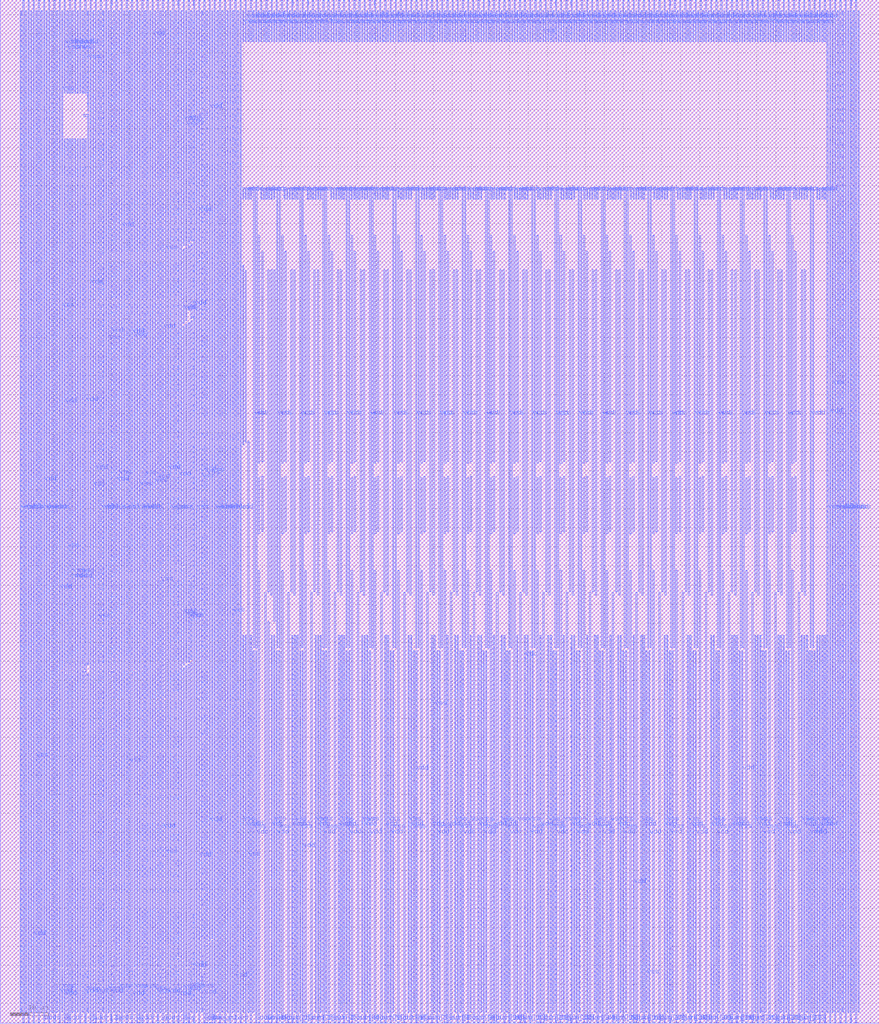
<source format=lef>
VERSION 5.8 ;
BUSBITCHARS "[]" ;
DIVIDERCHAR "/" ;

MACRO sram22_64x24m4w24_test
  CLASS BLOCK ;
  ORIGIN 63.905 220.285 ;
  FOREIGN sram22_64x24m4w24_test -63.905 -220.285 ;
  SIZE 231.17 BY 269.21 ;
  SYMMETRY X Y R90 ;
  PIN vdd
    DIRECTION INOUT ;
    USE POWER ;
    PORT
      LAYER met3 ;
        RECT 155.555 47.52 155.885 48.65 ;
        RECT 155.555 42.675 155.885 43.005 ;
        RECT 155.555 41.315 155.885 41.645 ;
        RECT 155.555 39.955 155.885 40.285 ;
        RECT 155.555 38.595 155.885 38.925 ;
        RECT 155.555 36.09 155.885 36.42 ;
        RECT 155.555 33.915 155.885 34.245 ;
        RECT 155.555 32.335 155.885 32.665 ;
        RECT 155.555 31.485 155.885 31.815 ;
        RECT 155.555 29.175 155.885 29.505 ;
        RECT 155.555 28.325 155.885 28.655 ;
        RECT 155.555 26.015 155.885 26.345 ;
        RECT 155.555 25.165 155.885 25.495 ;
        RECT 155.555 22.855 155.885 23.185 ;
        RECT 155.555 22.005 155.885 22.335 ;
        RECT 155.555 19.695 155.885 20.025 ;
        RECT 155.555 18.115 155.885 18.445 ;
        RECT 155.555 17.265 155.885 17.595 ;
        RECT 155.555 14.955 155.885 15.285 ;
        RECT 155.555 14.105 155.885 14.435 ;
        RECT 155.555 11.795 155.885 12.125 ;
        RECT 155.555 10.945 155.885 11.275 ;
        RECT 155.555 8.635 155.885 8.965 ;
        RECT 155.555 7.785 155.885 8.115 ;
        RECT 155.555 5.475 155.885 5.805 ;
        RECT 155.555 3.895 155.885 4.225 ;
        RECT 155.555 3.045 155.885 3.375 ;
        RECT 155.555 0.87 155.885 1.2 ;
        RECT 155.555 -0.845 155.885 -0.515 ;
        RECT 155.555 -2.205 155.885 -1.875 ;
        RECT 155.555 -3.565 155.885 -3.235 ;
        RECT 155.555 -4.925 155.885 -4.595 ;
        RECT 155.555 -6.285 155.885 -5.955 ;
        RECT 155.555 -7.645 155.885 -7.315 ;
        RECT 155.555 -9.005 155.885 -8.675 ;
        RECT 155.555 -10.365 155.885 -10.035 ;
        RECT 155.555 -11.725 155.885 -11.395 ;
        RECT 155.555 -13.085 155.885 -12.755 ;
        RECT 155.555 -14.445 155.885 -14.115 ;
        RECT 155.555 -15.805 155.885 -15.475 ;
        RECT 155.555 -17.165 155.885 -16.835 ;
        RECT 155.555 -18.525 155.885 -18.195 ;
        RECT 155.555 -19.885 155.885 -19.555 ;
        RECT 155.555 -21.245 155.885 -20.915 ;
        RECT 155.555 -22.605 155.885 -22.275 ;
        RECT 155.555 -23.965 155.885 -23.635 ;
        RECT 155.555 -25.325 155.885 -24.995 ;
        RECT 155.555 -26.685 155.885 -26.355 ;
        RECT 155.555 -28.045 155.885 -27.715 ;
        RECT 155.555 -29.405 155.885 -29.075 ;
        RECT 155.555 -30.765 155.885 -30.435 ;
        RECT 155.555 -32.125 155.885 -31.795 ;
        RECT 155.555 -33.485 155.885 -33.155 ;
        RECT 155.555 -34.845 155.885 -34.515 ;
        RECT 155.555 -36.205 155.885 -35.875 ;
        RECT 155.555 -37.565 155.885 -37.235 ;
        RECT 155.555 -38.925 155.885 -38.595 ;
        RECT 155.555 -40.285 155.885 -39.955 ;
        RECT 155.555 -41.645 155.885 -41.315 ;
        RECT 155.555 -43.005 155.885 -42.675 ;
        RECT 155.555 -44.365 155.885 -44.035 ;
        RECT 155.555 -45.725 155.885 -45.395 ;
        RECT 155.555 -47.085 155.885 -46.755 ;
        RECT 155.555 -48.445 155.885 -48.115 ;
        RECT 155.555 -49.805 155.885 -49.475 ;
        RECT 155.555 -51.165 155.885 -50.835 ;
        RECT 155.555 -52.525 155.885 -52.195 ;
        RECT 155.555 -53.885 155.885 -53.555 ;
        RECT 155.555 -55.245 155.885 -54.915 ;
        RECT 155.555 -56.605 155.885 -56.275 ;
        RECT 155.555 -57.965 155.885 -57.635 ;
        RECT 155.555 -59.325 155.885 -58.995 ;
        RECT 155.555 -60.685 155.885 -60.355 ;
        RECT 155.555 -62.045 155.885 -61.715 ;
        RECT 155.555 -63.405 155.885 -63.075 ;
        RECT 155.555 -64.765 155.885 -64.435 ;
        RECT 155.555 -66.125 155.885 -65.795 ;
        RECT 155.555 -67.485 155.885 -67.155 ;
        RECT 155.555 -68.845 155.885 -68.515 ;
        RECT 155.555 -70.205 155.885 -69.875 ;
        RECT 155.555 -71.565 155.885 -71.235 ;
        RECT 155.555 -72.925 155.885 -72.595 ;
        RECT 155.555 -74.285 155.885 -73.955 ;
        RECT 155.555 -75.645 155.885 -75.315 ;
        RECT 155.555 -77.005 155.885 -76.675 ;
        RECT 155.555 -78.365 155.885 -78.035 ;
        RECT 155.555 -79.725 155.885 -79.395 ;
        RECT 155.555 -81.085 155.885 -80.755 ;
        RECT 155.555 -82.445 155.885 -82.115 ;
        RECT 155.555 -83.805 155.885 -83.475 ;
        RECT 155.555 -85.165 155.885 -84.835 ;
        RECT 155.555 -86.525 155.885 -86.195 ;
        RECT 155.555 -87.885 155.885 -87.555 ;
        RECT 155.555 -89.245 155.885 -88.915 ;
        RECT 155.555 -90.605 155.885 -90.275 ;
        RECT 155.555 -91.965 155.885 -91.635 ;
        RECT 155.555 -93.325 155.885 -92.995 ;
        RECT 155.555 -94.685 155.885 -94.355 ;
        RECT 155.555 -96.045 155.885 -95.715 ;
        RECT 155.555 -97.405 155.885 -97.075 ;
        RECT 155.555 -98.765 155.885 -98.435 ;
        RECT 155.555 -100.125 155.885 -99.795 ;
        RECT 155.555 -101.485 155.885 -101.155 ;
        RECT 155.555 -102.845 155.885 -102.515 ;
        RECT 155.555 -104.205 155.885 -103.875 ;
        RECT 155.555 -105.565 155.885 -105.235 ;
        RECT 155.555 -106.925 155.885 -106.595 ;
        RECT 155.555 -108.285 155.885 -107.955 ;
        RECT 155.555 -109.645 155.885 -109.315 ;
        RECT 155.555 -111.005 155.885 -110.675 ;
        RECT 155.555 -112.365 155.885 -112.035 ;
        RECT 155.555 -113.725 155.885 -113.395 ;
        RECT 155.555 -115.085 155.885 -114.755 ;
        RECT 155.555 -116.445 155.885 -116.115 ;
        RECT 155.555 -117.805 155.885 -117.475 ;
        RECT 155.555 -119.165 155.885 -118.835 ;
        RECT 155.555 -120.525 155.885 -120.195 ;
        RECT 155.555 -121.885 155.885 -121.555 ;
        RECT 155.555 -123.245 155.885 -122.915 ;
        RECT 155.555 -124.605 155.885 -124.275 ;
        RECT 155.555 -125.965 155.885 -125.635 ;
        RECT 155.555 -127.325 155.885 -126.995 ;
        RECT 155.555 -128.685 155.885 -128.355 ;
        RECT 155.555 -130.045 155.885 -129.715 ;
        RECT 155.555 -131.405 155.885 -131.075 ;
        RECT 155.555 -132.765 155.885 -132.435 ;
        RECT 155.555 -134.125 155.885 -133.795 ;
        RECT 155.555 -135.485 155.885 -135.155 ;
        RECT 155.555 -136.845 155.885 -136.515 ;
        RECT 155.555 -138.205 155.885 -137.875 ;
        RECT 155.555 -139.565 155.885 -139.235 ;
        RECT 155.555 -140.925 155.885 -140.595 ;
        RECT 155.555 -142.285 155.885 -141.955 ;
        RECT 155.555 -143.645 155.885 -143.315 ;
        RECT 155.555 -145.005 155.885 -144.675 ;
        RECT 155.555 -146.365 155.885 -146.035 ;
        RECT 155.555 -147.725 155.885 -147.395 ;
        RECT 155.555 -149.085 155.885 -148.755 ;
        RECT 155.555 -150.445 155.885 -150.115 ;
        RECT 155.555 -151.805 155.885 -151.475 ;
        RECT 155.555 -153.165 155.885 -152.835 ;
        RECT 155.555 -154.525 155.885 -154.195 ;
        RECT 155.555 -155.885 155.885 -155.555 ;
        RECT 155.555 -157.245 155.885 -156.915 ;
        RECT 155.555 -158.605 155.885 -158.275 ;
        RECT 155.555 -159.965 155.885 -159.635 ;
        RECT 155.555 -161.325 155.885 -160.995 ;
        RECT 155.555 -162.685 155.885 -162.355 ;
        RECT 155.555 -164.045 155.885 -163.715 ;
        RECT 155.555 -165.405 155.885 -165.075 ;
        RECT 155.555 -166.765 155.885 -166.435 ;
        RECT 155.555 -168.125 155.885 -167.795 ;
        RECT 155.555 -169.485 155.885 -169.155 ;
        RECT 155.555 -170.845 155.885 -170.515 ;
        RECT 155.555 -172.205 155.885 -171.875 ;
        RECT 155.555 -173.565 155.885 -173.235 ;
        RECT 155.555 -174.925 155.885 -174.595 ;
        RECT 155.555 -176.285 155.885 -175.955 ;
        RECT 155.555 -177.645 155.885 -177.315 ;
        RECT 155.555 -179.005 155.885 -178.675 ;
        RECT 155.555 -180.365 155.885 -180.035 ;
        RECT 155.555 -181.725 155.885 -181.395 ;
        RECT 155.555 -183.085 155.885 -182.755 ;
        RECT 155.555 -184.445 155.885 -184.115 ;
        RECT 155.555 -185.805 155.885 -185.475 ;
        RECT 155.555 -187.165 155.885 -186.835 ;
        RECT 155.555 -188.525 155.885 -188.195 ;
        RECT 155.555 -189.885 155.885 -189.555 ;
        RECT 155.555 -191.245 155.885 -190.915 ;
        RECT 155.555 -192.605 155.885 -192.275 ;
        RECT 155.555 -193.965 155.885 -193.635 ;
        RECT 155.555 -195.325 155.885 -194.995 ;
        RECT 155.555 -196.685 155.885 -196.355 ;
        RECT 155.555 -198.045 155.885 -197.715 ;
        RECT 155.555 -199.405 155.885 -199.075 ;
        RECT 155.555 -200.765 155.885 -200.435 ;
        RECT 155.555 -202.125 155.885 -201.795 ;
        RECT 155.555 -203.485 155.885 -203.155 ;
        RECT 155.555 -204.845 155.885 -204.515 ;
        RECT 155.555 -206.205 155.885 -205.875 ;
        RECT 155.555 -207.565 155.885 -207.235 ;
        RECT 155.555 -208.925 155.885 -208.595 ;
        RECT 155.555 -210.285 155.885 -209.955 ;
        RECT 155.555 -211.645 155.885 -211.315 ;
        RECT 155.555 -213.005 155.885 -212.675 ;
        RECT 155.555 -214.365 155.885 -214.035 ;
        RECT 155.555 -220.01 155.885 -218.88 ;
        RECT 155.56 -220.125 155.88 48.765 ;
    END
    PORT
      LAYER met3 ;
        RECT 156.915 47.52 157.245 48.65 ;
        RECT 156.915 42.675 157.245 43.005 ;
        RECT 156.915 41.315 157.245 41.645 ;
        RECT 156.915 39.955 157.245 40.285 ;
        RECT 156.915 38.595 157.245 38.925 ;
        RECT 156.915 36.09 157.245 36.42 ;
        RECT 156.915 33.915 157.245 34.245 ;
        RECT 156.915 32.335 157.245 32.665 ;
        RECT 156.915 31.485 157.245 31.815 ;
        RECT 156.915 29.175 157.245 29.505 ;
        RECT 156.915 28.325 157.245 28.655 ;
        RECT 156.915 26.015 157.245 26.345 ;
        RECT 156.915 25.165 157.245 25.495 ;
        RECT 156.915 22.855 157.245 23.185 ;
        RECT 156.915 22.005 157.245 22.335 ;
        RECT 156.915 19.695 157.245 20.025 ;
        RECT 156.915 18.115 157.245 18.445 ;
        RECT 156.915 17.265 157.245 17.595 ;
        RECT 156.915 14.955 157.245 15.285 ;
        RECT 156.915 14.105 157.245 14.435 ;
        RECT 156.915 11.795 157.245 12.125 ;
        RECT 156.915 10.945 157.245 11.275 ;
        RECT 156.915 8.635 157.245 8.965 ;
        RECT 156.915 7.785 157.245 8.115 ;
        RECT 156.915 5.475 157.245 5.805 ;
        RECT 156.915 3.895 157.245 4.225 ;
        RECT 156.915 3.045 157.245 3.375 ;
        RECT 156.915 0.87 157.245 1.2 ;
        RECT 156.915 -0.845 157.245 -0.515 ;
        RECT 156.915 -2.205 157.245 -1.875 ;
        RECT 156.915 -3.565 157.245 -3.235 ;
        RECT 156.915 -4.925 157.245 -4.595 ;
        RECT 156.915 -6.285 157.245 -5.955 ;
        RECT 156.915 -7.645 157.245 -7.315 ;
        RECT 156.915 -9.005 157.245 -8.675 ;
        RECT 156.915 -10.365 157.245 -10.035 ;
        RECT 156.915 -11.725 157.245 -11.395 ;
        RECT 156.915 -13.085 157.245 -12.755 ;
        RECT 156.915 -14.445 157.245 -14.115 ;
        RECT 156.915 -15.805 157.245 -15.475 ;
        RECT 156.915 -17.165 157.245 -16.835 ;
        RECT 156.915 -18.525 157.245 -18.195 ;
        RECT 156.915 -19.885 157.245 -19.555 ;
        RECT 156.915 -21.245 157.245 -20.915 ;
        RECT 156.915 -22.605 157.245 -22.275 ;
        RECT 156.915 -23.965 157.245 -23.635 ;
        RECT 156.915 -25.325 157.245 -24.995 ;
        RECT 156.915 -26.685 157.245 -26.355 ;
        RECT 156.915 -28.045 157.245 -27.715 ;
        RECT 156.915 -29.405 157.245 -29.075 ;
        RECT 156.915 -30.765 157.245 -30.435 ;
        RECT 156.915 -32.125 157.245 -31.795 ;
        RECT 156.915 -33.485 157.245 -33.155 ;
        RECT 156.915 -34.845 157.245 -34.515 ;
        RECT 156.915 -36.205 157.245 -35.875 ;
        RECT 156.915 -37.565 157.245 -37.235 ;
        RECT 156.915 -38.925 157.245 -38.595 ;
        RECT 156.915 -40.285 157.245 -39.955 ;
        RECT 156.915 -41.645 157.245 -41.315 ;
        RECT 156.915 -43.005 157.245 -42.675 ;
        RECT 156.915 -44.365 157.245 -44.035 ;
        RECT 156.915 -45.725 157.245 -45.395 ;
        RECT 156.915 -47.085 157.245 -46.755 ;
        RECT 156.915 -48.445 157.245 -48.115 ;
        RECT 156.915 -49.805 157.245 -49.475 ;
        RECT 156.915 -51.165 157.245 -50.835 ;
        RECT 156.915 -52.525 157.245 -52.195 ;
        RECT 156.915 -53.885 157.245 -53.555 ;
        RECT 156.915 -55.245 157.245 -54.915 ;
        RECT 156.915 -56.605 157.245 -56.275 ;
        RECT 156.915 -57.965 157.245 -57.635 ;
        RECT 156.915 -59.325 157.245 -58.995 ;
        RECT 156.915 -60.685 157.245 -60.355 ;
        RECT 156.915 -62.045 157.245 -61.715 ;
        RECT 156.915 -63.405 157.245 -63.075 ;
        RECT 156.915 -64.765 157.245 -64.435 ;
        RECT 156.915 -66.125 157.245 -65.795 ;
        RECT 156.915 -67.485 157.245 -67.155 ;
        RECT 156.915 -68.845 157.245 -68.515 ;
        RECT 156.915 -70.205 157.245 -69.875 ;
        RECT 156.915 -71.565 157.245 -71.235 ;
        RECT 156.915 -72.925 157.245 -72.595 ;
        RECT 156.915 -74.285 157.245 -73.955 ;
        RECT 156.915 -75.645 157.245 -75.315 ;
        RECT 156.915 -77.005 157.245 -76.675 ;
        RECT 156.915 -78.365 157.245 -78.035 ;
        RECT 156.915 -79.725 157.245 -79.395 ;
        RECT 156.915 -81.085 157.245 -80.755 ;
        RECT 156.915 -82.445 157.245 -82.115 ;
        RECT 156.915 -83.805 157.245 -83.475 ;
        RECT 156.915 -85.165 157.245 -84.835 ;
        RECT 156.915 -86.525 157.245 -86.195 ;
        RECT 156.915 -87.885 157.245 -87.555 ;
        RECT 156.915 -89.245 157.245 -88.915 ;
        RECT 156.915 -90.605 157.245 -90.275 ;
        RECT 156.915 -91.965 157.245 -91.635 ;
        RECT 156.915 -93.325 157.245 -92.995 ;
        RECT 156.915 -94.685 157.245 -94.355 ;
        RECT 156.915 -96.045 157.245 -95.715 ;
        RECT 156.915 -97.405 157.245 -97.075 ;
        RECT 156.915 -98.765 157.245 -98.435 ;
        RECT 156.915 -100.125 157.245 -99.795 ;
        RECT 156.915 -101.485 157.245 -101.155 ;
        RECT 156.915 -102.845 157.245 -102.515 ;
        RECT 156.915 -104.205 157.245 -103.875 ;
        RECT 156.915 -105.565 157.245 -105.235 ;
        RECT 156.915 -106.925 157.245 -106.595 ;
        RECT 156.915 -108.285 157.245 -107.955 ;
        RECT 156.915 -109.645 157.245 -109.315 ;
        RECT 156.915 -111.005 157.245 -110.675 ;
        RECT 156.915 -112.365 157.245 -112.035 ;
        RECT 156.915 -113.725 157.245 -113.395 ;
        RECT 156.915 -115.085 157.245 -114.755 ;
        RECT 156.915 -116.445 157.245 -116.115 ;
        RECT 156.915 -117.805 157.245 -117.475 ;
        RECT 156.915 -119.165 157.245 -118.835 ;
        RECT 156.915 -120.525 157.245 -120.195 ;
        RECT 156.915 -121.885 157.245 -121.555 ;
        RECT 156.915 -123.245 157.245 -122.915 ;
        RECT 156.915 -124.605 157.245 -124.275 ;
        RECT 156.915 -125.965 157.245 -125.635 ;
        RECT 156.915 -127.325 157.245 -126.995 ;
        RECT 156.915 -128.685 157.245 -128.355 ;
        RECT 156.915 -130.045 157.245 -129.715 ;
        RECT 156.915 -131.405 157.245 -131.075 ;
        RECT 156.915 -132.765 157.245 -132.435 ;
        RECT 156.915 -134.125 157.245 -133.795 ;
        RECT 156.915 -135.485 157.245 -135.155 ;
        RECT 156.915 -136.845 157.245 -136.515 ;
        RECT 156.915 -138.205 157.245 -137.875 ;
        RECT 156.915 -139.565 157.245 -139.235 ;
        RECT 156.915 -140.925 157.245 -140.595 ;
        RECT 156.915 -142.285 157.245 -141.955 ;
        RECT 156.915 -143.645 157.245 -143.315 ;
        RECT 156.915 -145.005 157.245 -144.675 ;
        RECT 156.915 -146.365 157.245 -146.035 ;
        RECT 156.915 -147.725 157.245 -147.395 ;
        RECT 156.915 -149.085 157.245 -148.755 ;
        RECT 156.915 -150.445 157.245 -150.115 ;
        RECT 156.915 -151.805 157.245 -151.475 ;
        RECT 156.915 -153.165 157.245 -152.835 ;
        RECT 156.915 -154.525 157.245 -154.195 ;
        RECT 156.915 -155.885 157.245 -155.555 ;
        RECT 156.915 -157.245 157.245 -156.915 ;
        RECT 156.915 -158.605 157.245 -158.275 ;
        RECT 156.915 -159.965 157.245 -159.635 ;
        RECT 156.915 -161.325 157.245 -160.995 ;
        RECT 156.915 -162.685 157.245 -162.355 ;
        RECT 156.915 -164.045 157.245 -163.715 ;
        RECT 156.915 -165.405 157.245 -165.075 ;
        RECT 156.915 -166.765 157.245 -166.435 ;
        RECT 156.915 -168.125 157.245 -167.795 ;
        RECT 156.915 -169.485 157.245 -169.155 ;
        RECT 156.915 -170.845 157.245 -170.515 ;
        RECT 156.915 -172.205 157.245 -171.875 ;
        RECT 156.915 -173.565 157.245 -173.235 ;
        RECT 156.915 -174.925 157.245 -174.595 ;
        RECT 156.915 -176.285 157.245 -175.955 ;
        RECT 156.915 -177.645 157.245 -177.315 ;
        RECT 156.915 -179.005 157.245 -178.675 ;
        RECT 156.915 -180.365 157.245 -180.035 ;
        RECT 156.915 -181.725 157.245 -181.395 ;
        RECT 156.915 -183.085 157.245 -182.755 ;
        RECT 156.915 -184.445 157.245 -184.115 ;
        RECT 156.915 -185.805 157.245 -185.475 ;
        RECT 156.915 -187.165 157.245 -186.835 ;
        RECT 156.915 -188.525 157.245 -188.195 ;
        RECT 156.915 -189.885 157.245 -189.555 ;
        RECT 156.915 -191.245 157.245 -190.915 ;
        RECT 156.915 -192.605 157.245 -192.275 ;
        RECT 156.915 -193.965 157.245 -193.635 ;
        RECT 156.915 -195.325 157.245 -194.995 ;
        RECT 156.915 -196.685 157.245 -196.355 ;
        RECT 156.915 -198.045 157.245 -197.715 ;
        RECT 156.915 -199.405 157.245 -199.075 ;
        RECT 156.915 -200.765 157.245 -200.435 ;
        RECT 156.915 -202.125 157.245 -201.795 ;
        RECT 156.915 -203.485 157.245 -203.155 ;
        RECT 156.915 -204.845 157.245 -204.515 ;
        RECT 156.915 -206.205 157.245 -205.875 ;
        RECT 156.915 -207.565 157.245 -207.235 ;
        RECT 156.915 -208.925 157.245 -208.595 ;
        RECT 156.915 -210.285 157.245 -209.955 ;
        RECT 156.915 -211.645 157.245 -211.315 ;
        RECT 156.915 -213.005 157.245 -212.675 ;
        RECT 156.915 -214.365 157.245 -214.035 ;
        RECT 156.915 -220.01 157.245 -218.88 ;
        RECT 156.92 -220.125 157.24 48.765 ;
    END
    PORT
      LAYER met3 ;
        RECT 158.275 47.52 158.605 48.65 ;
        RECT 158.275 42.675 158.605 43.005 ;
        RECT 158.275 41.315 158.605 41.645 ;
        RECT 158.275 39.955 158.605 40.285 ;
        RECT 158.275 38.595 158.605 38.925 ;
        RECT 158.275 -0.845 158.605 -0.515 ;
        RECT 158.275 -2.205 158.605 -1.875 ;
        RECT 158.275 -3.565 158.605 -3.235 ;
        RECT 158.275 -4.925 158.605 -4.595 ;
        RECT 158.275 -6.285 158.605 -5.955 ;
        RECT 158.275 -7.645 158.605 -7.315 ;
        RECT 158.275 -9.005 158.605 -8.675 ;
        RECT 158.275 -10.365 158.605 -10.035 ;
        RECT 158.275 -11.725 158.605 -11.395 ;
        RECT 158.275 -13.085 158.605 -12.755 ;
        RECT 158.275 -14.445 158.605 -14.115 ;
        RECT 158.275 -15.805 158.605 -15.475 ;
        RECT 158.275 -17.165 158.605 -16.835 ;
        RECT 158.275 -18.525 158.605 -18.195 ;
        RECT 158.275 -19.885 158.605 -19.555 ;
        RECT 158.275 -21.245 158.605 -20.915 ;
        RECT 158.275 -22.605 158.605 -22.275 ;
        RECT 158.275 -23.965 158.605 -23.635 ;
        RECT 158.275 -25.325 158.605 -24.995 ;
        RECT 158.275 -26.685 158.605 -26.355 ;
        RECT 158.275 -28.045 158.605 -27.715 ;
        RECT 158.275 -29.405 158.605 -29.075 ;
        RECT 158.275 -30.765 158.605 -30.435 ;
        RECT 158.275 -32.125 158.605 -31.795 ;
        RECT 158.275 -33.485 158.605 -33.155 ;
        RECT 158.275 -34.845 158.605 -34.515 ;
        RECT 158.275 -36.205 158.605 -35.875 ;
        RECT 158.275 -37.565 158.605 -37.235 ;
        RECT 158.275 -38.925 158.605 -38.595 ;
        RECT 158.275 -40.285 158.605 -39.955 ;
        RECT 158.275 -41.645 158.605 -41.315 ;
        RECT 158.275 -43.005 158.605 -42.675 ;
        RECT 158.275 -44.365 158.605 -44.035 ;
        RECT 158.275 -45.725 158.605 -45.395 ;
        RECT 158.275 -47.085 158.605 -46.755 ;
        RECT 158.275 -48.445 158.605 -48.115 ;
        RECT 158.275 -49.805 158.605 -49.475 ;
        RECT 158.275 -51.165 158.605 -50.835 ;
        RECT 158.275 -52.525 158.605 -52.195 ;
        RECT 158.275 -53.885 158.605 -53.555 ;
        RECT 158.275 -55.245 158.605 -54.915 ;
        RECT 158.275 -56.605 158.605 -56.275 ;
        RECT 158.275 -57.965 158.605 -57.635 ;
        RECT 158.275 -59.325 158.605 -58.995 ;
        RECT 158.275 -60.685 158.605 -60.355 ;
        RECT 158.275 -62.045 158.605 -61.715 ;
        RECT 158.275 -63.405 158.605 -63.075 ;
        RECT 158.275 -64.765 158.605 -64.435 ;
        RECT 158.275 -66.125 158.605 -65.795 ;
        RECT 158.275 -67.485 158.605 -67.155 ;
        RECT 158.275 -68.845 158.605 -68.515 ;
        RECT 158.275 -70.205 158.605 -69.875 ;
        RECT 158.275 -71.565 158.605 -71.235 ;
        RECT 158.275 -72.925 158.605 -72.595 ;
        RECT 158.275 -74.285 158.605 -73.955 ;
        RECT 158.275 -75.645 158.605 -75.315 ;
        RECT 158.275 -77.005 158.605 -76.675 ;
        RECT 158.275 -78.365 158.605 -78.035 ;
        RECT 158.275 -79.725 158.605 -79.395 ;
        RECT 158.275 -81.085 158.605 -80.755 ;
        RECT 158.275 -82.445 158.605 -82.115 ;
        RECT 158.275 -83.805 158.605 -83.475 ;
        RECT 158.275 -85.165 158.605 -84.835 ;
        RECT 158.275 -86.525 158.605 -86.195 ;
        RECT 158.275 -87.885 158.605 -87.555 ;
        RECT 158.275 -89.245 158.605 -88.915 ;
        RECT 158.275 -90.605 158.605 -90.275 ;
        RECT 158.275 -91.965 158.605 -91.635 ;
        RECT 158.275 -93.325 158.605 -92.995 ;
        RECT 158.275 -94.685 158.605 -94.355 ;
        RECT 158.275 -96.045 158.605 -95.715 ;
        RECT 158.275 -97.405 158.605 -97.075 ;
        RECT 158.275 -98.765 158.605 -98.435 ;
        RECT 158.275 -100.125 158.605 -99.795 ;
        RECT 158.275 -101.485 158.605 -101.155 ;
        RECT 158.275 -102.845 158.605 -102.515 ;
        RECT 158.275 -104.205 158.605 -103.875 ;
        RECT 158.275 -105.565 158.605 -105.235 ;
        RECT 158.275 -106.925 158.605 -106.595 ;
        RECT 158.275 -108.285 158.605 -107.955 ;
        RECT 158.275 -109.645 158.605 -109.315 ;
        RECT 158.275 -111.005 158.605 -110.675 ;
        RECT 158.275 -112.365 158.605 -112.035 ;
        RECT 158.275 -113.725 158.605 -113.395 ;
        RECT 158.275 -115.085 158.605 -114.755 ;
        RECT 158.275 -116.445 158.605 -116.115 ;
        RECT 158.275 -117.805 158.605 -117.475 ;
        RECT 158.275 -119.165 158.605 -118.835 ;
        RECT 158.275 -120.525 158.605 -120.195 ;
        RECT 158.275 -121.885 158.605 -121.555 ;
        RECT 158.275 -123.245 158.605 -122.915 ;
        RECT 158.275 -124.605 158.605 -124.275 ;
        RECT 158.275 -125.965 158.605 -125.635 ;
        RECT 158.275 -127.325 158.605 -126.995 ;
        RECT 158.275 -128.685 158.605 -128.355 ;
        RECT 158.275 -130.045 158.605 -129.715 ;
        RECT 158.275 -131.405 158.605 -131.075 ;
        RECT 158.275 -132.765 158.605 -132.435 ;
        RECT 158.275 -134.125 158.605 -133.795 ;
        RECT 158.275 -135.485 158.605 -135.155 ;
        RECT 158.275 -136.845 158.605 -136.515 ;
        RECT 158.275 -138.205 158.605 -137.875 ;
        RECT 158.275 -139.565 158.605 -139.235 ;
        RECT 158.275 -140.925 158.605 -140.595 ;
        RECT 158.275 -142.285 158.605 -141.955 ;
        RECT 158.275 -143.645 158.605 -143.315 ;
        RECT 158.275 -145.005 158.605 -144.675 ;
        RECT 158.275 -146.365 158.605 -146.035 ;
        RECT 158.275 -147.725 158.605 -147.395 ;
        RECT 158.275 -149.085 158.605 -148.755 ;
        RECT 158.275 -150.445 158.605 -150.115 ;
        RECT 158.275 -151.805 158.605 -151.475 ;
        RECT 158.275 -153.165 158.605 -152.835 ;
        RECT 158.275 -154.525 158.605 -154.195 ;
        RECT 158.275 -155.885 158.605 -155.555 ;
        RECT 158.275 -157.245 158.605 -156.915 ;
        RECT 158.275 -158.605 158.605 -158.275 ;
        RECT 158.275 -159.965 158.605 -159.635 ;
        RECT 158.275 -161.325 158.605 -160.995 ;
        RECT 158.275 -162.685 158.605 -162.355 ;
        RECT 158.275 -164.045 158.605 -163.715 ;
        RECT 158.275 -165.405 158.605 -165.075 ;
        RECT 158.275 -166.765 158.605 -166.435 ;
        RECT 158.275 -168.125 158.605 -167.795 ;
        RECT 158.275 -169.485 158.605 -169.155 ;
        RECT 158.275 -170.845 158.605 -170.515 ;
        RECT 158.275 -172.205 158.605 -171.875 ;
        RECT 158.275 -173.565 158.605 -173.235 ;
        RECT 158.275 -174.925 158.605 -174.595 ;
        RECT 158.275 -176.285 158.605 -175.955 ;
        RECT 158.275 -177.645 158.605 -177.315 ;
        RECT 158.275 -179.005 158.605 -178.675 ;
        RECT 158.275 -180.365 158.605 -180.035 ;
        RECT 158.275 -181.725 158.605 -181.395 ;
        RECT 158.275 -183.085 158.605 -182.755 ;
        RECT 158.275 -184.445 158.605 -184.115 ;
        RECT 158.275 -185.805 158.605 -185.475 ;
        RECT 158.275 -187.165 158.605 -186.835 ;
        RECT 158.275 -188.525 158.605 -188.195 ;
        RECT 158.275 -189.885 158.605 -189.555 ;
        RECT 158.275 -191.245 158.605 -190.915 ;
        RECT 158.275 -192.605 158.605 -192.275 ;
        RECT 158.275 -193.965 158.605 -193.635 ;
        RECT 158.275 -195.325 158.605 -194.995 ;
        RECT 158.275 -196.685 158.605 -196.355 ;
        RECT 158.275 -198.045 158.605 -197.715 ;
        RECT 158.275 -199.405 158.605 -199.075 ;
        RECT 158.275 -200.765 158.605 -200.435 ;
        RECT 158.275 -202.125 158.605 -201.795 ;
        RECT 158.275 -203.485 158.605 -203.155 ;
        RECT 158.275 -204.845 158.605 -204.515 ;
        RECT 158.275 -206.205 158.605 -205.875 ;
        RECT 158.275 -207.565 158.605 -207.235 ;
        RECT 158.275 -208.925 158.605 -208.595 ;
        RECT 158.275 -210.285 158.605 -209.955 ;
        RECT 158.275 -211.645 158.605 -211.315 ;
        RECT 158.275 -213.005 158.605 -212.675 ;
        RECT 158.275 -214.365 158.605 -214.035 ;
        RECT 158.275 -220.01 158.605 -218.88 ;
        RECT 158.28 -220.125 158.6 48.765 ;
    END
    PORT
      LAYER met3 ;
        RECT 159.635 47.52 159.965 48.65 ;
        RECT 159.635 42.675 159.965 43.005 ;
        RECT 159.635 41.315 159.965 41.645 ;
        RECT 159.635 39.955 159.965 40.285 ;
        RECT 159.635 38.595 159.965 38.925 ;
        RECT 159.635 37.235 159.965 37.565 ;
        RECT 159.635 35.875 159.965 36.205 ;
        RECT 159.635 34.515 159.965 34.845 ;
        RECT 159.635 33.155 159.965 33.485 ;
        RECT 159.635 31.795 159.965 32.125 ;
        RECT 159.635 30.435 159.965 30.765 ;
        RECT 159.635 29.075 159.965 29.405 ;
        RECT 159.635 27.715 159.965 28.045 ;
        RECT 159.635 26.355 159.965 26.685 ;
        RECT 159.635 24.995 159.965 25.325 ;
        RECT 159.635 23.635 159.965 23.965 ;
        RECT 159.635 22.275 159.965 22.605 ;
        RECT 159.635 20.915 159.965 21.245 ;
        RECT 159.635 19.555 159.965 19.885 ;
        RECT 159.635 18.195 159.965 18.525 ;
        RECT 159.635 16.835 159.965 17.165 ;
        RECT 159.635 15.475 159.965 15.805 ;
        RECT 159.635 14.115 159.965 14.445 ;
        RECT 159.635 12.755 159.965 13.085 ;
        RECT 159.635 11.395 159.965 11.725 ;
        RECT 159.635 10.035 159.965 10.365 ;
        RECT 159.635 8.675 159.965 9.005 ;
        RECT 159.635 7.315 159.965 7.645 ;
        RECT 159.635 5.955 159.965 6.285 ;
        RECT 159.635 4.595 159.965 4.925 ;
        RECT 159.635 3.235 159.965 3.565 ;
        RECT 159.635 1.875 159.965 2.205 ;
        RECT 159.635 0.515 159.965 0.845 ;
        RECT 159.635 -0.845 159.965 -0.515 ;
        RECT 159.635 -2.205 159.965 -1.875 ;
        RECT 159.635 -3.565 159.965 -3.235 ;
        RECT 159.635 -4.925 159.965 -4.595 ;
        RECT 159.635 -6.285 159.965 -5.955 ;
        RECT 159.635 -7.645 159.965 -7.315 ;
        RECT 159.635 -9.005 159.965 -8.675 ;
        RECT 159.635 -10.365 159.965 -10.035 ;
        RECT 159.635 -11.725 159.965 -11.395 ;
        RECT 159.635 -13.085 159.965 -12.755 ;
        RECT 159.635 -14.445 159.965 -14.115 ;
        RECT 159.635 -15.805 159.965 -15.475 ;
        RECT 159.635 -17.165 159.965 -16.835 ;
        RECT 159.635 -18.525 159.965 -18.195 ;
        RECT 159.635 -19.885 159.965 -19.555 ;
        RECT 159.635 -21.245 159.965 -20.915 ;
        RECT 159.635 -22.605 159.965 -22.275 ;
        RECT 159.635 -23.965 159.965 -23.635 ;
        RECT 159.635 -25.325 159.965 -24.995 ;
        RECT 159.635 -26.685 159.965 -26.355 ;
        RECT 159.635 -28.045 159.965 -27.715 ;
        RECT 159.635 -29.405 159.965 -29.075 ;
        RECT 159.635 -30.765 159.965 -30.435 ;
        RECT 159.635 -32.125 159.965 -31.795 ;
        RECT 159.635 -33.485 159.965 -33.155 ;
        RECT 159.635 -34.845 159.965 -34.515 ;
        RECT 159.635 -36.205 159.965 -35.875 ;
        RECT 159.635 -37.565 159.965 -37.235 ;
        RECT 159.635 -38.925 159.965 -38.595 ;
        RECT 159.635 -40.285 159.965 -39.955 ;
        RECT 159.635 -41.645 159.965 -41.315 ;
        RECT 159.635 -43.005 159.965 -42.675 ;
        RECT 159.635 -44.365 159.965 -44.035 ;
        RECT 159.635 -45.725 159.965 -45.395 ;
        RECT 159.635 -47.085 159.965 -46.755 ;
        RECT 159.635 -48.445 159.965 -48.115 ;
        RECT 159.635 -49.805 159.965 -49.475 ;
        RECT 159.635 -51.165 159.965 -50.835 ;
        RECT 159.635 -52.525 159.965 -52.195 ;
        RECT 159.635 -53.885 159.965 -53.555 ;
        RECT 159.635 -55.245 159.965 -54.915 ;
        RECT 159.635 -56.605 159.965 -56.275 ;
        RECT 159.635 -57.965 159.965 -57.635 ;
        RECT 159.635 -59.325 159.965 -58.995 ;
        RECT 159.635 -60.685 159.965 -60.355 ;
        RECT 159.635 -62.045 159.965 -61.715 ;
        RECT 159.635 -63.405 159.965 -63.075 ;
        RECT 159.635 -64.765 159.965 -64.435 ;
        RECT 159.635 -66.125 159.965 -65.795 ;
        RECT 159.635 -67.485 159.965 -67.155 ;
        RECT 159.635 -68.845 159.965 -68.515 ;
        RECT 159.635 -70.205 159.965 -69.875 ;
        RECT 159.635 -71.565 159.965 -71.235 ;
        RECT 159.635 -72.925 159.965 -72.595 ;
        RECT 159.635 -74.285 159.965 -73.955 ;
        RECT 159.635 -75.645 159.965 -75.315 ;
        RECT 159.635 -77.005 159.965 -76.675 ;
        RECT 159.635 -78.365 159.965 -78.035 ;
        RECT 159.635 -79.725 159.965 -79.395 ;
        RECT 159.635 -81.085 159.965 -80.755 ;
        RECT 159.635 -82.445 159.965 -82.115 ;
        RECT 159.635 -83.805 159.965 -83.475 ;
        RECT 159.635 -85.165 159.965 -84.835 ;
        RECT 159.635 -86.525 159.965 -86.195 ;
        RECT 159.635 -87.885 159.965 -87.555 ;
        RECT 159.635 -89.245 159.965 -88.915 ;
        RECT 159.635 -90.605 159.965 -90.275 ;
        RECT 159.635 -91.965 159.965 -91.635 ;
        RECT 159.635 -93.325 159.965 -92.995 ;
        RECT 159.635 -94.685 159.965 -94.355 ;
        RECT 159.635 -96.045 159.965 -95.715 ;
        RECT 159.635 -97.405 159.965 -97.075 ;
        RECT 159.635 -98.765 159.965 -98.435 ;
        RECT 159.635 -100.125 159.965 -99.795 ;
        RECT 159.635 -101.485 159.965 -101.155 ;
        RECT 159.635 -102.845 159.965 -102.515 ;
        RECT 159.635 -104.205 159.965 -103.875 ;
        RECT 159.635 -105.565 159.965 -105.235 ;
        RECT 159.635 -106.925 159.965 -106.595 ;
        RECT 159.635 -108.285 159.965 -107.955 ;
        RECT 159.635 -109.645 159.965 -109.315 ;
        RECT 159.635 -111.005 159.965 -110.675 ;
        RECT 159.635 -112.365 159.965 -112.035 ;
        RECT 159.635 -113.725 159.965 -113.395 ;
        RECT 159.635 -115.085 159.965 -114.755 ;
        RECT 159.635 -116.445 159.965 -116.115 ;
        RECT 159.635 -117.805 159.965 -117.475 ;
        RECT 159.635 -119.165 159.965 -118.835 ;
        RECT 159.635 -120.525 159.965 -120.195 ;
        RECT 159.635 -121.885 159.965 -121.555 ;
        RECT 159.635 -123.245 159.965 -122.915 ;
        RECT 159.635 -124.605 159.965 -124.275 ;
        RECT 159.635 -125.965 159.965 -125.635 ;
        RECT 159.635 -127.325 159.965 -126.995 ;
        RECT 159.635 -128.685 159.965 -128.355 ;
        RECT 159.635 -130.045 159.965 -129.715 ;
        RECT 159.635 -131.405 159.965 -131.075 ;
        RECT 159.635 -132.765 159.965 -132.435 ;
        RECT 159.635 -134.125 159.965 -133.795 ;
        RECT 159.635 -135.485 159.965 -135.155 ;
        RECT 159.635 -136.845 159.965 -136.515 ;
        RECT 159.635 -138.205 159.965 -137.875 ;
        RECT 159.635 -139.565 159.965 -139.235 ;
        RECT 159.635 -140.925 159.965 -140.595 ;
        RECT 159.635 -142.285 159.965 -141.955 ;
        RECT 159.635 -143.645 159.965 -143.315 ;
        RECT 159.635 -145.005 159.965 -144.675 ;
        RECT 159.635 -146.365 159.965 -146.035 ;
        RECT 159.635 -147.725 159.965 -147.395 ;
        RECT 159.635 -149.085 159.965 -148.755 ;
        RECT 159.635 -150.445 159.965 -150.115 ;
        RECT 159.635 -151.805 159.965 -151.475 ;
        RECT 159.635 -153.165 159.965 -152.835 ;
        RECT 159.635 -154.525 159.965 -154.195 ;
        RECT 159.635 -155.885 159.965 -155.555 ;
        RECT 159.635 -157.245 159.965 -156.915 ;
        RECT 159.635 -158.605 159.965 -158.275 ;
        RECT 159.635 -159.965 159.965 -159.635 ;
        RECT 159.635 -161.325 159.965 -160.995 ;
        RECT 159.635 -162.685 159.965 -162.355 ;
        RECT 159.635 -164.045 159.965 -163.715 ;
        RECT 159.635 -165.405 159.965 -165.075 ;
        RECT 159.635 -166.765 159.965 -166.435 ;
        RECT 159.635 -168.125 159.965 -167.795 ;
        RECT 159.635 -169.485 159.965 -169.155 ;
        RECT 159.635 -170.845 159.965 -170.515 ;
        RECT 159.635 -172.205 159.965 -171.875 ;
        RECT 159.635 -173.565 159.965 -173.235 ;
        RECT 159.635 -174.925 159.965 -174.595 ;
        RECT 159.635 -176.285 159.965 -175.955 ;
        RECT 159.635 -177.645 159.965 -177.315 ;
        RECT 159.635 -179.005 159.965 -178.675 ;
        RECT 159.635 -180.365 159.965 -180.035 ;
        RECT 159.635 -181.725 159.965 -181.395 ;
        RECT 159.635 -183.085 159.965 -182.755 ;
        RECT 159.635 -184.445 159.965 -184.115 ;
        RECT 159.635 -185.805 159.965 -185.475 ;
        RECT 159.635 -187.165 159.965 -186.835 ;
        RECT 159.635 -188.525 159.965 -188.195 ;
        RECT 159.635 -189.885 159.965 -189.555 ;
        RECT 159.635 -191.245 159.965 -190.915 ;
        RECT 159.635 -192.605 159.965 -192.275 ;
        RECT 159.635 -193.965 159.965 -193.635 ;
        RECT 159.635 -195.325 159.965 -194.995 ;
        RECT 159.635 -196.685 159.965 -196.355 ;
        RECT 159.635 -198.045 159.965 -197.715 ;
        RECT 159.635 -199.405 159.965 -199.075 ;
        RECT 159.635 -200.765 159.965 -200.435 ;
        RECT 159.635 -202.125 159.965 -201.795 ;
        RECT 159.635 -203.485 159.965 -203.155 ;
        RECT 159.635 -204.845 159.965 -204.515 ;
        RECT 159.635 -206.205 159.965 -205.875 ;
        RECT 159.635 -207.565 159.965 -207.235 ;
        RECT 159.635 -208.925 159.965 -208.595 ;
        RECT 159.635 -210.285 159.965 -209.955 ;
        RECT 159.635 -211.645 159.965 -211.315 ;
        RECT 159.635 -213.005 159.965 -212.675 ;
        RECT 159.635 -214.365 159.965 -214.035 ;
        RECT 159.635 -220.01 159.965 -218.88 ;
        RECT 159.64 -220.125 159.96 48.765 ;
    END
    PORT
      LAYER met3 ;
        RECT 160.995 47.52 161.325 48.65 ;
        RECT 160.995 42.675 161.325 43.005 ;
        RECT 160.995 41.315 161.325 41.645 ;
        RECT 160.995 39.955 161.325 40.285 ;
        RECT 160.995 38.595 161.325 38.925 ;
        RECT 160.995 37.235 161.325 37.565 ;
        RECT 160.995 35.875 161.325 36.205 ;
        RECT 160.995 34.515 161.325 34.845 ;
        RECT 160.995 33.155 161.325 33.485 ;
        RECT 160.995 31.795 161.325 32.125 ;
        RECT 160.995 30.435 161.325 30.765 ;
        RECT 160.995 29.075 161.325 29.405 ;
        RECT 160.995 27.715 161.325 28.045 ;
        RECT 160.995 26.355 161.325 26.685 ;
        RECT 160.995 24.995 161.325 25.325 ;
        RECT 160.995 23.635 161.325 23.965 ;
        RECT 160.995 22.275 161.325 22.605 ;
        RECT 160.995 20.915 161.325 21.245 ;
        RECT 160.995 19.555 161.325 19.885 ;
        RECT 160.995 18.195 161.325 18.525 ;
        RECT 160.995 16.835 161.325 17.165 ;
        RECT 160.995 15.475 161.325 15.805 ;
        RECT 160.995 14.115 161.325 14.445 ;
        RECT 160.995 12.755 161.325 13.085 ;
        RECT 160.995 11.395 161.325 11.725 ;
        RECT 160.995 10.035 161.325 10.365 ;
        RECT 160.995 8.675 161.325 9.005 ;
        RECT 160.995 7.315 161.325 7.645 ;
        RECT 160.995 5.955 161.325 6.285 ;
        RECT 160.995 4.595 161.325 4.925 ;
        RECT 160.995 3.235 161.325 3.565 ;
        RECT 160.995 1.875 161.325 2.205 ;
        RECT 160.995 0.515 161.325 0.845 ;
        RECT 160.995 -0.845 161.325 -0.515 ;
        RECT 160.995 -2.205 161.325 -1.875 ;
        RECT 160.995 -3.565 161.325 -3.235 ;
        RECT 160.995 -4.925 161.325 -4.595 ;
        RECT 160.995 -6.285 161.325 -5.955 ;
        RECT 160.995 -7.645 161.325 -7.315 ;
        RECT 160.995 -9.005 161.325 -8.675 ;
        RECT 160.995 -10.365 161.325 -10.035 ;
        RECT 160.995 -11.725 161.325 -11.395 ;
        RECT 160.995 -13.085 161.325 -12.755 ;
        RECT 160.995 -14.445 161.325 -14.115 ;
        RECT 160.995 -15.805 161.325 -15.475 ;
        RECT 160.995 -17.165 161.325 -16.835 ;
        RECT 160.995 -18.525 161.325 -18.195 ;
        RECT 160.995 -19.885 161.325 -19.555 ;
        RECT 160.995 -21.245 161.325 -20.915 ;
        RECT 160.995 -22.605 161.325 -22.275 ;
        RECT 160.995 -23.965 161.325 -23.635 ;
        RECT 160.995 -25.325 161.325 -24.995 ;
        RECT 160.995 -26.685 161.325 -26.355 ;
        RECT 160.995 -28.045 161.325 -27.715 ;
        RECT 160.995 -29.405 161.325 -29.075 ;
        RECT 160.995 -30.765 161.325 -30.435 ;
        RECT 160.995 -32.125 161.325 -31.795 ;
        RECT 160.995 -33.485 161.325 -33.155 ;
        RECT 160.995 -34.845 161.325 -34.515 ;
        RECT 160.995 -36.205 161.325 -35.875 ;
        RECT 160.995 -37.565 161.325 -37.235 ;
        RECT 160.995 -38.925 161.325 -38.595 ;
        RECT 160.995 -40.285 161.325 -39.955 ;
        RECT 160.995 -41.645 161.325 -41.315 ;
        RECT 160.995 -43.005 161.325 -42.675 ;
        RECT 160.995 -44.365 161.325 -44.035 ;
        RECT 160.995 -45.725 161.325 -45.395 ;
        RECT 160.995 -47.085 161.325 -46.755 ;
        RECT 160.995 -48.445 161.325 -48.115 ;
        RECT 160.995 -49.805 161.325 -49.475 ;
        RECT 160.995 -51.165 161.325 -50.835 ;
        RECT 160.995 -52.525 161.325 -52.195 ;
        RECT 160.995 -53.885 161.325 -53.555 ;
        RECT 160.995 -55.245 161.325 -54.915 ;
        RECT 160.995 -56.605 161.325 -56.275 ;
        RECT 160.995 -57.965 161.325 -57.635 ;
        RECT 160.995 -59.325 161.325 -58.995 ;
        RECT 160.995 -60.685 161.325 -60.355 ;
        RECT 160.995 -62.045 161.325 -61.715 ;
        RECT 160.995 -63.405 161.325 -63.075 ;
        RECT 160.995 -64.765 161.325 -64.435 ;
        RECT 160.995 -66.125 161.325 -65.795 ;
        RECT 160.995 -67.485 161.325 -67.155 ;
        RECT 160.995 -68.845 161.325 -68.515 ;
        RECT 160.995 -70.205 161.325 -69.875 ;
        RECT 160.995 -71.565 161.325 -71.235 ;
        RECT 160.995 -72.925 161.325 -72.595 ;
        RECT 160.995 -74.285 161.325 -73.955 ;
        RECT 160.995 -75.645 161.325 -75.315 ;
        RECT 160.995 -77.005 161.325 -76.675 ;
        RECT 160.995 -78.365 161.325 -78.035 ;
        RECT 160.995 -79.725 161.325 -79.395 ;
        RECT 160.995 -81.085 161.325 -80.755 ;
        RECT 160.995 -82.445 161.325 -82.115 ;
        RECT 160.995 -83.805 161.325 -83.475 ;
        RECT 160.995 -85.165 161.325 -84.835 ;
        RECT 160.995 -86.525 161.325 -86.195 ;
        RECT 160.995 -87.885 161.325 -87.555 ;
        RECT 160.995 -89.245 161.325 -88.915 ;
        RECT 160.995 -90.605 161.325 -90.275 ;
        RECT 160.995 -91.965 161.325 -91.635 ;
        RECT 160.995 -93.325 161.325 -92.995 ;
        RECT 160.995 -94.685 161.325 -94.355 ;
        RECT 160.995 -96.045 161.325 -95.715 ;
        RECT 160.995 -97.405 161.325 -97.075 ;
        RECT 160.995 -98.765 161.325 -98.435 ;
        RECT 160.995 -100.125 161.325 -99.795 ;
        RECT 160.995 -101.485 161.325 -101.155 ;
        RECT 160.995 -102.845 161.325 -102.515 ;
        RECT 160.995 -104.205 161.325 -103.875 ;
        RECT 160.995 -105.565 161.325 -105.235 ;
        RECT 160.995 -106.925 161.325 -106.595 ;
        RECT 160.995 -108.285 161.325 -107.955 ;
        RECT 160.995 -109.645 161.325 -109.315 ;
        RECT 160.995 -111.005 161.325 -110.675 ;
        RECT 160.995 -112.365 161.325 -112.035 ;
        RECT 160.995 -113.725 161.325 -113.395 ;
        RECT 160.995 -115.085 161.325 -114.755 ;
        RECT 160.995 -116.445 161.325 -116.115 ;
        RECT 160.995 -117.805 161.325 -117.475 ;
        RECT 160.995 -119.165 161.325 -118.835 ;
        RECT 160.995 -120.525 161.325 -120.195 ;
        RECT 160.995 -121.885 161.325 -121.555 ;
        RECT 160.995 -123.245 161.325 -122.915 ;
        RECT 160.995 -124.605 161.325 -124.275 ;
        RECT 160.995 -125.965 161.325 -125.635 ;
        RECT 160.995 -127.325 161.325 -126.995 ;
        RECT 160.995 -128.685 161.325 -128.355 ;
        RECT 160.995 -130.045 161.325 -129.715 ;
        RECT 160.995 -131.405 161.325 -131.075 ;
        RECT 160.995 -132.765 161.325 -132.435 ;
        RECT 160.995 -134.125 161.325 -133.795 ;
        RECT 160.995 -135.485 161.325 -135.155 ;
        RECT 160.995 -136.845 161.325 -136.515 ;
        RECT 160.995 -138.205 161.325 -137.875 ;
        RECT 160.995 -139.565 161.325 -139.235 ;
        RECT 160.995 -140.925 161.325 -140.595 ;
        RECT 160.995 -142.285 161.325 -141.955 ;
        RECT 160.995 -143.645 161.325 -143.315 ;
        RECT 160.995 -145.005 161.325 -144.675 ;
        RECT 160.995 -146.365 161.325 -146.035 ;
        RECT 160.995 -147.725 161.325 -147.395 ;
        RECT 160.995 -149.085 161.325 -148.755 ;
        RECT 160.995 -150.445 161.325 -150.115 ;
        RECT 160.995 -151.805 161.325 -151.475 ;
        RECT 160.995 -153.165 161.325 -152.835 ;
        RECT 160.995 -154.525 161.325 -154.195 ;
        RECT 160.995 -155.885 161.325 -155.555 ;
        RECT 160.995 -157.245 161.325 -156.915 ;
        RECT 160.995 -158.605 161.325 -158.275 ;
        RECT 160.995 -159.965 161.325 -159.635 ;
        RECT 160.995 -161.325 161.325 -160.995 ;
        RECT 160.995 -162.685 161.325 -162.355 ;
        RECT 160.995 -164.045 161.325 -163.715 ;
        RECT 160.995 -165.405 161.325 -165.075 ;
        RECT 160.995 -166.765 161.325 -166.435 ;
        RECT 160.995 -168.125 161.325 -167.795 ;
        RECT 160.995 -169.485 161.325 -169.155 ;
        RECT 160.995 -170.845 161.325 -170.515 ;
        RECT 160.995 -172.205 161.325 -171.875 ;
        RECT 160.995 -173.565 161.325 -173.235 ;
        RECT 160.995 -174.925 161.325 -174.595 ;
        RECT 160.995 -176.285 161.325 -175.955 ;
        RECT 160.995 -177.645 161.325 -177.315 ;
        RECT 160.995 -179.005 161.325 -178.675 ;
        RECT 160.995 -180.365 161.325 -180.035 ;
        RECT 160.995 -181.725 161.325 -181.395 ;
        RECT 160.995 -183.085 161.325 -182.755 ;
        RECT 160.995 -184.445 161.325 -184.115 ;
        RECT 160.995 -185.805 161.325 -185.475 ;
        RECT 160.995 -187.165 161.325 -186.835 ;
        RECT 160.995 -188.525 161.325 -188.195 ;
        RECT 160.995 -189.885 161.325 -189.555 ;
        RECT 160.995 -191.245 161.325 -190.915 ;
        RECT 160.995 -192.605 161.325 -192.275 ;
        RECT 160.995 -193.965 161.325 -193.635 ;
        RECT 160.995 -195.325 161.325 -194.995 ;
        RECT 160.995 -196.685 161.325 -196.355 ;
        RECT 160.995 -198.045 161.325 -197.715 ;
        RECT 160.995 -199.405 161.325 -199.075 ;
        RECT 160.995 -200.765 161.325 -200.435 ;
        RECT 160.995 -202.125 161.325 -201.795 ;
        RECT 160.995 -203.485 161.325 -203.155 ;
        RECT 160.995 -204.845 161.325 -204.515 ;
        RECT 160.995 -206.205 161.325 -205.875 ;
        RECT 160.995 -207.565 161.325 -207.235 ;
        RECT 160.995 -208.925 161.325 -208.595 ;
        RECT 160.995 -210.285 161.325 -209.955 ;
        RECT 160.995 -211.645 161.325 -211.315 ;
        RECT 160.995 -213.005 161.325 -212.675 ;
        RECT 160.995 -214.365 161.325 -214.035 ;
        RECT 160.995 -220.01 161.325 -218.88 ;
        RECT 161 -220.125 161.32 48.765 ;
    END
    PORT
      LAYER met3 ;
        RECT 132.435 47.52 132.765 48.65 ;
        RECT 132.435 42.675 132.765 43.005 ;
        RECT 132.435 41.315 132.765 41.645 ;
        RECT 132.435 39.955 132.765 40.285 ;
        RECT 132.435 38.595 132.765 38.925 ;
        RECT 132.44 37.92 132.76 48.765 ;
    END
    PORT
      LAYER met3 ;
        RECT 132.435 -0.845 132.765 -0.515 ;
        RECT 132.435 -2.205 132.765 -1.875 ;
        RECT 132.435 -3.565 132.765 -3.235 ;
        RECT 132.44 -3.565 132.76 -0.515 ;
    END
    PORT
      LAYER met3 ;
        RECT 133.795 47.52 134.125 48.65 ;
        RECT 133.795 42.675 134.125 43.005 ;
        RECT 133.795 41.315 134.125 41.645 ;
        RECT 133.795 39.955 134.125 40.285 ;
        RECT 133.795 38.595 134.125 38.925 ;
        RECT 133.8 37.92 134.12 48.765 ;
    END
    PORT
      LAYER met3 ;
        RECT 133.795 -0.845 134.125 -0.515 ;
        RECT 133.795 -2.205 134.125 -1.875 ;
        RECT 133.795 -3.565 134.125 -3.235 ;
        RECT 133.8 -3.565 134.12 -0.515 ;
    END
    PORT
      LAYER met3 ;
        RECT 135.155 47.52 135.485 48.65 ;
        RECT 135.155 42.675 135.485 43.005 ;
        RECT 135.155 41.315 135.485 41.645 ;
        RECT 135.155 39.955 135.485 40.285 ;
        RECT 135.155 38.595 135.485 38.925 ;
        RECT 135.16 37.92 135.48 48.765 ;
    END
    PORT
      LAYER met3 ;
        RECT 135.155 -0.845 135.485 -0.515 ;
        RECT 135.155 -2.205 135.485 -1.875 ;
        RECT 135.155 -3.565 135.485 -3.235 ;
        RECT 135.16 -3.565 135.48 -0.515 ;
    END
    PORT
      LAYER met3 ;
        RECT 135.155 -119.165 135.485 -118.835 ;
        RECT 135.155 -120.525 135.485 -120.195 ;
        RECT 135.155 -121.885 135.485 -121.555 ;
        RECT 135.155 -123.245 135.485 -122.915 ;
        RECT 135.155 -124.605 135.485 -124.275 ;
        RECT 135.155 -125.965 135.485 -125.635 ;
        RECT 135.155 -127.325 135.485 -126.995 ;
        RECT 135.155 -128.685 135.485 -128.355 ;
        RECT 135.155 -130.045 135.485 -129.715 ;
        RECT 135.155 -131.405 135.485 -131.075 ;
        RECT 135.155 -132.765 135.485 -132.435 ;
        RECT 135.155 -134.125 135.485 -133.795 ;
        RECT 135.155 -135.485 135.485 -135.155 ;
        RECT 135.155 -136.845 135.485 -136.515 ;
        RECT 135.155 -138.205 135.485 -137.875 ;
        RECT 135.155 -139.565 135.485 -139.235 ;
        RECT 135.155 -140.925 135.485 -140.595 ;
        RECT 135.155 -142.285 135.485 -141.955 ;
        RECT 135.155 -143.645 135.485 -143.315 ;
        RECT 135.155 -145.005 135.485 -144.675 ;
        RECT 135.155 -146.365 135.485 -146.035 ;
        RECT 135.155 -147.725 135.485 -147.395 ;
        RECT 135.155 -149.085 135.485 -148.755 ;
        RECT 135.155 -150.445 135.485 -150.115 ;
        RECT 135.155 -151.805 135.485 -151.475 ;
        RECT 135.155 -153.165 135.485 -152.835 ;
        RECT 135.155 -154.525 135.485 -154.195 ;
        RECT 135.155 -155.885 135.485 -155.555 ;
        RECT 135.155 -157.245 135.485 -156.915 ;
        RECT 135.155 -158.605 135.485 -158.275 ;
        RECT 135.155 -159.965 135.485 -159.635 ;
        RECT 135.155 -161.325 135.485 -160.995 ;
        RECT 135.155 -162.685 135.485 -162.355 ;
        RECT 135.155 -164.045 135.485 -163.715 ;
        RECT 135.155 -165.405 135.485 -165.075 ;
        RECT 135.155 -166.765 135.485 -166.435 ;
        RECT 135.155 -168.125 135.485 -167.795 ;
        RECT 135.155 -169.485 135.485 -169.155 ;
        RECT 135.155 -170.845 135.485 -170.515 ;
        RECT 135.155 -172.205 135.485 -171.875 ;
        RECT 135.155 -173.565 135.485 -173.235 ;
        RECT 135.155 -174.925 135.485 -174.595 ;
        RECT 135.155 -176.285 135.485 -175.955 ;
        RECT 135.155 -177.645 135.485 -177.315 ;
        RECT 135.155 -179.005 135.485 -178.675 ;
        RECT 135.155 -180.365 135.485 -180.035 ;
        RECT 135.155 -181.725 135.485 -181.395 ;
        RECT 135.155 -183.085 135.485 -182.755 ;
        RECT 135.155 -184.445 135.485 -184.115 ;
        RECT 135.155 -185.805 135.485 -185.475 ;
        RECT 135.155 -187.165 135.485 -186.835 ;
        RECT 135.155 -188.525 135.485 -188.195 ;
        RECT 135.155 -189.885 135.485 -189.555 ;
        RECT 135.155 -191.245 135.485 -190.915 ;
        RECT 135.155 -192.605 135.485 -192.275 ;
        RECT 135.155 -193.965 135.485 -193.635 ;
        RECT 135.155 -195.325 135.485 -194.995 ;
        RECT 135.155 -196.685 135.485 -196.355 ;
        RECT 135.155 -198.045 135.485 -197.715 ;
        RECT 135.155 -199.405 135.485 -199.075 ;
        RECT 135.155 -200.765 135.485 -200.435 ;
        RECT 135.155 -202.125 135.485 -201.795 ;
        RECT 135.155 -203.485 135.485 -203.155 ;
        RECT 135.155 -204.845 135.485 -204.515 ;
        RECT 135.155 -206.205 135.485 -205.875 ;
        RECT 135.155 -207.565 135.485 -207.235 ;
        RECT 135.155 -208.925 135.485 -208.595 ;
        RECT 135.155 -210.285 135.485 -209.955 ;
        RECT 135.155 -211.645 135.485 -211.315 ;
        RECT 135.155 -213.005 135.485 -212.675 ;
        RECT 135.155 -214.365 135.485 -214.035 ;
        RECT 135.155 -220.01 135.485 -218.88 ;
        RECT 135.16 -220.125 135.48 -118.16 ;
    END
    PORT
      LAYER met3 ;
        RECT 136.515 47.52 136.845 48.65 ;
        RECT 136.515 42.675 136.845 43.005 ;
        RECT 136.515 41.315 136.845 41.645 ;
        RECT 136.515 39.955 136.845 40.285 ;
        RECT 136.515 38.595 136.845 38.925 ;
        RECT 136.52 37.92 136.84 48.765 ;
    END
    PORT
      LAYER met3 ;
        RECT 136.515 -123.245 136.845 -122.915 ;
        RECT 136.515 -124.605 136.845 -124.275 ;
        RECT 136.515 -125.965 136.845 -125.635 ;
        RECT 136.515 -127.325 136.845 -126.995 ;
        RECT 136.515 -128.685 136.845 -128.355 ;
        RECT 136.515 -130.045 136.845 -129.715 ;
        RECT 136.515 -131.405 136.845 -131.075 ;
        RECT 136.515 -132.765 136.845 -132.435 ;
        RECT 136.515 -134.125 136.845 -133.795 ;
        RECT 136.515 -135.485 136.845 -135.155 ;
        RECT 136.515 -136.845 136.845 -136.515 ;
        RECT 136.515 -138.205 136.845 -137.875 ;
        RECT 136.515 -139.565 136.845 -139.235 ;
        RECT 136.515 -140.925 136.845 -140.595 ;
        RECT 136.515 -142.285 136.845 -141.955 ;
        RECT 136.515 -143.645 136.845 -143.315 ;
        RECT 136.515 -145.005 136.845 -144.675 ;
        RECT 136.515 -146.365 136.845 -146.035 ;
        RECT 136.515 -147.725 136.845 -147.395 ;
        RECT 136.515 -149.085 136.845 -148.755 ;
        RECT 136.515 -150.445 136.845 -150.115 ;
        RECT 136.515 -151.805 136.845 -151.475 ;
        RECT 136.515 -153.165 136.845 -152.835 ;
        RECT 136.515 -154.525 136.845 -154.195 ;
        RECT 136.515 -155.885 136.845 -155.555 ;
        RECT 136.515 -157.245 136.845 -156.915 ;
        RECT 136.515 -158.605 136.845 -158.275 ;
        RECT 136.515 -159.965 136.845 -159.635 ;
        RECT 136.515 -161.325 136.845 -160.995 ;
        RECT 136.515 -162.685 136.845 -162.355 ;
        RECT 136.515 -164.045 136.845 -163.715 ;
        RECT 136.515 -165.405 136.845 -165.075 ;
        RECT 136.515 -166.765 136.845 -166.435 ;
        RECT 136.515 -168.125 136.845 -167.795 ;
        RECT 136.515 -169.485 136.845 -169.155 ;
        RECT 136.515 -170.845 136.845 -170.515 ;
        RECT 136.515 -172.205 136.845 -171.875 ;
        RECT 136.515 -173.565 136.845 -173.235 ;
        RECT 136.515 -174.925 136.845 -174.595 ;
        RECT 136.515 -176.285 136.845 -175.955 ;
        RECT 136.515 -177.645 136.845 -177.315 ;
        RECT 136.515 -179.005 136.845 -178.675 ;
        RECT 136.515 -180.365 136.845 -180.035 ;
        RECT 136.515 -181.725 136.845 -181.395 ;
        RECT 136.515 -183.085 136.845 -182.755 ;
        RECT 136.515 -184.445 136.845 -184.115 ;
        RECT 136.515 -185.805 136.845 -185.475 ;
        RECT 136.515 -187.165 136.845 -186.835 ;
        RECT 136.515 -188.525 136.845 -188.195 ;
        RECT 136.515 -189.885 136.845 -189.555 ;
        RECT 136.515 -191.245 136.845 -190.915 ;
        RECT 136.515 -192.605 136.845 -192.275 ;
        RECT 136.515 -193.965 136.845 -193.635 ;
        RECT 136.515 -195.325 136.845 -194.995 ;
        RECT 136.515 -196.685 136.845 -196.355 ;
        RECT 136.515 -198.045 136.845 -197.715 ;
        RECT 136.515 -199.405 136.845 -199.075 ;
        RECT 136.515 -200.765 136.845 -200.435 ;
        RECT 136.515 -202.125 136.845 -201.795 ;
        RECT 136.515 -203.485 136.845 -203.155 ;
        RECT 136.515 -204.845 136.845 -204.515 ;
        RECT 136.515 -206.205 136.845 -205.875 ;
        RECT 136.515 -207.565 136.845 -207.235 ;
        RECT 136.515 -208.925 136.845 -208.595 ;
        RECT 136.515 -210.285 136.845 -209.955 ;
        RECT 136.515 -211.645 136.845 -211.315 ;
        RECT 136.515 -213.005 136.845 -212.675 ;
        RECT 136.515 -214.365 136.845 -214.035 ;
        RECT 136.515 -220.01 136.845 -218.88 ;
        RECT 136.52 -220.125 136.84 -122.24 ;
    END
    PORT
      LAYER met3 ;
        RECT 136.86 -121.535 137.19 -0.51 ;
    END
    PORT
      LAYER met3 ;
        RECT 137.875 47.52 138.205 48.65 ;
        RECT 137.875 42.675 138.205 43.005 ;
        RECT 137.875 41.315 138.205 41.645 ;
        RECT 137.875 39.955 138.205 40.285 ;
        RECT 137.875 38.595 138.205 38.925 ;
        RECT 137.88 37.92 138.2 48.765 ;
    END
    PORT
      LAYER met3 ;
        RECT 139.235 47.52 139.565 48.65 ;
        RECT 139.235 42.675 139.565 43.005 ;
        RECT 139.235 41.315 139.565 41.645 ;
        RECT 139.235 39.955 139.565 40.285 ;
        RECT 139.235 38.595 139.565 38.925 ;
        RECT 139.24 37.92 139.56 48.765 ;
    END
    PORT
      LAYER met3 ;
        RECT 139.235 -0.845 139.565 -0.515 ;
        RECT 139.235 -2.205 139.565 -1.875 ;
        RECT 139.235 -3.565 139.565 -3.235 ;
        RECT 139.24 -3.565 139.56 -0.515 ;
    END
    PORT
      LAYER met3 ;
        RECT 140.595 47.52 140.925 48.65 ;
        RECT 140.595 42.675 140.925 43.005 ;
        RECT 140.595 41.315 140.925 41.645 ;
        RECT 140.595 39.955 140.925 40.285 ;
        RECT 140.595 38.595 140.925 38.925 ;
        RECT 140.6 37.92 140.92 48.765 ;
    END
    PORT
      LAYER met3 ;
        RECT 140.595 -0.845 140.925 -0.515 ;
        RECT 140.595 -2.205 140.925 -1.875 ;
        RECT 140.595 -3.565 140.925 -3.235 ;
        RECT 140.6 -3.565 140.92 -0.515 ;
    END
    PORT
      LAYER met3 ;
        RECT 140.595 -119.165 140.925 -118.835 ;
        RECT 140.595 -120.525 140.925 -120.195 ;
        RECT 140.595 -121.885 140.925 -121.555 ;
        RECT 140.595 -123.245 140.925 -122.915 ;
        RECT 140.595 -124.605 140.925 -124.275 ;
        RECT 140.595 -125.965 140.925 -125.635 ;
        RECT 140.595 -127.325 140.925 -126.995 ;
        RECT 140.595 -128.685 140.925 -128.355 ;
        RECT 140.595 -130.045 140.925 -129.715 ;
        RECT 140.595 -131.405 140.925 -131.075 ;
        RECT 140.595 -132.765 140.925 -132.435 ;
        RECT 140.595 -134.125 140.925 -133.795 ;
        RECT 140.595 -135.485 140.925 -135.155 ;
        RECT 140.595 -136.845 140.925 -136.515 ;
        RECT 140.595 -138.205 140.925 -137.875 ;
        RECT 140.595 -139.565 140.925 -139.235 ;
        RECT 140.595 -140.925 140.925 -140.595 ;
        RECT 140.595 -142.285 140.925 -141.955 ;
        RECT 140.595 -143.645 140.925 -143.315 ;
        RECT 140.595 -145.005 140.925 -144.675 ;
        RECT 140.595 -146.365 140.925 -146.035 ;
        RECT 140.595 -147.725 140.925 -147.395 ;
        RECT 140.595 -149.085 140.925 -148.755 ;
        RECT 140.595 -150.445 140.925 -150.115 ;
        RECT 140.595 -151.805 140.925 -151.475 ;
        RECT 140.595 -153.165 140.925 -152.835 ;
        RECT 140.595 -154.525 140.925 -154.195 ;
        RECT 140.595 -155.885 140.925 -155.555 ;
        RECT 140.595 -157.245 140.925 -156.915 ;
        RECT 140.595 -158.605 140.925 -158.275 ;
        RECT 140.595 -159.965 140.925 -159.635 ;
        RECT 140.595 -161.325 140.925 -160.995 ;
        RECT 140.595 -162.685 140.925 -162.355 ;
        RECT 140.595 -164.045 140.925 -163.715 ;
        RECT 140.595 -165.405 140.925 -165.075 ;
        RECT 140.595 -166.765 140.925 -166.435 ;
        RECT 140.595 -168.125 140.925 -167.795 ;
        RECT 140.595 -169.485 140.925 -169.155 ;
        RECT 140.595 -170.845 140.925 -170.515 ;
        RECT 140.595 -172.205 140.925 -171.875 ;
        RECT 140.595 -173.565 140.925 -173.235 ;
        RECT 140.595 -174.925 140.925 -174.595 ;
        RECT 140.595 -176.285 140.925 -175.955 ;
        RECT 140.595 -177.645 140.925 -177.315 ;
        RECT 140.595 -179.005 140.925 -178.675 ;
        RECT 140.595 -180.365 140.925 -180.035 ;
        RECT 140.595 -181.725 140.925 -181.395 ;
        RECT 140.595 -183.085 140.925 -182.755 ;
        RECT 140.595 -184.445 140.925 -184.115 ;
        RECT 140.595 -185.805 140.925 -185.475 ;
        RECT 140.595 -187.165 140.925 -186.835 ;
        RECT 140.595 -188.525 140.925 -188.195 ;
        RECT 140.595 -189.885 140.925 -189.555 ;
        RECT 140.595 -191.245 140.925 -190.915 ;
        RECT 140.595 -192.605 140.925 -192.275 ;
        RECT 140.595 -193.965 140.925 -193.635 ;
        RECT 140.595 -195.325 140.925 -194.995 ;
        RECT 140.595 -196.685 140.925 -196.355 ;
        RECT 140.595 -198.045 140.925 -197.715 ;
        RECT 140.595 -199.405 140.925 -199.075 ;
        RECT 140.595 -200.765 140.925 -200.435 ;
        RECT 140.595 -202.125 140.925 -201.795 ;
        RECT 140.595 -203.485 140.925 -203.155 ;
        RECT 140.595 -204.845 140.925 -204.515 ;
        RECT 140.595 -206.205 140.925 -205.875 ;
        RECT 140.595 -207.565 140.925 -207.235 ;
        RECT 140.595 -208.925 140.925 -208.595 ;
        RECT 140.595 -210.285 140.925 -209.955 ;
        RECT 140.595 -211.645 140.925 -211.315 ;
        RECT 140.595 -213.005 140.925 -212.675 ;
        RECT 140.595 -214.365 140.925 -214.035 ;
        RECT 140.595 -220.01 140.925 -218.88 ;
        RECT 140.6 -220.125 140.92 -118.16 ;
    END
    PORT
      LAYER met3 ;
        RECT 141.955 47.52 142.285 48.65 ;
        RECT 141.955 42.675 142.285 43.005 ;
        RECT 141.955 41.315 142.285 41.645 ;
        RECT 141.955 39.955 142.285 40.285 ;
        RECT 141.955 38.595 142.285 38.925 ;
        RECT 141.96 37.92 142.28 48.765 ;
    END
    PORT
      LAYER met3 ;
        RECT 141.955 -0.845 142.285 -0.515 ;
        RECT 141.955 -2.205 142.285 -1.875 ;
        RECT 141.955 -3.565 142.285 -3.235 ;
        RECT 141.96 -3.565 142.28 -0.515 ;
    END
    PORT
      LAYER met3 ;
        RECT 141.955 -119.165 142.285 -118.835 ;
        RECT 141.955 -120.525 142.285 -120.195 ;
        RECT 141.955 -121.885 142.285 -121.555 ;
        RECT 141.955 -123.245 142.285 -122.915 ;
        RECT 141.955 -124.605 142.285 -124.275 ;
        RECT 141.955 -125.965 142.285 -125.635 ;
        RECT 141.955 -127.325 142.285 -126.995 ;
        RECT 141.955 -128.685 142.285 -128.355 ;
        RECT 141.955 -130.045 142.285 -129.715 ;
        RECT 141.955 -131.405 142.285 -131.075 ;
        RECT 141.955 -132.765 142.285 -132.435 ;
        RECT 141.955 -134.125 142.285 -133.795 ;
        RECT 141.955 -135.485 142.285 -135.155 ;
        RECT 141.955 -136.845 142.285 -136.515 ;
        RECT 141.955 -138.205 142.285 -137.875 ;
        RECT 141.955 -139.565 142.285 -139.235 ;
        RECT 141.955 -140.925 142.285 -140.595 ;
        RECT 141.955 -142.285 142.285 -141.955 ;
        RECT 141.955 -143.645 142.285 -143.315 ;
        RECT 141.955 -145.005 142.285 -144.675 ;
        RECT 141.955 -146.365 142.285 -146.035 ;
        RECT 141.955 -147.725 142.285 -147.395 ;
        RECT 141.955 -149.085 142.285 -148.755 ;
        RECT 141.955 -150.445 142.285 -150.115 ;
        RECT 141.955 -151.805 142.285 -151.475 ;
        RECT 141.955 -153.165 142.285 -152.835 ;
        RECT 141.955 -154.525 142.285 -154.195 ;
        RECT 141.955 -155.885 142.285 -155.555 ;
        RECT 141.955 -157.245 142.285 -156.915 ;
        RECT 141.955 -158.605 142.285 -158.275 ;
        RECT 141.955 -159.965 142.285 -159.635 ;
        RECT 141.955 -161.325 142.285 -160.995 ;
        RECT 141.955 -162.685 142.285 -162.355 ;
        RECT 141.955 -164.045 142.285 -163.715 ;
        RECT 141.955 -165.405 142.285 -165.075 ;
        RECT 141.955 -166.765 142.285 -166.435 ;
        RECT 141.955 -168.125 142.285 -167.795 ;
        RECT 141.955 -169.485 142.285 -169.155 ;
        RECT 141.955 -170.845 142.285 -170.515 ;
        RECT 141.955 -172.205 142.285 -171.875 ;
        RECT 141.955 -173.565 142.285 -173.235 ;
        RECT 141.955 -174.925 142.285 -174.595 ;
        RECT 141.955 -176.285 142.285 -175.955 ;
        RECT 141.955 -177.645 142.285 -177.315 ;
        RECT 141.955 -179.005 142.285 -178.675 ;
        RECT 141.955 -180.365 142.285 -180.035 ;
        RECT 141.955 -181.725 142.285 -181.395 ;
        RECT 141.955 -183.085 142.285 -182.755 ;
        RECT 141.955 -184.445 142.285 -184.115 ;
        RECT 141.955 -185.805 142.285 -185.475 ;
        RECT 141.955 -187.165 142.285 -186.835 ;
        RECT 141.955 -188.525 142.285 -188.195 ;
        RECT 141.955 -189.885 142.285 -189.555 ;
        RECT 141.955 -191.245 142.285 -190.915 ;
        RECT 141.955 -192.605 142.285 -192.275 ;
        RECT 141.955 -193.965 142.285 -193.635 ;
        RECT 141.955 -195.325 142.285 -194.995 ;
        RECT 141.955 -196.685 142.285 -196.355 ;
        RECT 141.955 -198.045 142.285 -197.715 ;
        RECT 141.955 -199.405 142.285 -199.075 ;
        RECT 141.955 -200.765 142.285 -200.435 ;
        RECT 141.955 -202.125 142.285 -201.795 ;
        RECT 141.955 -203.485 142.285 -203.155 ;
        RECT 141.955 -204.845 142.285 -204.515 ;
        RECT 141.955 -206.205 142.285 -205.875 ;
        RECT 141.955 -207.565 142.285 -207.235 ;
        RECT 141.955 -208.925 142.285 -208.595 ;
        RECT 141.955 -210.285 142.285 -209.955 ;
        RECT 141.955 -211.645 142.285 -211.315 ;
        RECT 141.955 -213.005 142.285 -212.675 ;
        RECT 141.955 -214.365 142.285 -214.035 ;
        RECT 141.955 -220.01 142.285 -218.88 ;
        RECT 141.96 -220.125 142.28 -118.16 ;
    END
    PORT
      LAYER met3 ;
        RECT 142.96 -121.535 143.29 -0.51 ;
    END
    PORT
      LAYER met3 ;
        RECT 143.315 47.52 143.645 48.65 ;
        RECT 143.315 42.675 143.645 43.005 ;
        RECT 143.315 41.315 143.645 41.645 ;
        RECT 143.315 39.955 143.645 40.285 ;
        RECT 143.315 38.595 143.645 38.925 ;
        RECT 143.32 37.92 143.64 48.765 ;
    END
    PORT
      LAYER met3 ;
        RECT 143.315 -123.245 143.645 -122.915 ;
        RECT 143.315 -124.605 143.645 -124.275 ;
        RECT 143.315 -125.965 143.645 -125.635 ;
        RECT 143.315 -127.325 143.645 -126.995 ;
        RECT 143.315 -128.685 143.645 -128.355 ;
        RECT 143.315 -130.045 143.645 -129.715 ;
        RECT 143.315 -131.405 143.645 -131.075 ;
        RECT 143.315 -132.765 143.645 -132.435 ;
        RECT 143.315 -134.125 143.645 -133.795 ;
        RECT 143.315 -135.485 143.645 -135.155 ;
        RECT 143.315 -136.845 143.645 -136.515 ;
        RECT 143.315 -138.205 143.645 -137.875 ;
        RECT 143.315 -139.565 143.645 -139.235 ;
        RECT 143.315 -140.925 143.645 -140.595 ;
        RECT 143.315 -142.285 143.645 -141.955 ;
        RECT 143.315 -143.645 143.645 -143.315 ;
        RECT 143.315 -145.005 143.645 -144.675 ;
        RECT 143.315 -146.365 143.645 -146.035 ;
        RECT 143.315 -147.725 143.645 -147.395 ;
        RECT 143.315 -149.085 143.645 -148.755 ;
        RECT 143.315 -150.445 143.645 -150.115 ;
        RECT 143.315 -151.805 143.645 -151.475 ;
        RECT 143.315 -153.165 143.645 -152.835 ;
        RECT 143.315 -154.525 143.645 -154.195 ;
        RECT 143.315 -155.885 143.645 -155.555 ;
        RECT 143.315 -157.245 143.645 -156.915 ;
        RECT 143.315 -158.605 143.645 -158.275 ;
        RECT 143.315 -159.965 143.645 -159.635 ;
        RECT 143.315 -161.325 143.645 -160.995 ;
        RECT 143.315 -162.685 143.645 -162.355 ;
        RECT 143.315 -164.045 143.645 -163.715 ;
        RECT 143.315 -165.405 143.645 -165.075 ;
        RECT 143.315 -166.765 143.645 -166.435 ;
        RECT 143.315 -168.125 143.645 -167.795 ;
        RECT 143.315 -169.485 143.645 -169.155 ;
        RECT 143.315 -170.845 143.645 -170.515 ;
        RECT 143.315 -172.205 143.645 -171.875 ;
        RECT 143.315 -173.565 143.645 -173.235 ;
        RECT 143.315 -174.925 143.645 -174.595 ;
        RECT 143.315 -176.285 143.645 -175.955 ;
        RECT 143.315 -177.645 143.645 -177.315 ;
        RECT 143.315 -179.005 143.645 -178.675 ;
        RECT 143.315 -180.365 143.645 -180.035 ;
        RECT 143.315 -181.725 143.645 -181.395 ;
        RECT 143.315 -183.085 143.645 -182.755 ;
        RECT 143.315 -184.445 143.645 -184.115 ;
        RECT 143.315 -185.805 143.645 -185.475 ;
        RECT 143.315 -187.165 143.645 -186.835 ;
        RECT 143.315 -188.525 143.645 -188.195 ;
        RECT 143.315 -189.885 143.645 -189.555 ;
        RECT 143.315 -191.245 143.645 -190.915 ;
        RECT 143.315 -192.605 143.645 -192.275 ;
        RECT 143.315 -193.965 143.645 -193.635 ;
        RECT 143.315 -195.325 143.645 -194.995 ;
        RECT 143.315 -196.685 143.645 -196.355 ;
        RECT 143.315 -198.045 143.645 -197.715 ;
        RECT 143.315 -199.405 143.645 -199.075 ;
        RECT 143.315 -200.765 143.645 -200.435 ;
        RECT 143.315 -202.125 143.645 -201.795 ;
        RECT 143.315 -203.485 143.645 -203.155 ;
        RECT 143.315 -204.845 143.645 -204.515 ;
        RECT 143.315 -206.205 143.645 -205.875 ;
        RECT 143.315 -207.565 143.645 -207.235 ;
        RECT 143.315 -208.925 143.645 -208.595 ;
        RECT 143.315 -210.285 143.645 -209.955 ;
        RECT 143.315 -211.645 143.645 -211.315 ;
        RECT 143.315 -213.005 143.645 -212.675 ;
        RECT 143.315 -214.365 143.645 -214.035 ;
        RECT 143.315 -220.01 143.645 -218.88 ;
        RECT 143.32 -220.125 143.64 -122.24 ;
    END
    PORT
      LAYER met3 ;
        RECT 144.675 47.52 145.005 48.65 ;
        RECT 144.675 42.675 145.005 43.005 ;
        RECT 144.675 41.315 145.005 41.645 ;
        RECT 144.675 39.955 145.005 40.285 ;
        RECT 144.675 38.595 145.005 38.925 ;
        RECT 144.68 37.92 145 48.765 ;
    END
    PORT
      LAYER met3 ;
        RECT 144.675 -0.845 145.005 -0.515 ;
        RECT 144.675 -2.205 145.005 -1.875 ;
        RECT 144.675 -3.565 145.005 -3.235 ;
        RECT 144.68 -3.565 145 -0.515 ;
    END
    PORT
      LAYER met3 ;
        RECT 146.035 47.52 146.365 48.65 ;
        RECT 146.035 42.675 146.365 43.005 ;
        RECT 146.035 41.315 146.365 41.645 ;
        RECT 146.035 39.955 146.365 40.285 ;
        RECT 146.035 38.595 146.365 38.925 ;
        RECT 146.04 37.92 146.36 48.765 ;
    END
    PORT
      LAYER met3 ;
        RECT 146.035 -0.845 146.365 -0.515 ;
        RECT 146.035 -2.205 146.365 -1.875 ;
        RECT 146.035 -3.565 146.365 -3.235 ;
        RECT 146.04 -3.565 146.36 -0.515 ;
    END
    PORT
      LAYER met3 ;
        RECT 147.395 47.52 147.725 48.65 ;
        RECT 147.395 42.675 147.725 43.005 ;
        RECT 147.395 41.315 147.725 41.645 ;
        RECT 147.395 39.955 147.725 40.285 ;
        RECT 147.395 38.595 147.725 38.925 ;
        RECT 147.4 37.92 147.72 48.765 ;
    END
    PORT
      LAYER met3 ;
        RECT 147.395 -0.845 147.725 -0.515 ;
        RECT 147.395 -2.205 147.725 -1.875 ;
        RECT 147.395 -3.565 147.725 -3.235 ;
        RECT 147.4 -3.565 147.72 -0.515 ;
    END
    PORT
      LAYER met3 ;
        RECT 147.395 -119.165 147.725 -118.835 ;
        RECT 147.395 -120.525 147.725 -120.195 ;
        RECT 147.395 -121.885 147.725 -121.555 ;
        RECT 147.395 -123.245 147.725 -122.915 ;
        RECT 147.395 -124.605 147.725 -124.275 ;
        RECT 147.395 -125.965 147.725 -125.635 ;
        RECT 147.395 -127.325 147.725 -126.995 ;
        RECT 147.395 -128.685 147.725 -128.355 ;
        RECT 147.395 -130.045 147.725 -129.715 ;
        RECT 147.395 -131.405 147.725 -131.075 ;
        RECT 147.395 -132.765 147.725 -132.435 ;
        RECT 147.395 -134.125 147.725 -133.795 ;
        RECT 147.395 -135.485 147.725 -135.155 ;
        RECT 147.395 -136.845 147.725 -136.515 ;
        RECT 147.395 -138.205 147.725 -137.875 ;
        RECT 147.395 -139.565 147.725 -139.235 ;
        RECT 147.395 -140.925 147.725 -140.595 ;
        RECT 147.395 -142.285 147.725 -141.955 ;
        RECT 147.395 -143.645 147.725 -143.315 ;
        RECT 147.395 -145.005 147.725 -144.675 ;
        RECT 147.395 -146.365 147.725 -146.035 ;
        RECT 147.395 -147.725 147.725 -147.395 ;
        RECT 147.395 -149.085 147.725 -148.755 ;
        RECT 147.395 -150.445 147.725 -150.115 ;
        RECT 147.395 -151.805 147.725 -151.475 ;
        RECT 147.395 -153.165 147.725 -152.835 ;
        RECT 147.395 -154.525 147.725 -154.195 ;
        RECT 147.395 -155.885 147.725 -155.555 ;
        RECT 147.395 -157.245 147.725 -156.915 ;
        RECT 147.395 -158.605 147.725 -158.275 ;
        RECT 147.395 -159.965 147.725 -159.635 ;
        RECT 147.395 -161.325 147.725 -160.995 ;
        RECT 147.395 -162.685 147.725 -162.355 ;
        RECT 147.395 -164.045 147.725 -163.715 ;
        RECT 147.395 -165.405 147.725 -165.075 ;
        RECT 147.395 -166.765 147.725 -166.435 ;
        RECT 147.395 -168.125 147.725 -167.795 ;
        RECT 147.395 -169.485 147.725 -169.155 ;
        RECT 147.395 -170.845 147.725 -170.515 ;
        RECT 147.395 -172.205 147.725 -171.875 ;
        RECT 147.395 -173.565 147.725 -173.235 ;
        RECT 147.395 -174.925 147.725 -174.595 ;
        RECT 147.395 -176.285 147.725 -175.955 ;
        RECT 147.395 -177.645 147.725 -177.315 ;
        RECT 147.395 -179.005 147.725 -178.675 ;
        RECT 147.395 -180.365 147.725 -180.035 ;
        RECT 147.395 -181.725 147.725 -181.395 ;
        RECT 147.395 -183.085 147.725 -182.755 ;
        RECT 147.395 -184.445 147.725 -184.115 ;
        RECT 147.395 -185.805 147.725 -185.475 ;
        RECT 147.395 -187.165 147.725 -186.835 ;
        RECT 147.395 -188.525 147.725 -188.195 ;
        RECT 147.395 -189.885 147.725 -189.555 ;
        RECT 147.395 -191.245 147.725 -190.915 ;
        RECT 147.395 -192.605 147.725 -192.275 ;
        RECT 147.395 -193.965 147.725 -193.635 ;
        RECT 147.395 -195.325 147.725 -194.995 ;
        RECT 147.395 -196.685 147.725 -196.355 ;
        RECT 147.395 -198.045 147.725 -197.715 ;
        RECT 147.395 -199.405 147.725 -199.075 ;
        RECT 147.395 -200.765 147.725 -200.435 ;
        RECT 147.395 -202.125 147.725 -201.795 ;
        RECT 147.395 -203.485 147.725 -203.155 ;
        RECT 147.395 -204.845 147.725 -204.515 ;
        RECT 147.395 -206.205 147.725 -205.875 ;
        RECT 147.395 -207.565 147.725 -207.235 ;
        RECT 147.395 -208.925 147.725 -208.595 ;
        RECT 147.395 -210.285 147.725 -209.955 ;
        RECT 147.395 -211.645 147.725 -211.315 ;
        RECT 147.395 -213.005 147.725 -212.675 ;
        RECT 147.395 -214.365 147.725 -214.035 ;
        RECT 147.395 -220.01 147.725 -218.88 ;
        RECT 147.4 -220.125 147.72 -118.16 ;
    END
    PORT
      LAYER met3 ;
        RECT 148.755 47.52 149.085 48.65 ;
        RECT 148.755 42.675 149.085 43.005 ;
        RECT 148.755 41.315 149.085 41.645 ;
        RECT 148.755 39.955 149.085 40.285 ;
        RECT 148.755 38.595 149.085 38.925 ;
        RECT 148.76 37.92 149.08 48.765 ;
    END
    PORT
      LAYER met3 ;
        RECT 148.755 -123.245 149.085 -122.915 ;
        RECT 148.755 -124.605 149.085 -124.275 ;
        RECT 148.755 -125.965 149.085 -125.635 ;
        RECT 148.755 -127.325 149.085 -126.995 ;
        RECT 148.755 -128.685 149.085 -128.355 ;
        RECT 148.755 -130.045 149.085 -129.715 ;
        RECT 148.755 -131.405 149.085 -131.075 ;
        RECT 148.755 -132.765 149.085 -132.435 ;
        RECT 148.755 -134.125 149.085 -133.795 ;
        RECT 148.755 -135.485 149.085 -135.155 ;
        RECT 148.755 -136.845 149.085 -136.515 ;
        RECT 148.755 -138.205 149.085 -137.875 ;
        RECT 148.755 -139.565 149.085 -139.235 ;
        RECT 148.755 -140.925 149.085 -140.595 ;
        RECT 148.755 -142.285 149.085 -141.955 ;
        RECT 148.755 -143.645 149.085 -143.315 ;
        RECT 148.755 -145.005 149.085 -144.675 ;
        RECT 148.755 -146.365 149.085 -146.035 ;
        RECT 148.755 -147.725 149.085 -147.395 ;
        RECT 148.755 -149.085 149.085 -148.755 ;
        RECT 148.755 -150.445 149.085 -150.115 ;
        RECT 148.755 -151.805 149.085 -151.475 ;
        RECT 148.755 -153.165 149.085 -152.835 ;
        RECT 148.755 -154.525 149.085 -154.195 ;
        RECT 148.755 -155.885 149.085 -155.555 ;
        RECT 148.755 -157.245 149.085 -156.915 ;
        RECT 148.755 -158.605 149.085 -158.275 ;
        RECT 148.755 -159.965 149.085 -159.635 ;
        RECT 148.755 -161.325 149.085 -160.995 ;
        RECT 148.755 -162.685 149.085 -162.355 ;
        RECT 148.755 -164.045 149.085 -163.715 ;
        RECT 148.755 -165.405 149.085 -165.075 ;
        RECT 148.755 -166.765 149.085 -166.435 ;
        RECT 148.755 -168.125 149.085 -167.795 ;
        RECT 148.755 -169.485 149.085 -169.155 ;
        RECT 148.755 -170.845 149.085 -170.515 ;
        RECT 148.755 -172.205 149.085 -171.875 ;
        RECT 148.755 -173.565 149.085 -173.235 ;
        RECT 148.755 -174.925 149.085 -174.595 ;
        RECT 148.755 -176.285 149.085 -175.955 ;
        RECT 148.755 -177.645 149.085 -177.315 ;
        RECT 148.755 -179.005 149.085 -178.675 ;
        RECT 148.755 -180.365 149.085 -180.035 ;
        RECT 148.755 -181.725 149.085 -181.395 ;
        RECT 148.755 -183.085 149.085 -182.755 ;
        RECT 148.755 -184.445 149.085 -184.115 ;
        RECT 148.755 -185.805 149.085 -185.475 ;
        RECT 148.755 -187.165 149.085 -186.835 ;
        RECT 148.755 -188.525 149.085 -188.195 ;
        RECT 148.755 -189.885 149.085 -189.555 ;
        RECT 148.755 -191.245 149.085 -190.915 ;
        RECT 148.755 -192.605 149.085 -192.275 ;
        RECT 148.755 -193.965 149.085 -193.635 ;
        RECT 148.755 -195.325 149.085 -194.995 ;
        RECT 148.755 -196.685 149.085 -196.355 ;
        RECT 148.755 -198.045 149.085 -197.715 ;
        RECT 148.755 -199.405 149.085 -199.075 ;
        RECT 148.755 -200.765 149.085 -200.435 ;
        RECT 148.755 -202.125 149.085 -201.795 ;
        RECT 148.755 -203.485 149.085 -203.155 ;
        RECT 148.755 -204.845 149.085 -204.515 ;
        RECT 148.755 -206.205 149.085 -205.875 ;
        RECT 148.755 -207.565 149.085 -207.235 ;
        RECT 148.755 -208.925 149.085 -208.595 ;
        RECT 148.755 -210.285 149.085 -209.955 ;
        RECT 148.755 -211.645 149.085 -211.315 ;
        RECT 148.755 -213.005 149.085 -212.675 ;
        RECT 148.755 -214.365 149.085 -214.035 ;
        RECT 148.755 -220.01 149.085 -218.88 ;
        RECT 148.76 -220.125 149.08 -122.24 ;
    END
    PORT
      LAYER met3 ;
        RECT 149.71 -121.535 150.04 -0.51 ;
    END
    PORT
      LAYER met3 ;
        RECT 150.115 47.52 150.445 48.65 ;
        RECT 150.115 42.675 150.445 43.005 ;
        RECT 150.115 41.315 150.445 41.645 ;
        RECT 150.115 39.955 150.445 40.285 ;
        RECT 150.115 38.595 150.445 38.925 ;
        RECT 150.12 37.92 150.44 48.765 ;
    END
    PORT
      LAYER met3 ;
        RECT 150.115 -123.245 150.445 -122.915 ;
        RECT 150.115 -124.605 150.445 -124.275 ;
        RECT 150.115 -125.965 150.445 -125.635 ;
        RECT 150.115 -127.325 150.445 -126.995 ;
        RECT 150.115 -128.685 150.445 -128.355 ;
        RECT 150.115 -130.045 150.445 -129.715 ;
        RECT 150.115 -131.405 150.445 -131.075 ;
        RECT 150.115 -132.765 150.445 -132.435 ;
        RECT 150.115 -134.125 150.445 -133.795 ;
        RECT 150.115 -135.485 150.445 -135.155 ;
        RECT 150.115 -136.845 150.445 -136.515 ;
        RECT 150.115 -138.205 150.445 -137.875 ;
        RECT 150.115 -139.565 150.445 -139.235 ;
        RECT 150.115 -140.925 150.445 -140.595 ;
        RECT 150.115 -142.285 150.445 -141.955 ;
        RECT 150.115 -143.645 150.445 -143.315 ;
        RECT 150.115 -145.005 150.445 -144.675 ;
        RECT 150.115 -146.365 150.445 -146.035 ;
        RECT 150.115 -147.725 150.445 -147.395 ;
        RECT 150.115 -149.085 150.445 -148.755 ;
        RECT 150.115 -150.445 150.445 -150.115 ;
        RECT 150.115 -151.805 150.445 -151.475 ;
        RECT 150.115 -153.165 150.445 -152.835 ;
        RECT 150.115 -154.525 150.445 -154.195 ;
        RECT 150.115 -155.885 150.445 -155.555 ;
        RECT 150.115 -157.245 150.445 -156.915 ;
        RECT 150.115 -158.605 150.445 -158.275 ;
        RECT 150.115 -159.965 150.445 -159.635 ;
        RECT 150.115 -161.325 150.445 -160.995 ;
        RECT 150.115 -162.685 150.445 -162.355 ;
        RECT 150.115 -164.045 150.445 -163.715 ;
        RECT 150.115 -165.405 150.445 -165.075 ;
        RECT 150.115 -166.765 150.445 -166.435 ;
        RECT 150.115 -168.125 150.445 -167.795 ;
        RECT 150.115 -169.485 150.445 -169.155 ;
        RECT 150.115 -170.845 150.445 -170.515 ;
        RECT 150.115 -172.205 150.445 -171.875 ;
        RECT 150.115 -173.565 150.445 -173.235 ;
        RECT 150.115 -174.925 150.445 -174.595 ;
        RECT 150.115 -176.285 150.445 -175.955 ;
        RECT 150.115 -177.645 150.445 -177.315 ;
        RECT 150.115 -179.005 150.445 -178.675 ;
        RECT 150.115 -180.365 150.445 -180.035 ;
        RECT 150.115 -181.725 150.445 -181.395 ;
        RECT 150.115 -183.085 150.445 -182.755 ;
        RECT 150.115 -184.445 150.445 -184.115 ;
        RECT 150.115 -185.805 150.445 -185.475 ;
        RECT 150.115 -187.165 150.445 -186.835 ;
        RECT 150.115 -188.525 150.445 -188.195 ;
        RECT 150.115 -189.885 150.445 -189.555 ;
        RECT 150.115 -191.245 150.445 -190.915 ;
        RECT 150.115 -192.605 150.445 -192.275 ;
        RECT 150.115 -193.965 150.445 -193.635 ;
        RECT 150.115 -195.325 150.445 -194.995 ;
        RECT 150.115 -196.685 150.445 -196.355 ;
        RECT 150.115 -198.045 150.445 -197.715 ;
        RECT 150.115 -199.405 150.445 -199.075 ;
        RECT 150.115 -200.765 150.445 -200.435 ;
        RECT 150.115 -202.125 150.445 -201.795 ;
        RECT 150.115 -203.485 150.445 -203.155 ;
        RECT 150.115 -204.845 150.445 -204.515 ;
        RECT 150.115 -206.205 150.445 -205.875 ;
        RECT 150.115 -207.565 150.445 -207.235 ;
        RECT 150.115 -208.925 150.445 -208.595 ;
        RECT 150.115 -210.285 150.445 -209.955 ;
        RECT 150.115 -211.645 150.445 -211.315 ;
        RECT 150.115 -213.005 150.445 -212.675 ;
        RECT 150.115 -214.365 150.445 -214.035 ;
        RECT 150.115 -220.01 150.445 -218.88 ;
        RECT 150.12 -220.125 150.44 -122.24 ;
    END
    PORT
      LAYER met3 ;
        RECT 151.475 47.52 151.805 48.65 ;
        RECT 151.475 42.675 151.805 43.005 ;
        RECT 151.475 41.315 151.805 41.645 ;
        RECT 151.475 39.955 151.805 40.285 ;
        RECT 151.475 38.595 151.805 38.925 ;
        RECT 151.48 37.92 151.8 48.765 ;
    END
    PORT
      LAYER met3 ;
        RECT 151.475 -0.845 151.805 -0.515 ;
        RECT 151.475 -2.205 151.805 -1.875 ;
        RECT 151.475 -3.565 151.805 -3.235 ;
        RECT 151.48 -3.565 151.8 -0.515 ;
    END
    PORT
      LAYER met3 ;
        RECT 151.475 -119.165 151.805 -118.835 ;
        RECT 151.475 -120.525 151.805 -120.195 ;
        RECT 151.475 -121.885 151.805 -121.555 ;
        RECT 151.475 -123.245 151.805 -122.915 ;
        RECT 151.475 -124.605 151.805 -124.275 ;
        RECT 151.475 -125.965 151.805 -125.635 ;
        RECT 151.475 -127.325 151.805 -126.995 ;
        RECT 151.475 -128.685 151.805 -128.355 ;
        RECT 151.475 -130.045 151.805 -129.715 ;
        RECT 151.475 -131.405 151.805 -131.075 ;
        RECT 151.475 -132.765 151.805 -132.435 ;
        RECT 151.475 -134.125 151.805 -133.795 ;
        RECT 151.475 -135.485 151.805 -135.155 ;
        RECT 151.475 -136.845 151.805 -136.515 ;
        RECT 151.475 -138.205 151.805 -137.875 ;
        RECT 151.475 -139.565 151.805 -139.235 ;
        RECT 151.475 -140.925 151.805 -140.595 ;
        RECT 151.475 -142.285 151.805 -141.955 ;
        RECT 151.475 -143.645 151.805 -143.315 ;
        RECT 151.475 -145.005 151.805 -144.675 ;
        RECT 151.475 -146.365 151.805 -146.035 ;
        RECT 151.475 -147.725 151.805 -147.395 ;
        RECT 151.475 -149.085 151.805 -148.755 ;
        RECT 151.475 -150.445 151.805 -150.115 ;
        RECT 151.475 -151.805 151.805 -151.475 ;
        RECT 151.475 -153.165 151.805 -152.835 ;
        RECT 151.475 -154.525 151.805 -154.195 ;
        RECT 151.475 -155.885 151.805 -155.555 ;
        RECT 151.475 -157.245 151.805 -156.915 ;
        RECT 151.475 -158.605 151.805 -158.275 ;
        RECT 151.475 -159.965 151.805 -159.635 ;
        RECT 151.475 -161.325 151.805 -160.995 ;
        RECT 151.475 -162.685 151.805 -162.355 ;
        RECT 151.475 -164.045 151.805 -163.715 ;
        RECT 151.475 -165.405 151.805 -165.075 ;
        RECT 151.475 -166.765 151.805 -166.435 ;
        RECT 151.475 -168.125 151.805 -167.795 ;
        RECT 151.475 -169.485 151.805 -169.155 ;
        RECT 151.475 -170.845 151.805 -170.515 ;
        RECT 151.475 -172.205 151.805 -171.875 ;
        RECT 151.475 -173.565 151.805 -173.235 ;
        RECT 151.475 -174.925 151.805 -174.595 ;
        RECT 151.475 -176.285 151.805 -175.955 ;
        RECT 151.475 -177.645 151.805 -177.315 ;
        RECT 151.475 -179.005 151.805 -178.675 ;
        RECT 151.475 -180.365 151.805 -180.035 ;
        RECT 151.475 -181.725 151.805 -181.395 ;
        RECT 151.475 -183.085 151.805 -182.755 ;
        RECT 151.475 -184.445 151.805 -184.115 ;
        RECT 151.475 -185.805 151.805 -185.475 ;
        RECT 151.475 -187.165 151.805 -186.835 ;
        RECT 151.475 -188.525 151.805 -188.195 ;
        RECT 151.475 -189.885 151.805 -189.555 ;
        RECT 151.475 -191.245 151.805 -190.915 ;
        RECT 151.475 -192.605 151.805 -192.275 ;
        RECT 151.475 -193.965 151.805 -193.635 ;
        RECT 151.475 -195.325 151.805 -194.995 ;
        RECT 151.475 -196.685 151.805 -196.355 ;
        RECT 151.475 -198.045 151.805 -197.715 ;
        RECT 151.475 -199.405 151.805 -199.075 ;
        RECT 151.475 -200.765 151.805 -200.435 ;
        RECT 151.475 -202.125 151.805 -201.795 ;
        RECT 151.475 -203.485 151.805 -203.155 ;
        RECT 151.475 -204.845 151.805 -204.515 ;
        RECT 151.475 -206.205 151.805 -205.875 ;
        RECT 151.475 -207.565 151.805 -207.235 ;
        RECT 151.475 -208.925 151.805 -208.595 ;
        RECT 151.475 -210.285 151.805 -209.955 ;
        RECT 151.475 -211.645 151.805 -211.315 ;
        RECT 151.475 -213.005 151.805 -212.675 ;
        RECT 151.475 -214.365 151.805 -214.035 ;
        RECT 151.475 -220.01 151.805 -218.88 ;
        RECT 151.48 -220.125 151.8 -118.16 ;
    END
    PORT
      LAYER met3 ;
        RECT 152.835 47.52 153.165 48.65 ;
        RECT 152.835 42.675 153.165 43.005 ;
        RECT 152.835 41.315 153.165 41.645 ;
        RECT 152.835 39.955 153.165 40.285 ;
        RECT 152.835 38.595 153.165 38.925 ;
        RECT 152.84 37.92 153.16 48.765 ;
    END
    PORT
      LAYER met3 ;
        RECT 152.835 -0.845 153.165 -0.515 ;
        RECT 152.835 -2.205 153.165 -1.875 ;
        RECT 152.835 -3.565 153.165 -3.235 ;
        RECT 152.84 -3.565 153.16 -0.515 ;
    END
    PORT
      LAYER met3 ;
        RECT 152.835 -119.165 153.165 -118.835 ;
        RECT 152.835 -120.525 153.165 -120.195 ;
        RECT 152.835 -121.885 153.165 -121.555 ;
        RECT 152.835 -123.245 153.165 -122.915 ;
        RECT 152.835 -124.605 153.165 -124.275 ;
        RECT 152.835 -125.965 153.165 -125.635 ;
        RECT 152.835 -127.325 153.165 -126.995 ;
        RECT 152.835 -128.685 153.165 -128.355 ;
        RECT 152.835 -130.045 153.165 -129.715 ;
        RECT 152.835 -131.405 153.165 -131.075 ;
        RECT 152.835 -132.765 153.165 -132.435 ;
        RECT 152.835 -134.125 153.165 -133.795 ;
        RECT 152.835 -135.485 153.165 -135.155 ;
        RECT 152.835 -136.845 153.165 -136.515 ;
        RECT 152.835 -138.205 153.165 -137.875 ;
        RECT 152.835 -139.565 153.165 -139.235 ;
        RECT 152.835 -140.925 153.165 -140.595 ;
        RECT 152.835 -142.285 153.165 -141.955 ;
        RECT 152.835 -143.645 153.165 -143.315 ;
        RECT 152.835 -145.005 153.165 -144.675 ;
        RECT 152.835 -146.365 153.165 -146.035 ;
        RECT 152.835 -147.725 153.165 -147.395 ;
        RECT 152.835 -149.085 153.165 -148.755 ;
        RECT 152.835 -150.445 153.165 -150.115 ;
        RECT 152.835 -151.805 153.165 -151.475 ;
        RECT 152.835 -153.165 153.165 -152.835 ;
        RECT 152.835 -154.525 153.165 -154.195 ;
        RECT 152.835 -155.885 153.165 -155.555 ;
        RECT 152.835 -157.245 153.165 -156.915 ;
        RECT 152.835 -158.605 153.165 -158.275 ;
        RECT 152.835 -159.965 153.165 -159.635 ;
        RECT 152.835 -161.325 153.165 -160.995 ;
        RECT 152.835 -162.685 153.165 -162.355 ;
        RECT 152.835 -164.045 153.165 -163.715 ;
        RECT 152.835 -165.405 153.165 -165.075 ;
        RECT 152.835 -166.765 153.165 -166.435 ;
        RECT 152.835 -168.125 153.165 -167.795 ;
        RECT 152.835 -169.485 153.165 -169.155 ;
        RECT 152.835 -170.845 153.165 -170.515 ;
        RECT 152.835 -172.205 153.165 -171.875 ;
        RECT 152.835 -173.565 153.165 -173.235 ;
        RECT 152.835 -174.925 153.165 -174.595 ;
        RECT 152.835 -176.285 153.165 -175.955 ;
        RECT 152.835 -177.645 153.165 -177.315 ;
        RECT 152.835 -179.005 153.165 -178.675 ;
        RECT 152.835 -180.365 153.165 -180.035 ;
        RECT 152.835 -181.725 153.165 -181.395 ;
        RECT 152.835 -183.085 153.165 -182.755 ;
        RECT 152.835 -184.445 153.165 -184.115 ;
        RECT 152.835 -185.805 153.165 -185.475 ;
        RECT 152.835 -187.165 153.165 -186.835 ;
        RECT 152.835 -188.525 153.165 -188.195 ;
        RECT 152.835 -189.885 153.165 -189.555 ;
        RECT 152.835 -191.245 153.165 -190.915 ;
        RECT 152.835 -192.605 153.165 -192.275 ;
        RECT 152.835 -193.965 153.165 -193.635 ;
        RECT 152.835 -195.325 153.165 -194.995 ;
        RECT 152.835 -196.685 153.165 -196.355 ;
        RECT 152.835 -198.045 153.165 -197.715 ;
        RECT 152.835 -199.405 153.165 -199.075 ;
        RECT 152.835 -200.765 153.165 -200.435 ;
        RECT 152.835 -202.125 153.165 -201.795 ;
        RECT 152.835 -203.485 153.165 -203.155 ;
        RECT 152.835 -204.845 153.165 -204.515 ;
        RECT 152.835 -206.205 153.165 -205.875 ;
        RECT 152.835 -207.565 153.165 -207.235 ;
        RECT 152.835 -208.925 153.165 -208.595 ;
        RECT 152.835 -210.285 153.165 -209.955 ;
        RECT 152.835 -211.645 153.165 -211.315 ;
        RECT 152.835 -213.005 153.165 -212.675 ;
        RECT 152.835 -214.365 153.165 -214.035 ;
        RECT 152.835 -220.01 153.165 -218.88 ;
        RECT 152.84 -220.125 153.16 -118.16 ;
    END
    PORT
      LAYER met3 ;
        RECT 154.195 -62.045 154.525 -61.715 ;
        RECT 154.195 -63.405 154.525 -63.075 ;
        RECT 154.195 -64.765 154.525 -64.435 ;
        RECT 154.195 -66.125 154.525 -65.795 ;
        RECT 154.195 -67.485 154.525 -67.155 ;
        RECT 154.195 -68.845 154.525 -68.515 ;
        RECT 154.195 -70.205 154.525 -69.875 ;
        RECT 154.195 -71.565 154.525 -71.235 ;
        RECT 154.195 -72.925 154.525 -72.595 ;
        RECT 154.195 -74.285 154.525 -73.955 ;
        RECT 154.195 -75.645 154.525 -75.315 ;
        RECT 154.195 -77.005 154.525 -76.675 ;
        RECT 154.195 -78.365 154.525 -78.035 ;
        RECT 154.195 -79.725 154.525 -79.395 ;
        RECT 154.195 -81.085 154.525 -80.755 ;
        RECT 154.195 -82.445 154.525 -82.115 ;
        RECT 154.195 -83.805 154.525 -83.475 ;
        RECT 154.195 -85.165 154.525 -84.835 ;
        RECT 154.195 -86.525 154.525 -86.195 ;
        RECT 154.195 -87.885 154.525 -87.555 ;
        RECT 154.195 -89.245 154.525 -88.915 ;
        RECT 154.195 -90.605 154.525 -90.275 ;
        RECT 154.195 -91.965 154.525 -91.635 ;
        RECT 154.195 -93.325 154.525 -92.995 ;
        RECT 154.195 -94.685 154.525 -94.355 ;
        RECT 154.195 -96.045 154.525 -95.715 ;
        RECT 154.195 -97.405 154.525 -97.075 ;
        RECT 154.195 -98.765 154.525 -98.435 ;
        RECT 154.195 -100.125 154.525 -99.795 ;
        RECT 154.195 -101.485 154.525 -101.155 ;
        RECT 154.195 -102.845 154.525 -102.515 ;
        RECT 154.195 -104.205 154.525 -103.875 ;
        RECT 154.195 -105.565 154.525 -105.235 ;
        RECT 154.195 -106.925 154.525 -106.595 ;
        RECT 154.195 -108.285 154.525 -107.955 ;
        RECT 154.195 -109.645 154.525 -109.315 ;
        RECT 154.195 -111.005 154.525 -110.675 ;
        RECT 154.195 -112.365 154.525 -112.035 ;
        RECT 154.195 -113.725 154.525 -113.395 ;
        RECT 154.195 -115.085 154.525 -114.755 ;
        RECT 154.195 -116.445 154.525 -116.115 ;
        RECT 154.195 -117.805 154.525 -117.475 ;
        RECT 154.195 -119.165 154.525 -118.835 ;
        RECT 154.195 -120.525 154.525 -120.195 ;
        RECT 154.195 -121.885 154.525 -121.555 ;
        RECT 154.195 -123.245 154.525 -122.915 ;
        RECT 154.195 -124.605 154.525 -124.275 ;
        RECT 154.195 -125.965 154.525 -125.635 ;
        RECT 154.195 -127.325 154.525 -126.995 ;
        RECT 154.195 -128.685 154.525 -128.355 ;
        RECT 154.195 -130.045 154.525 -129.715 ;
        RECT 154.195 -131.405 154.525 -131.075 ;
        RECT 154.195 -132.765 154.525 -132.435 ;
        RECT 154.195 -134.125 154.525 -133.795 ;
        RECT 154.195 -135.485 154.525 -135.155 ;
        RECT 154.195 -136.845 154.525 -136.515 ;
        RECT 154.195 -138.205 154.525 -137.875 ;
        RECT 154.195 -139.565 154.525 -139.235 ;
        RECT 154.195 -140.925 154.525 -140.595 ;
        RECT 154.195 -142.285 154.525 -141.955 ;
        RECT 154.195 -143.645 154.525 -143.315 ;
        RECT 154.195 -145.005 154.525 -144.675 ;
        RECT 154.195 -146.365 154.525 -146.035 ;
        RECT 154.195 -147.725 154.525 -147.395 ;
        RECT 154.195 -149.085 154.525 -148.755 ;
        RECT 154.195 -150.445 154.525 -150.115 ;
        RECT 154.195 -151.805 154.525 -151.475 ;
        RECT 154.195 -153.165 154.525 -152.835 ;
        RECT 154.195 -154.525 154.525 -154.195 ;
        RECT 154.195 -155.885 154.525 -155.555 ;
        RECT 154.195 -157.245 154.525 -156.915 ;
        RECT 154.195 -158.605 154.525 -158.275 ;
        RECT 154.195 -159.965 154.525 -159.635 ;
        RECT 154.195 -161.325 154.525 -160.995 ;
        RECT 154.195 -162.685 154.525 -162.355 ;
        RECT 154.195 -164.045 154.525 -163.715 ;
        RECT 154.195 -165.405 154.525 -165.075 ;
        RECT 154.195 -166.765 154.525 -166.435 ;
        RECT 154.195 -168.125 154.525 -167.795 ;
        RECT 154.195 -169.485 154.525 -169.155 ;
        RECT 154.195 -170.845 154.525 -170.515 ;
        RECT 154.195 -172.205 154.525 -171.875 ;
        RECT 154.195 -173.565 154.525 -173.235 ;
        RECT 154.195 -174.925 154.525 -174.595 ;
        RECT 154.195 -176.285 154.525 -175.955 ;
        RECT 154.195 -177.645 154.525 -177.315 ;
        RECT 154.195 -179.005 154.525 -178.675 ;
        RECT 154.195 -180.365 154.525 -180.035 ;
        RECT 154.195 -181.725 154.525 -181.395 ;
        RECT 154.195 -183.085 154.525 -182.755 ;
        RECT 154.195 -184.445 154.525 -184.115 ;
        RECT 154.195 -185.805 154.525 -185.475 ;
        RECT 154.195 -187.165 154.525 -186.835 ;
        RECT 154.195 -188.525 154.525 -188.195 ;
        RECT 154.195 -189.885 154.525 -189.555 ;
        RECT 154.195 -191.245 154.525 -190.915 ;
        RECT 154.195 -192.605 154.525 -192.275 ;
        RECT 154.195 -193.965 154.525 -193.635 ;
        RECT 154.195 -195.325 154.525 -194.995 ;
        RECT 154.195 -196.685 154.525 -196.355 ;
        RECT 154.195 -198.045 154.525 -197.715 ;
        RECT 154.195 -199.405 154.525 -199.075 ;
        RECT 154.195 -200.765 154.525 -200.435 ;
        RECT 154.195 -202.125 154.525 -201.795 ;
        RECT 154.195 -203.485 154.525 -203.155 ;
        RECT 154.195 -204.845 154.525 -204.515 ;
        RECT 154.195 -206.205 154.525 -205.875 ;
        RECT 154.195 -207.565 154.525 -207.235 ;
        RECT 154.195 -208.925 154.525 -208.595 ;
        RECT 154.195 -210.285 154.525 -209.955 ;
        RECT 154.195 -211.645 154.525 -211.315 ;
        RECT 154.195 -213.005 154.525 -212.675 ;
        RECT 154.195 -214.365 154.525 -214.035 ;
        RECT 154.195 -220.01 154.525 -218.88 ;
        RECT 154.2 -220.125 154.52 48.765 ;
        RECT 154.195 47.52 154.525 48.65 ;
        RECT 154.195 42.675 154.525 43.005 ;
        RECT 154.195 41.315 154.525 41.645 ;
        RECT 154.195 39.955 154.525 40.285 ;
        RECT 154.195 38.595 154.525 38.925 ;
        RECT 154.195 36.09 154.525 36.42 ;
        RECT 154.195 33.915 154.525 34.245 ;
        RECT 154.195 32.335 154.525 32.665 ;
        RECT 154.195 31.485 154.525 31.815 ;
        RECT 154.195 29.175 154.525 29.505 ;
        RECT 154.195 28.325 154.525 28.655 ;
        RECT 154.195 26.015 154.525 26.345 ;
        RECT 154.195 25.165 154.525 25.495 ;
        RECT 154.195 22.855 154.525 23.185 ;
        RECT 154.195 22.005 154.525 22.335 ;
        RECT 154.195 19.695 154.525 20.025 ;
        RECT 154.195 18.115 154.525 18.445 ;
        RECT 154.195 17.265 154.525 17.595 ;
        RECT 154.195 14.955 154.525 15.285 ;
        RECT 154.195 14.105 154.525 14.435 ;
        RECT 154.195 11.795 154.525 12.125 ;
        RECT 154.195 10.945 154.525 11.275 ;
        RECT 154.195 8.635 154.525 8.965 ;
        RECT 154.195 7.785 154.525 8.115 ;
        RECT 154.195 5.475 154.525 5.805 ;
        RECT 154.195 3.895 154.525 4.225 ;
        RECT 154.195 3.045 154.525 3.375 ;
        RECT 154.195 0.87 154.525 1.2 ;
        RECT 154.195 -0.845 154.525 -0.515 ;
        RECT 154.195 -2.205 154.525 -1.875 ;
        RECT 154.195 -3.565 154.525 -3.235 ;
        RECT 154.195 -4.925 154.525 -4.595 ;
        RECT 154.195 -6.285 154.525 -5.955 ;
        RECT 154.195 -7.645 154.525 -7.315 ;
        RECT 154.195 -9.005 154.525 -8.675 ;
        RECT 154.195 -10.365 154.525 -10.035 ;
        RECT 154.195 -11.725 154.525 -11.395 ;
        RECT 154.195 -13.085 154.525 -12.755 ;
        RECT 154.195 -14.445 154.525 -14.115 ;
        RECT 154.195 -15.805 154.525 -15.475 ;
        RECT 154.195 -17.165 154.525 -16.835 ;
        RECT 154.195 -18.525 154.525 -18.195 ;
        RECT 154.195 -19.885 154.525 -19.555 ;
        RECT 154.195 -21.245 154.525 -20.915 ;
        RECT 154.195 -22.605 154.525 -22.275 ;
        RECT 154.195 -23.965 154.525 -23.635 ;
        RECT 154.195 -25.325 154.525 -24.995 ;
        RECT 154.195 -26.685 154.525 -26.355 ;
        RECT 154.195 -28.045 154.525 -27.715 ;
        RECT 154.195 -29.405 154.525 -29.075 ;
        RECT 154.195 -30.765 154.525 -30.435 ;
        RECT 154.195 -32.125 154.525 -31.795 ;
        RECT 154.195 -33.485 154.525 -33.155 ;
        RECT 154.195 -34.845 154.525 -34.515 ;
        RECT 154.195 -36.205 154.525 -35.875 ;
        RECT 154.195 -37.565 154.525 -37.235 ;
        RECT 154.195 -38.925 154.525 -38.595 ;
        RECT 154.195 -40.285 154.525 -39.955 ;
        RECT 154.195 -41.645 154.525 -41.315 ;
        RECT 154.195 -43.005 154.525 -42.675 ;
        RECT 154.195 -44.365 154.525 -44.035 ;
        RECT 154.195 -45.725 154.525 -45.395 ;
        RECT 154.195 -47.085 154.525 -46.755 ;
        RECT 154.195 -48.445 154.525 -48.115 ;
        RECT 154.195 -49.805 154.525 -49.475 ;
        RECT 154.195 -51.165 154.525 -50.835 ;
        RECT 154.195 -52.525 154.525 -52.195 ;
        RECT 154.195 -53.885 154.525 -53.555 ;
        RECT 154.195 -55.245 154.525 -54.915 ;
        RECT 154.195 -56.605 154.525 -56.275 ;
        RECT 154.195 -57.965 154.525 -57.635 ;
        RECT 154.195 -59.325 154.525 -58.995 ;
        RECT 154.195 -60.685 154.525 -60.355 ;
    END
    PORT
      LAYER met3 ;
        RECT 103.875 47.52 104.205 48.65 ;
        RECT 103.875 42.675 104.205 43.005 ;
        RECT 103.875 41.315 104.205 41.645 ;
        RECT 103.875 39.955 104.205 40.285 ;
        RECT 103.875 38.595 104.205 38.925 ;
        RECT 103.88 37.92 104.2 48.765 ;
    END
    PORT
      LAYER met3 ;
        RECT 103.875 -0.845 104.205 -0.515 ;
        RECT 103.875 -2.205 104.205 -1.875 ;
        RECT 103.875 -3.565 104.205 -3.235 ;
        RECT 103.88 -3.565 104.2 -0.515 ;
    END
    PORT
      LAYER met3 ;
        RECT 105.235 47.52 105.565 48.65 ;
        RECT 105.235 42.675 105.565 43.005 ;
        RECT 105.235 41.315 105.565 41.645 ;
        RECT 105.235 39.955 105.565 40.285 ;
        RECT 105.235 38.595 105.565 38.925 ;
        RECT 105.24 37.92 105.56 48.765 ;
    END
    PORT
      LAYER met3 ;
        RECT 105.235 -0.845 105.565 -0.515 ;
        RECT 105.235 -2.205 105.565 -1.875 ;
        RECT 105.235 -3.565 105.565 -3.235 ;
        RECT 105.24 -3.565 105.56 -0.515 ;
    END
    PORT
      LAYER met3 ;
        RECT 105.235 -119.165 105.565 -118.835 ;
        RECT 105.235 -120.525 105.565 -120.195 ;
        RECT 105.235 -121.885 105.565 -121.555 ;
        RECT 105.235 -123.245 105.565 -122.915 ;
        RECT 105.235 -124.605 105.565 -124.275 ;
        RECT 105.235 -125.965 105.565 -125.635 ;
        RECT 105.235 -127.325 105.565 -126.995 ;
        RECT 105.235 -128.685 105.565 -128.355 ;
        RECT 105.235 -130.045 105.565 -129.715 ;
        RECT 105.235 -131.405 105.565 -131.075 ;
        RECT 105.235 -132.765 105.565 -132.435 ;
        RECT 105.235 -134.125 105.565 -133.795 ;
        RECT 105.235 -135.485 105.565 -135.155 ;
        RECT 105.235 -136.845 105.565 -136.515 ;
        RECT 105.235 -138.205 105.565 -137.875 ;
        RECT 105.235 -139.565 105.565 -139.235 ;
        RECT 105.235 -140.925 105.565 -140.595 ;
        RECT 105.235 -142.285 105.565 -141.955 ;
        RECT 105.235 -143.645 105.565 -143.315 ;
        RECT 105.235 -145.005 105.565 -144.675 ;
        RECT 105.235 -146.365 105.565 -146.035 ;
        RECT 105.235 -147.725 105.565 -147.395 ;
        RECT 105.235 -149.085 105.565 -148.755 ;
        RECT 105.235 -150.445 105.565 -150.115 ;
        RECT 105.235 -151.805 105.565 -151.475 ;
        RECT 105.235 -153.165 105.565 -152.835 ;
        RECT 105.235 -154.525 105.565 -154.195 ;
        RECT 105.235 -155.885 105.565 -155.555 ;
        RECT 105.235 -157.245 105.565 -156.915 ;
        RECT 105.235 -158.605 105.565 -158.275 ;
        RECT 105.235 -159.965 105.565 -159.635 ;
        RECT 105.235 -161.325 105.565 -160.995 ;
        RECT 105.235 -162.685 105.565 -162.355 ;
        RECT 105.235 -164.045 105.565 -163.715 ;
        RECT 105.235 -165.405 105.565 -165.075 ;
        RECT 105.235 -166.765 105.565 -166.435 ;
        RECT 105.235 -168.125 105.565 -167.795 ;
        RECT 105.235 -169.485 105.565 -169.155 ;
        RECT 105.235 -170.845 105.565 -170.515 ;
        RECT 105.235 -172.205 105.565 -171.875 ;
        RECT 105.235 -173.565 105.565 -173.235 ;
        RECT 105.235 -174.925 105.565 -174.595 ;
        RECT 105.235 -176.285 105.565 -175.955 ;
        RECT 105.235 -177.645 105.565 -177.315 ;
        RECT 105.235 -179.005 105.565 -178.675 ;
        RECT 105.235 -180.365 105.565 -180.035 ;
        RECT 105.235 -181.725 105.565 -181.395 ;
        RECT 105.235 -183.085 105.565 -182.755 ;
        RECT 105.235 -184.445 105.565 -184.115 ;
        RECT 105.235 -185.805 105.565 -185.475 ;
        RECT 105.235 -187.165 105.565 -186.835 ;
        RECT 105.235 -188.525 105.565 -188.195 ;
        RECT 105.235 -189.885 105.565 -189.555 ;
        RECT 105.235 -191.245 105.565 -190.915 ;
        RECT 105.235 -192.605 105.565 -192.275 ;
        RECT 105.235 -193.965 105.565 -193.635 ;
        RECT 105.235 -195.325 105.565 -194.995 ;
        RECT 105.235 -196.685 105.565 -196.355 ;
        RECT 105.235 -198.045 105.565 -197.715 ;
        RECT 105.235 -199.405 105.565 -199.075 ;
        RECT 105.235 -200.765 105.565 -200.435 ;
        RECT 105.235 -202.125 105.565 -201.795 ;
        RECT 105.235 -203.485 105.565 -203.155 ;
        RECT 105.235 -204.845 105.565 -204.515 ;
        RECT 105.235 -206.205 105.565 -205.875 ;
        RECT 105.235 -207.565 105.565 -207.235 ;
        RECT 105.235 -208.925 105.565 -208.595 ;
        RECT 105.235 -210.285 105.565 -209.955 ;
        RECT 105.235 -211.645 105.565 -211.315 ;
        RECT 105.235 -213.005 105.565 -212.675 ;
        RECT 105.235 -214.365 105.565 -214.035 ;
        RECT 105.235 -220.01 105.565 -218.88 ;
        RECT 105.24 -220.125 105.56 -118.16 ;
    END
    PORT
      LAYER met3 ;
        RECT 106.36 -121.535 106.69 -0.51 ;
    END
    PORT
      LAYER met3 ;
        RECT 106.595 47.52 106.925 48.65 ;
        RECT 106.595 42.675 106.925 43.005 ;
        RECT 106.595 41.315 106.925 41.645 ;
        RECT 106.595 39.955 106.925 40.285 ;
        RECT 106.595 38.595 106.925 38.925 ;
        RECT 106.6 37.92 106.92 48.765 ;
    END
    PORT
      LAYER met3 ;
        RECT 106.595 -123.245 106.925 -122.915 ;
        RECT 106.595 -124.605 106.925 -124.275 ;
        RECT 106.595 -125.965 106.925 -125.635 ;
        RECT 106.595 -127.325 106.925 -126.995 ;
        RECT 106.595 -128.685 106.925 -128.355 ;
        RECT 106.595 -130.045 106.925 -129.715 ;
        RECT 106.595 -131.405 106.925 -131.075 ;
        RECT 106.595 -132.765 106.925 -132.435 ;
        RECT 106.595 -134.125 106.925 -133.795 ;
        RECT 106.595 -135.485 106.925 -135.155 ;
        RECT 106.595 -136.845 106.925 -136.515 ;
        RECT 106.595 -138.205 106.925 -137.875 ;
        RECT 106.595 -139.565 106.925 -139.235 ;
        RECT 106.595 -140.925 106.925 -140.595 ;
        RECT 106.595 -142.285 106.925 -141.955 ;
        RECT 106.595 -143.645 106.925 -143.315 ;
        RECT 106.595 -145.005 106.925 -144.675 ;
        RECT 106.595 -146.365 106.925 -146.035 ;
        RECT 106.595 -147.725 106.925 -147.395 ;
        RECT 106.595 -149.085 106.925 -148.755 ;
        RECT 106.595 -150.445 106.925 -150.115 ;
        RECT 106.595 -151.805 106.925 -151.475 ;
        RECT 106.595 -153.165 106.925 -152.835 ;
        RECT 106.595 -154.525 106.925 -154.195 ;
        RECT 106.595 -155.885 106.925 -155.555 ;
        RECT 106.595 -157.245 106.925 -156.915 ;
        RECT 106.595 -158.605 106.925 -158.275 ;
        RECT 106.595 -159.965 106.925 -159.635 ;
        RECT 106.595 -161.325 106.925 -160.995 ;
        RECT 106.595 -162.685 106.925 -162.355 ;
        RECT 106.595 -164.045 106.925 -163.715 ;
        RECT 106.595 -165.405 106.925 -165.075 ;
        RECT 106.595 -166.765 106.925 -166.435 ;
        RECT 106.595 -168.125 106.925 -167.795 ;
        RECT 106.595 -169.485 106.925 -169.155 ;
        RECT 106.595 -170.845 106.925 -170.515 ;
        RECT 106.595 -172.205 106.925 -171.875 ;
        RECT 106.595 -173.565 106.925 -173.235 ;
        RECT 106.595 -174.925 106.925 -174.595 ;
        RECT 106.595 -176.285 106.925 -175.955 ;
        RECT 106.595 -177.645 106.925 -177.315 ;
        RECT 106.595 -179.005 106.925 -178.675 ;
        RECT 106.595 -180.365 106.925 -180.035 ;
        RECT 106.595 -181.725 106.925 -181.395 ;
        RECT 106.595 -183.085 106.925 -182.755 ;
        RECT 106.595 -184.445 106.925 -184.115 ;
        RECT 106.595 -185.805 106.925 -185.475 ;
        RECT 106.595 -187.165 106.925 -186.835 ;
        RECT 106.595 -188.525 106.925 -188.195 ;
        RECT 106.595 -189.885 106.925 -189.555 ;
        RECT 106.595 -191.245 106.925 -190.915 ;
        RECT 106.595 -192.605 106.925 -192.275 ;
        RECT 106.595 -193.965 106.925 -193.635 ;
        RECT 106.595 -195.325 106.925 -194.995 ;
        RECT 106.595 -196.685 106.925 -196.355 ;
        RECT 106.595 -198.045 106.925 -197.715 ;
        RECT 106.595 -199.405 106.925 -199.075 ;
        RECT 106.595 -200.765 106.925 -200.435 ;
        RECT 106.595 -202.125 106.925 -201.795 ;
        RECT 106.595 -203.485 106.925 -203.155 ;
        RECT 106.595 -204.845 106.925 -204.515 ;
        RECT 106.595 -206.205 106.925 -205.875 ;
        RECT 106.595 -207.565 106.925 -207.235 ;
        RECT 106.595 -208.925 106.925 -208.595 ;
        RECT 106.595 -210.285 106.925 -209.955 ;
        RECT 106.595 -211.645 106.925 -211.315 ;
        RECT 106.595 -213.005 106.925 -212.675 ;
        RECT 106.595 -214.365 106.925 -214.035 ;
        RECT 106.595 -220.01 106.925 -218.88 ;
        RECT 106.6 -220.125 106.92 -122.24 ;
    END
    PORT
      LAYER met3 ;
        RECT 107.955 47.52 108.285 48.65 ;
        RECT 107.955 42.675 108.285 43.005 ;
        RECT 107.955 41.315 108.285 41.645 ;
        RECT 107.955 39.955 108.285 40.285 ;
        RECT 107.955 38.595 108.285 38.925 ;
        RECT 107.96 37.92 108.28 48.765 ;
    END
    PORT
      LAYER met3 ;
        RECT 107.955 -0.845 108.285 -0.515 ;
        RECT 107.955 -2.205 108.285 -1.875 ;
        RECT 107.955 -3.565 108.285 -3.235 ;
        RECT 107.96 -3.565 108.28 -0.515 ;
    END
    PORT
      LAYER met3 ;
        RECT 109.315 47.52 109.645 48.65 ;
        RECT 109.315 42.675 109.645 43.005 ;
        RECT 109.315 41.315 109.645 41.645 ;
        RECT 109.315 39.955 109.645 40.285 ;
        RECT 109.315 38.595 109.645 38.925 ;
        RECT 109.32 37.92 109.64 48.765 ;
    END
    PORT
      LAYER met3 ;
        RECT 109.315 -0.845 109.645 -0.515 ;
        RECT 109.315 -2.205 109.645 -1.875 ;
        RECT 109.315 -3.565 109.645 -3.235 ;
        RECT 109.32 -3.565 109.64 -0.515 ;
    END
    PORT
      LAYER met3 ;
        RECT 110.675 47.52 111.005 48.65 ;
        RECT 110.675 42.675 111.005 43.005 ;
        RECT 110.675 41.315 111.005 41.645 ;
        RECT 110.675 39.955 111.005 40.285 ;
        RECT 110.675 38.595 111.005 38.925 ;
        RECT 110.68 37.92 111 48.765 ;
    END
    PORT
      LAYER met3 ;
        RECT 110.675 -0.845 111.005 -0.515 ;
        RECT 110.675 -2.205 111.005 -1.875 ;
        RECT 110.675 -3.565 111.005 -3.235 ;
        RECT 110.68 -3.565 111 -0.515 ;
    END
    PORT
      LAYER met3 ;
        RECT 110.675 -119.165 111.005 -118.835 ;
        RECT 110.675 -120.525 111.005 -120.195 ;
        RECT 110.675 -121.885 111.005 -121.555 ;
        RECT 110.675 -123.245 111.005 -122.915 ;
        RECT 110.675 -124.605 111.005 -124.275 ;
        RECT 110.675 -125.965 111.005 -125.635 ;
        RECT 110.675 -127.325 111.005 -126.995 ;
        RECT 110.675 -128.685 111.005 -128.355 ;
        RECT 110.675 -130.045 111.005 -129.715 ;
        RECT 110.675 -131.405 111.005 -131.075 ;
        RECT 110.675 -132.765 111.005 -132.435 ;
        RECT 110.675 -134.125 111.005 -133.795 ;
        RECT 110.675 -135.485 111.005 -135.155 ;
        RECT 110.675 -136.845 111.005 -136.515 ;
        RECT 110.675 -138.205 111.005 -137.875 ;
        RECT 110.675 -139.565 111.005 -139.235 ;
        RECT 110.675 -140.925 111.005 -140.595 ;
        RECT 110.675 -142.285 111.005 -141.955 ;
        RECT 110.675 -143.645 111.005 -143.315 ;
        RECT 110.675 -145.005 111.005 -144.675 ;
        RECT 110.675 -146.365 111.005 -146.035 ;
        RECT 110.675 -147.725 111.005 -147.395 ;
        RECT 110.675 -149.085 111.005 -148.755 ;
        RECT 110.675 -150.445 111.005 -150.115 ;
        RECT 110.675 -151.805 111.005 -151.475 ;
        RECT 110.675 -153.165 111.005 -152.835 ;
        RECT 110.675 -154.525 111.005 -154.195 ;
        RECT 110.675 -155.885 111.005 -155.555 ;
        RECT 110.675 -157.245 111.005 -156.915 ;
        RECT 110.675 -158.605 111.005 -158.275 ;
        RECT 110.675 -159.965 111.005 -159.635 ;
        RECT 110.675 -161.325 111.005 -160.995 ;
        RECT 110.675 -162.685 111.005 -162.355 ;
        RECT 110.675 -164.045 111.005 -163.715 ;
        RECT 110.675 -165.405 111.005 -165.075 ;
        RECT 110.675 -166.765 111.005 -166.435 ;
        RECT 110.675 -168.125 111.005 -167.795 ;
        RECT 110.675 -169.485 111.005 -169.155 ;
        RECT 110.675 -170.845 111.005 -170.515 ;
        RECT 110.675 -172.205 111.005 -171.875 ;
        RECT 110.675 -173.565 111.005 -173.235 ;
        RECT 110.675 -174.925 111.005 -174.595 ;
        RECT 110.675 -176.285 111.005 -175.955 ;
        RECT 110.675 -177.645 111.005 -177.315 ;
        RECT 110.675 -179.005 111.005 -178.675 ;
        RECT 110.675 -180.365 111.005 -180.035 ;
        RECT 110.675 -181.725 111.005 -181.395 ;
        RECT 110.675 -183.085 111.005 -182.755 ;
        RECT 110.675 -184.445 111.005 -184.115 ;
        RECT 110.675 -185.805 111.005 -185.475 ;
        RECT 110.675 -187.165 111.005 -186.835 ;
        RECT 110.675 -188.525 111.005 -188.195 ;
        RECT 110.675 -189.885 111.005 -189.555 ;
        RECT 110.675 -191.245 111.005 -190.915 ;
        RECT 110.675 -192.605 111.005 -192.275 ;
        RECT 110.675 -193.965 111.005 -193.635 ;
        RECT 110.675 -195.325 111.005 -194.995 ;
        RECT 110.675 -196.685 111.005 -196.355 ;
        RECT 110.675 -198.045 111.005 -197.715 ;
        RECT 110.675 -199.405 111.005 -199.075 ;
        RECT 110.675 -200.765 111.005 -200.435 ;
        RECT 110.675 -202.125 111.005 -201.795 ;
        RECT 110.675 -203.485 111.005 -203.155 ;
        RECT 110.675 -204.845 111.005 -204.515 ;
        RECT 110.675 -206.205 111.005 -205.875 ;
        RECT 110.675 -207.565 111.005 -207.235 ;
        RECT 110.675 -208.925 111.005 -208.595 ;
        RECT 110.675 -210.285 111.005 -209.955 ;
        RECT 110.675 -211.645 111.005 -211.315 ;
        RECT 110.675 -213.005 111.005 -212.675 ;
        RECT 110.675 -214.365 111.005 -214.035 ;
        RECT 110.675 -220.01 111.005 -218.88 ;
        RECT 110.68 -220.125 111 -118.16 ;
    END
    PORT
      LAYER met3 ;
        RECT 112.035 47.52 112.365 48.65 ;
        RECT 112.035 42.675 112.365 43.005 ;
        RECT 112.035 41.315 112.365 41.645 ;
        RECT 112.035 39.955 112.365 40.285 ;
        RECT 112.035 38.595 112.365 38.925 ;
        RECT 112.04 37.92 112.36 48.765 ;
    END
    PORT
      LAYER met3 ;
        RECT 112.035 -123.245 112.365 -122.915 ;
        RECT 112.035 -124.605 112.365 -124.275 ;
        RECT 112.035 -125.965 112.365 -125.635 ;
        RECT 112.035 -127.325 112.365 -126.995 ;
        RECT 112.035 -128.685 112.365 -128.355 ;
        RECT 112.035 -130.045 112.365 -129.715 ;
        RECT 112.035 -131.405 112.365 -131.075 ;
        RECT 112.035 -132.765 112.365 -132.435 ;
        RECT 112.035 -134.125 112.365 -133.795 ;
        RECT 112.035 -135.485 112.365 -135.155 ;
        RECT 112.035 -136.845 112.365 -136.515 ;
        RECT 112.035 -138.205 112.365 -137.875 ;
        RECT 112.035 -139.565 112.365 -139.235 ;
        RECT 112.035 -140.925 112.365 -140.595 ;
        RECT 112.035 -142.285 112.365 -141.955 ;
        RECT 112.035 -143.645 112.365 -143.315 ;
        RECT 112.035 -145.005 112.365 -144.675 ;
        RECT 112.035 -146.365 112.365 -146.035 ;
        RECT 112.035 -147.725 112.365 -147.395 ;
        RECT 112.035 -149.085 112.365 -148.755 ;
        RECT 112.035 -150.445 112.365 -150.115 ;
        RECT 112.035 -151.805 112.365 -151.475 ;
        RECT 112.035 -153.165 112.365 -152.835 ;
        RECT 112.035 -154.525 112.365 -154.195 ;
        RECT 112.035 -155.885 112.365 -155.555 ;
        RECT 112.035 -157.245 112.365 -156.915 ;
        RECT 112.035 -158.605 112.365 -158.275 ;
        RECT 112.035 -159.965 112.365 -159.635 ;
        RECT 112.035 -161.325 112.365 -160.995 ;
        RECT 112.035 -162.685 112.365 -162.355 ;
        RECT 112.035 -164.045 112.365 -163.715 ;
        RECT 112.035 -165.405 112.365 -165.075 ;
        RECT 112.035 -166.765 112.365 -166.435 ;
        RECT 112.035 -168.125 112.365 -167.795 ;
        RECT 112.035 -169.485 112.365 -169.155 ;
        RECT 112.035 -170.845 112.365 -170.515 ;
        RECT 112.035 -172.205 112.365 -171.875 ;
        RECT 112.035 -173.565 112.365 -173.235 ;
        RECT 112.035 -174.925 112.365 -174.595 ;
        RECT 112.035 -176.285 112.365 -175.955 ;
        RECT 112.035 -177.645 112.365 -177.315 ;
        RECT 112.035 -179.005 112.365 -178.675 ;
        RECT 112.035 -180.365 112.365 -180.035 ;
        RECT 112.035 -181.725 112.365 -181.395 ;
        RECT 112.035 -183.085 112.365 -182.755 ;
        RECT 112.035 -184.445 112.365 -184.115 ;
        RECT 112.035 -185.805 112.365 -185.475 ;
        RECT 112.035 -187.165 112.365 -186.835 ;
        RECT 112.035 -188.525 112.365 -188.195 ;
        RECT 112.035 -189.885 112.365 -189.555 ;
        RECT 112.035 -191.245 112.365 -190.915 ;
        RECT 112.035 -192.605 112.365 -192.275 ;
        RECT 112.035 -193.965 112.365 -193.635 ;
        RECT 112.035 -195.325 112.365 -194.995 ;
        RECT 112.035 -196.685 112.365 -196.355 ;
        RECT 112.035 -198.045 112.365 -197.715 ;
        RECT 112.035 -199.405 112.365 -199.075 ;
        RECT 112.035 -200.765 112.365 -200.435 ;
        RECT 112.035 -202.125 112.365 -201.795 ;
        RECT 112.035 -203.485 112.365 -203.155 ;
        RECT 112.035 -204.845 112.365 -204.515 ;
        RECT 112.035 -206.205 112.365 -205.875 ;
        RECT 112.035 -207.565 112.365 -207.235 ;
        RECT 112.035 -208.925 112.365 -208.595 ;
        RECT 112.035 -210.285 112.365 -209.955 ;
        RECT 112.035 -211.645 112.365 -211.315 ;
        RECT 112.035 -213.005 112.365 -212.675 ;
        RECT 112.035 -214.365 112.365 -214.035 ;
        RECT 112.035 -220.01 112.365 -218.88 ;
        RECT 112.04 -220.125 112.36 -122.24 ;
    END
    PORT
      LAYER met3 ;
        RECT 112.46 -121.535 112.79 -0.51 ;
    END
    PORT
      LAYER met3 ;
        RECT 113.395 47.52 113.725 48.65 ;
        RECT 113.395 42.675 113.725 43.005 ;
        RECT 113.395 41.315 113.725 41.645 ;
        RECT 113.395 39.955 113.725 40.285 ;
        RECT 113.395 38.595 113.725 38.925 ;
        RECT 113.4 37.92 113.72 48.765 ;
    END
    PORT
      LAYER met3 ;
        RECT 114.755 47.52 115.085 48.65 ;
        RECT 114.755 42.675 115.085 43.005 ;
        RECT 114.755 41.315 115.085 41.645 ;
        RECT 114.755 39.955 115.085 40.285 ;
        RECT 114.755 38.595 115.085 38.925 ;
        RECT 114.76 37.92 115.08 48.765 ;
    END
    PORT
      LAYER met3 ;
        RECT 114.755 -0.845 115.085 -0.515 ;
        RECT 114.755 -2.205 115.085 -1.875 ;
        RECT 114.755 -3.565 115.085 -3.235 ;
        RECT 114.76 -3.565 115.08 -0.515 ;
    END
    PORT
      LAYER met3 ;
        RECT 116.115 47.52 116.445 48.65 ;
        RECT 116.115 42.675 116.445 43.005 ;
        RECT 116.115 41.315 116.445 41.645 ;
        RECT 116.115 39.955 116.445 40.285 ;
        RECT 116.115 38.595 116.445 38.925 ;
        RECT 116.12 37.92 116.44 48.765 ;
    END
    PORT
      LAYER met3 ;
        RECT 116.115 -0.845 116.445 -0.515 ;
        RECT 116.115 -2.205 116.445 -1.875 ;
        RECT 116.115 -3.565 116.445 -3.235 ;
        RECT 116.12 -3.565 116.44 -0.515 ;
    END
    PORT
      LAYER met3 ;
        RECT 117.475 47.52 117.805 48.65 ;
        RECT 117.475 42.675 117.805 43.005 ;
        RECT 117.475 41.315 117.805 41.645 ;
        RECT 117.475 39.955 117.805 40.285 ;
        RECT 117.475 38.595 117.805 38.925 ;
        RECT 117.48 37.92 117.8 48.765 ;
    END
    PORT
      LAYER met3 ;
        RECT 117.475 -0.845 117.805 -0.515 ;
        RECT 117.475 -2.205 117.805 -1.875 ;
        RECT 117.475 -3.565 117.805 -3.235 ;
        RECT 117.48 -3.565 117.8 -0.515 ;
    END
    PORT
      LAYER met3 ;
        RECT 117.475 -119.165 117.805 -118.835 ;
        RECT 117.475 -120.525 117.805 -120.195 ;
        RECT 117.475 -121.885 117.805 -121.555 ;
        RECT 117.475 -123.245 117.805 -122.915 ;
        RECT 117.475 -124.605 117.805 -124.275 ;
        RECT 117.475 -125.965 117.805 -125.635 ;
        RECT 117.475 -127.325 117.805 -126.995 ;
        RECT 117.475 -128.685 117.805 -128.355 ;
        RECT 117.475 -130.045 117.805 -129.715 ;
        RECT 117.475 -131.405 117.805 -131.075 ;
        RECT 117.475 -132.765 117.805 -132.435 ;
        RECT 117.475 -134.125 117.805 -133.795 ;
        RECT 117.475 -135.485 117.805 -135.155 ;
        RECT 117.475 -136.845 117.805 -136.515 ;
        RECT 117.475 -138.205 117.805 -137.875 ;
        RECT 117.475 -139.565 117.805 -139.235 ;
        RECT 117.475 -140.925 117.805 -140.595 ;
        RECT 117.475 -142.285 117.805 -141.955 ;
        RECT 117.475 -143.645 117.805 -143.315 ;
        RECT 117.475 -145.005 117.805 -144.675 ;
        RECT 117.475 -146.365 117.805 -146.035 ;
        RECT 117.475 -147.725 117.805 -147.395 ;
        RECT 117.475 -149.085 117.805 -148.755 ;
        RECT 117.475 -150.445 117.805 -150.115 ;
        RECT 117.475 -151.805 117.805 -151.475 ;
        RECT 117.475 -153.165 117.805 -152.835 ;
        RECT 117.475 -154.525 117.805 -154.195 ;
        RECT 117.475 -155.885 117.805 -155.555 ;
        RECT 117.475 -157.245 117.805 -156.915 ;
        RECT 117.475 -158.605 117.805 -158.275 ;
        RECT 117.475 -159.965 117.805 -159.635 ;
        RECT 117.475 -161.325 117.805 -160.995 ;
        RECT 117.475 -162.685 117.805 -162.355 ;
        RECT 117.475 -164.045 117.805 -163.715 ;
        RECT 117.475 -165.405 117.805 -165.075 ;
        RECT 117.475 -166.765 117.805 -166.435 ;
        RECT 117.475 -168.125 117.805 -167.795 ;
        RECT 117.475 -169.485 117.805 -169.155 ;
        RECT 117.475 -170.845 117.805 -170.515 ;
        RECT 117.475 -172.205 117.805 -171.875 ;
        RECT 117.475 -173.565 117.805 -173.235 ;
        RECT 117.475 -174.925 117.805 -174.595 ;
        RECT 117.475 -176.285 117.805 -175.955 ;
        RECT 117.475 -177.645 117.805 -177.315 ;
        RECT 117.475 -179.005 117.805 -178.675 ;
        RECT 117.475 -180.365 117.805 -180.035 ;
        RECT 117.475 -181.725 117.805 -181.395 ;
        RECT 117.475 -183.085 117.805 -182.755 ;
        RECT 117.475 -184.445 117.805 -184.115 ;
        RECT 117.475 -185.805 117.805 -185.475 ;
        RECT 117.475 -187.165 117.805 -186.835 ;
        RECT 117.475 -188.525 117.805 -188.195 ;
        RECT 117.475 -189.885 117.805 -189.555 ;
        RECT 117.475 -191.245 117.805 -190.915 ;
        RECT 117.475 -192.605 117.805 -192.275 ;
        RECT 117.475 -193.965 117.805 -193.635 ;
        RECT 117.475 -195.325 117.805 -194.995 ;
        RECT 117.475 -196.685 117.805 -196.355 ;
        RECT 117.475 -198.045 117.805 -197.715 ;
        RECT 117.475 -199.405 117.805 -199.075 ;
        RECT 117.475 -200.765 117.805 -200.435 ;
        RECT 117.475 -202.125 117.805 -201.795 ;
        RECT 117.475 -203.485 117.805 -203.155 ;
        RECT 117.475 -204.845 117.805 -204.515 ;
        RECT 117.475 -206.205 117.805 -205.875 ;
        RECT 117.475 -207.565 117.805 -207.235 ;
        RECT 117.475 -208.925 117.805 -208.595 ;
        RECT 117.475 -210.285 117.805 -209.955 ;
        RECT 117.475 -211.645 117.805 -211.315 ;
        RECT 117.475 -213.005 117.805 -212.675 ;
        RECT 117.475 -214.365 117.805 -214.035 ;
        RECT 117.475 -220.01 117.805 -218.88 ;
        RECT 117.48 -220.125 117.8 -118.16 ;
    END
    PORT
      LAYER met3 ;
        RECT 118.56 -121.535 118.89 -0.51 ;
    END
    PORT
      LAYER met3 ;
        RECT 118.835 47.52 119.165 48.65 ;
        RECT 118.835 42.675 119.165 43.005 ;
        RECT 118.835 41.315 119.165 41.645 ;
        RECT 118.835 39.955 119.165 40.285 ;
        RECT 118.835 38.595 119.165 38.925 ;
        RECT 118.84 37.92 119.16 48.765 ;
    END
    PORT
      LAYER met3 ;
        RECT 118.835 -123.245 119.165 -122.915 ;
        RECT 118.835 -124.605 119.165 -124.275 ;
        RECT 118.835 -125.965 119.165 -125.635 ;
        RECT 118.835 -127.325 119.165 -126.995 ;
        RECT 118.835 -128.685 119.165 -128.355 ;
        RECT 118.835 -130.045 119.165 -129.715 ;
        RECT 118.835 -131.405 119.165 -131.075 ;
        RECT 118.835 -132.765 119.165 -132.435 ;
        RECT 118.835 -134.125 119.165 -133.795 ;
        RECT 118.835 -135.485 119.165 -135.155 ;
        RECT 118.835 -136.845 119.165 -136.515 ;
        RECT 118.835 -138.205 119.165 -137.875 ;
        RECT 118.835 -139.565 119.165 -139.235 ;
        RECT 118.835 -140.925 119.165 -140.595 ;
        RECT 118.835 -142.285 119.165 -141.955 ;
        RECT 118.835 -143.645 119.165 -143.315 ;
        RECT 118.835 -145.005 119.165 -144.675 ;
        RECT 118.835 -146.365 119.165 -146.035 ;
        RECT 118.835 -147.725 119.165 -147.395 ;
        RECT 118.835 -149.085 119.165 -148.755 ;
        RECT 118.835 -150.445 119.165 -150.115 ;
        RECT 118.835 -151.805 119.165 -151.475 ;
        RECT 118.835 -153.165 119.165 -152.835 ;
        RECT 118.835 -154.525 119.165 -154.195 ;
        RECT 118.835 -155.885 119.165 -155.555 ;
        RECT 118.835 -157.245 119.165 -156.915 ;
        RECT 118.835 -158.605 119.165 -158.275 ;
        RECT 118.835 -159.965 119.165 -159.635 ;
        RECT 118.835 -161.325 119.165 -160.995 ;
        RECT 118.835 -162.685 119.165 -162.355 ;
        RECT 118.835 -164.045 119.165 -163.715 ;
        RECT 118.835 -165.405 119.165 -165.075 ;
        RECT 118.835 -166.765 119.165 -166.435 ;
        RECT 118.835 -168.125 119.165 -167.795 ;
        RECT 118.835 -169.485 119.165 -169.155 ;
        RECT 118.835 -170.845 119.165 -170.515 ;
        RECT 118.835 -172.205 119.165 -171.875 ;
        RECT 118.835 -173.565 119.165 -173.235 ;
        RECT 118.835 -174.925 119.165 -174.595 ;
        RECT 118.835 -176.285 119.165 -175.955 ;
        RECT 118.835 -177.645 119.165 -177.315 ;
        RECT 118.835 -179.005 119.165 -178.675 ;
        RECT 118.835 -180.365 119.165 -180.035 ;
        RECT 118.835 -181.725 119.165 -181.395 ;
        RECT 118.835 -183.085 119.165 -182.755 ;
        RECT 118.835 -184.445 119.165 -184.115 ;
        RECT 118.835 -185.805 119.165 -185.475 ;
        RECT 118.835 -187.165 119.165 -186.835 ;
        RECT 118.835 -188.525 119.165 -188.195 ;
        RECT 118.835 -189.885 119.165 -189.555 ;
        RECT 118.835 -191.245 119.165 -190.915 ;
        RECT 118.835 -192.605 119.165 -192.275 ;
        RECT 118.835 -193.965 119.165 -193.635 ;
        RECT 118.835 -195.325 119.165 -194.995 ;
        RECT 118.835 -196.685 119.165 -196.355 ;
        RECT 118.835 -198.045 119.165 -197.715 ;
        RECT 118.835 -199.405 119.165 -199.075 ;
        RECT 118.835 -200.765 119.165 -200.435 ;
        RECT 118.835 -202.125 119.165 -201.795 ;
        RECT 118.835 -203.485 119.165 -203.155 ;
        RECT 118.835 -204.845 119.165 -204.515 ;
        RECT 118.835 -206.205 119.165 -205.875 ;
        RECT 118.835 -207.565 119.165 -207.235 ;
        RECT 118.835 -208.925 119.165 -208.595 ;
        RECT 118.835 -210.285 119.165 -209.955 ;
        RECT 118.835 -211.645 119.165 -211.315 ;
        RECT 118.835 -213.005 119.165 -212.675 ;
        RECT 118.835 -214.365 119.165 -214.035 ;
        RECT 118.835 -220.01 119.165 -218.88 ;
        RECT 118.84 -220.125 119.16 -122.24 ;
    END
    PORT
      LAYER met3 ;
        RECT 120.195 47.52 120.525 48.65 ;
        RECT 120.195 42.675 120.525 43.005 ;
        RECT 120.195 41.315 120.525 41.645 ;
        RECT 120.195 39.955 120.525 40.285 ;
        RECT 120.195 38.595 120.525 38.925 ;
        RECT 120.2 37.92 120.52 48.765 ;
    END
    PORT
      LAYER met3 ;
        RECT 120.195 -0.845 120.525 -0.515 ;
        RECT 120.195 -2.205 120.525 -1.875 ;
        RECT 120.195 -3.565 120.525 -3.235 ;
        RECT 120.2 -3.565 120.52 -0.515 ;
    END
    PORT
      LAYER met3 ;
        RECT 121.555 47.52 121.885 48.65 ;
        RECT 121.555 42.675 121.885 43.005 ;
        RECT 121.555 41.315 121.885 41.645 ;
        RECT 121.555 39.955 121.885 40.285 ;
        RECT 121.555 38.595 121.885 38.925 ;
        RECT 121.56 37.92 121.88 48.765 ;
    END
    PORT
      LAYER met3 ;
        RECT 121.555 -0.845 121.885 -0.515 ;
        RECT 121.555 -2.205 121.885 -1.875 ;
        RECT 121.555 -3.565 121.885 -3.235 ;
        RECT 121.56 -3.565 121.88 -0.515 ;
    END
    PORT
      LAYER met3 ;
        RECT 122.915 47.52 123.245 48.65 ;
        RECT 122.915 42.675 123.245 43.005 ;
        RECT 122.915 41.315 123.245 41.645 ;
        RECT 122.915 39.955 123.245 40.285 ;
        RECT 122.915 38.595 123.245 38.925 ;
        RECT 122.92 37.92 123.24 48.765 ;
    END
    PORT
      LAYER met3 ;
        RECT 122.915 -0.845 123.245 -0.515 ;
        RECT 122.915 -2.205 123.245 -1.875 ;
        RECT 122.915 -3.565 123.245 -3.235 ;
        RECT 122.92 -3.565 123.24 -0.515 ;
    END
    PORT
      LAYER met3 ;
        RECT 122.915 -119.165 123.245 -118.835 ;
        RECT 122.915 -120.525 123.245 -120.195 ;
        RECT 122.915 -121.885 123.245 -121.555 ;
        RECT 122.915 -123.245 123.245 -122.915 ;
        RECT 122.915 -124.605 123.245 -124.275 ;
        RECT 122.915 -125.965 123.245 -125.635 ;
        RECT 122.915 -127.325 123.245 -126.995 ;
        RECT 122.915 -128.685 123.245 -128.355 ;
        RECT 122.915 -130.045 123.245 -129.715 ;
        RECT 122.915 -131.405 123.245 -131.075 ;
        RECT 122.915 -132.765 123.245 -132.435 ;
        RECT 122.915 -134.125 123.245 -133.795 ;
        RECT 122.915 -135.485 123.245 -135.155 ;
        RECT 122.915 -136.845 123.245 -136.515 ;
        RECT 122.915 -138.205 123.245 -137.875 ;
        RECT 122.915 -139.565 123.245 -139.235 ;
        RECT 122.915 -140.925 123.245 -140.595 ;
        RECT 122.915 -142.285 123.245 -141.955 ;
        RECT 122.915 -143.645 123.245 -143.315 ;
        RECT 122.915 -145.005 123.245 -144.675 ;
        RECT 122.915 -146.365 123.245 -146.035 ;
        RECT 122.915 -147.725 123.245 -147.395 ;
        RECT 122.915 -149.085 123.245 -148.755 ;
        RECT 122.915 -150.445 123.245 -150.115 ;
        RECT 122.915 -151.805 123.245 -151.475 ;
        RECT 122.915 -153.165 123.245 -152.835 ;
        RECT 122.915 -154.525 123.245 -154.195 ;
        RECT 122.915 -155.885 123.245 -155.555 ;
        RECT 122.915 -157.245 123.245 -156.915 ;
        RECT 122.915 -158.605 123.245 -158.275 ;
        RECT 122.915 -159.965 123.245 -159.635 ;
        RECT 122.915 -161.325 123.245 -160.995 ;
        RECT 122.915 -162.685 123.245 -162.355 ;
        RECT 122.915 -164.045 123.245 -163.715 ;
        RECT 122.915 -165.405 123.245 -165.075 ;
        RECT 122.915 -166.765 123.245 -166.435 ;
        RECT 122.915 -168.125 123.245 -167.795 ;
        RECT 122.915 -169.485 123.245 -169.155 ;
        RECT 122.915 -170.845 123.245 -170.515 ;
        RECT 122.915 -172.205 123.245 -171.875 ;
        RECT 122.915 -173.565 123.245 -173.235 ;
        RECT 122.915 -174.925 123.245 -174.595 ;
        RECT 122.915 -176.285 123.245 -175.955 ;
        RECT 122.915 -177.645 123.245 -177.315 ;
        RECT 122.915 -179.005 123.245 -178.675 ;
        RECT 122.915 -180.365 123.245 -180.035 ;
        RECT 122.915 -181.725 123.245 -181.395 ;
        RECT 122.915 -183.085 123.245 -182.755 ;
        RECT 122.915 -184.445 123.245 -184.115 ;
        RECT 122.915 -185.805 123.245 -185.475 ;
        RECT 122.915 -187.165 123.245 -186.835 ;
        RECT 122.915 -188.525 123.245 -188.195 ;
        RECT 122.915 -189.885 123.245 -189.555 ;
        RECT 122.915 -191.245 123.245 -190.915 ;
        RECT 122.915 -192.605 123.245 -192.275 ;
        RECT 122.915 -193.965 123.245 -193.635 ;
        RECT 122.915 -195.325 123.245 -194.995 ;
        RECT 122.915 -196.685 123.245 -196.355 ;
        RECT 122.915 -198.045 123.245 -197.715 ;
        RECT 122.915 -199.405 123.245 -199.075 ;
        RECT 122.915 -200.765 123.245 -200.435 ;
        RECT 122.915 -202.125 123.245 -201.795 ;
        RECT 122.915 -203.485 123.245 -203.155 ;
        RECT 122.915 -204.845 123.245 -204.515 ;
        RECT 122.915 -206.205 123.245 -205.875 ;
        RECT 122.915 -207.565 123.245 -207.235 ;
        RECT 122.915 -208.925 123.245 -208.595 ;
        RECT 122.915 -210.285 123.245 -209.955 ;
        RECT 122.915 -211.645 123.245 -211.315 ;
        RECT 122.915 -213.005 123.245 -212.675 ;
        RECT 122.915 -214.365 123.245 -214.035 ;
        RECT 122.915 -220.01 123.245 -218.88 ;
        RECT 122.92 -220.125 123.24 -118.16 ;
    END
    PORT
      LAYER met3 ;
        RECT 124.275 47.52 124.605 48.65 ;
        RECT 124.275 42.675 124.605 43.005 ;
        RECT 124.275 41.315 124.605 41.645 ;
        RECT 124.275 39.955 124.605 40.285 ;
        RECT 124.275 38.595 124.605 38.925 ;
        RECT 124.28 37.92 124.6 48.765 ;
    END
    PORT
      LAYER met3 ;
        RECT 124.275 -123.245 124.605 -122.915 ;
        RECT 124.275 -124.605 124.605 -124.275 ;
        RECT 124.275 -125.965 124.605 -125.635 ;
        RECT 124.275 -127.325 124.605 -126.995 ;
        RECT 124.275 -128.685 124.605 -128.355 ;
        RECT 124.275 -130.045 124.605 -129.715 ;
        RECT 124.275 -131.405 124.605 -131.075 ;
        RECT 124.275 -132.765 124.605 -132.435 ;
        RECT 124.275 -134.125 124.605 -133.795 ;
        RECT 124.275 -135.485 124.605 -135.155 ;
        RECT 124.275 -136.845 124.605 -136.515 ;
        RECT 124.275 -138.205 124.605 -137.875 ;
        RECT 124.275 -139.565 124.605 -139.235 ;
        RECT 124.275 -140.925 124.605 -140.595 ;
        RECT 124.275 -142.285 124.605 -141.955 ;
        RECT 124.275 -143.645 124.605 -143.315 ;
        RECT 124.275 -145.005 124.605 -144.675 ;
        RECT 124.275 -146.365 124.605 -146.035 ;
        RECT 124.275 -147.725 124.605 -147.395 ;
        RECT 124.275 -149.085 124.605 -148.755 ;
        RECT 124.275 -150.445 124.605 -150.115 ;
        RECT 124.275 -151.805 124.605 -151.475 ;
        RECT 124.275 -153.165 124.605 -152.835 ;
        RECT 124.275 -154.525 124.605 -154.195 ;
        RECT 124.275 -155.885 124.605 -155.555 ;
        RECT 124.275 -157.245 124.605 -156.915 ;
        RECT 124.275 -158.605 124.605 -158.275 ;
        RECT 124.275 -159.965 124.605 -159.635 ;
        RECT 124.275 -161.325 124.605 -160.995 ;
        RECT 124.275 -162.685 124.605 -162.355 ;
        RECT 124.275 -164.045 124.605 -163.715 ;
        RECT 124.275 -165.405 124.605 -165.075 ;
        RECT 124.275 -166.765 124.605 -166.435 ;
        RECT 124.275 -168.125 124.605 -167.795 ;
        RECT 124.275 -169.485 124.605 -169.155 ;
        RECT 124.275 -170.845 124.605 -170.515 ;
        RECT 124.275 -172.205 124.605 -171.875 ;
        RECT 124.275 -173.565 124.605 -173.235 ;
        RECT 124.275 -174.925 124.605 -174.595 ;
        RECT 124.275 -176.285 124.605 -175.955 ;
        RECT 124.275 -177.645 124.605 -177.315 ;
        RECT 124.275 -179.005 124.605 -178.675 ;
        RECT 124.275 -180.365 124.605 -180.035 ;
        RECT 124.275 -181.725 124.605 -181.395 ;
        RECT 124.275 -183.085 124.605 -182.755 ;
        RECT 124.275 -184.445 124.605 -184.115 ;
        RECT 124.275 -185.805 124.605 -185.475 ;
        RECT 124.275 -187.165 124.605 -186.835 ;
        RECT 124.275 -188.525 124.605 -188.195 ;
        RECT 124.275 -189.885 124.605 -189.555 ;
        RECT 124.275 -191.245 124.605 -190.915 ;
        RECT 124.275 -192.605 124.605 -192.275 ;
        RECT 124.275 -193.965 124.605 -193.635 ;
        RECT 124.275 -195.325 124.605 -194.995 ;
        RECT 124.275 -196.685 124.605 -196.355 ;
        RECT 124.275 -198.045 124.605 -197.715 ;
        RECT 124.275 -199.405 124.605 -199.075 ;
        RECT 124.275 -200.765 124.605 -200.435 ;
        RECT 124.275 -202.125 124.605 -201.795 ;
        RECT 124.275 -203.485 124.605 -203.155 ;
        RECT 124.275 -204.845 124.605 -204.515 ;
        RECT 124.275 -206.205 124.605 -205.875 ;
        RECT 124.275 -207.565 124.605 -207.235 ;
        RECT 124.275 -208.925 124.605 -208.595 ;
        RECT 124.275 -210.285 124.605 -209.955 ;
        RECT 124.275 -211.645 124.605 -211.315 ;
        RECT 124.275 -213.005 124.605 -212.675 ;
        RECT 124.275 -214.365 124.605 -214.035 ;
        RECT 124.275 -220.01 124.605 -218.88 ;
        RECT 124.28 -220.125 124.6 -122.24 ;
    END
    PORT
      LAYER met3 ;
        RECT 124.66 -121.535 124.99 -0.51 ;
    END
    PORT
      LAYER met3 ;
        RECT 125.635 47.52 125.965 48.65 ;
        RECT 125.635 42.675 125.965 43.005 ;
        RECT 125.635 41.315 125.965 41.645 ;
        RECT 125.635 39.955 125.965 40.285 ;
        RECT 125.635 38.595 125.965 38.925 ;
        RECT 125.64 37.92 125.96 48.765 ;
    END
    PORT
      LAYER met3 ;
        RECT 126.995 47.52 127.325 48.65 ;
        RECT 126.995 42.675 127.325 43.005 ;
        RECT 126.995 41.315 127.325 41.645 ;
        RECT 126.995 39.955 127.325 40.285 ;
        RECT 126.995 38.595 127.325 38.925 ;
        RECT 127 37.92 127.32 48.765 ;
    END
    PORT
      LAYER met3 ;
        RECT 126.995 -0.845 127.325 -0.515 ;
        RECT 126.995 -2.205 127.325 -1.875 ;
        RECT 126.995 -3.565 127.325 -3.235 ;
        RECT 127 -3.565 127.32 -0.515 ;
    END
    PORT
      LAYER met3 ;
        RECT 128.355 47.52 128.685 48.65 ;
        RECT 128.355 42.675 128.685 43.005 ;
        RECT 128.355 41.315 128.685 41.645 ;
        RECT 128.355 39.955 128.685 40.285 ;
        RECT 128.355 38.595 128.685 38.925 ;
        RECT 128.36 37.92 128.68 48.765 ;
    END
    PORT
      LAYER met3 ;
        RECT 128.355 -0.845 128.685 -0.515 ;
        RECT 128.355 -2.205 128.685 -1.875 ;
        RECT 128.355 -3.565 128.685 -3.235 ;
        RECT 128.36 -3.565 128.68 -0.515 ;
    END
    PORT
      LAYER met3 ;
        RECT 128.355 -119.165 128.685 -118.835 ;
        RECT 128.355 -120.525 128.685 -120.195 ;
        RECT 128.355 -121.885 128.685 -121.555 ;
        RECT 128.355 -123.245 128.685 -122.915 ;
        RECT 128.355 -124.605 128.685 -124.275 ;
        RECT 128.355 -125.965 128.685 -125.635 ;
        RECT 128.355 -127.325 128.685 -126.995 ;
        RECT 128.355 -128.685 128.685 -128.355 ;
        RECT 128.355 -130.045 128.685 -129.715 ;
        RECT 128.355 -131.405 128.685 -131.075 ;
        RECT 128.355 -132.765 128.685 -132.435 ;
        RECT 128.355 -134.125 128.685 -133.795 ;
        RECT 128.355 -135.485 128.685 -135.155 ;
        RECT 128.355 -136.845 128.685 -136.515 ;
        RECT 128.355 -138.205 128.685 -137.875 ;
        RECT 128.355 -139.565 128.685 -139.235 ;
        RECT 128.355 -140.925 128.685 -140.595 ;
        RECT 128.355 -142.285 128.685 -141.955 ;
        RECT 128.355 -143.645 128.685 -143.315 ;
        RECT 128.355 -145.005 128.685 -144.675 ;
        RECT 128.355 -146.365 128.685 -146.035 ;
        RECT 128.355 -147.725 128.685 -147.395 ;
        RECT 128.355 -149.085 128.685 -148.755 ;
        RECT 128.355 -150.445 128.685 -150.115 ;
        RECT 128.355 -151.805 128.685 -151.475 ;
        RECT 128.355 -153.165 128.685 -152.835 ;
        RECT 128.355 -154.525 128.685 -154.195 ;
        RECT 128.355 -155.885 128.685 -155.555 ;
        RECT 128.355 -157.245 128.685 -156.915 ;
        RECT 128.355 -158.605 128.685 -158.275 ;
        RECT 128.355 -159.965 128.685 -159.635 ;
        RECT 128.355 -161.325 128.685 -160.995 ;
        RECT 128.355 -162.685 128.685 -162.355 ;
        RECT 128.355 -164.045 128.685 -163.715 ;
        RECT 128.355 -165.405 128.685 -165.075 ;
        RECT 128.355 -166.765 128.685 -166.435 ;
        RECT 128.355 -168.125 128.685 -167.795 ;
        RECT 128.355 -169.485 128.685 -169.155 ;
        RECT 128.355 -170.845 128.685 -170.515 ;
        RECT 128.355 -172.205 128.685 -171.875 ;
        RECT 128.355 -173.565 128.685 -173.235 ;
        RECT 128.355 -174.925 128.685 -174.595 ;
        RECT 128.355 -176.285 128.685 -175.955 ;
        RECT 128.355 -177.645 128.685 -177.315 ;
        RECT 128.355 -179.005 128.685 -178.675 ;
        RECT 128.355 -180.365 128.685 -180.035 ;
        RECT 128.355 -181.725 128.685 -181.395 ;
        RECT 128.355 -183.085 128.685 -182.755 ;
        RECT 128.355 -184.445 128.685 -184.115 ;
        RECT 128.355 -185.805 128.685 -185.475 ;
        RECT 128.355 -187.165 128.685 -186.835 ;
        RECT 128.355 -188.525 128.685 -188.195 ;
        RECT 128.355 -189.885 128.685 -189.555 ;
        RECT 128.355 -191.245 128.685 -190.915 ;
        RECT 128.355 -192.605 128.685 -192.275 ;
        RECT 128.355 -193.965 128.685 -193.635 ;
        RECT 128.355 -195.325 128.685 -194.995 ;
        RECT 128.355 -196.685 128.685 -196.355 ;
        RECT 128.355 -198.045 128.685 -197.715 ;
        RECT 128.355 -199.405 128.685 -199.075 ;
        RECT 128.355 -200.765 128.685 -200.435 ;
        RECT 128.355 -202.125 128.685 -201.795 ;
        RECT 128.355 -203.485 128.685 -203.155 ;
        RECT 128.355 -204.845 128.685 -204.515 ;
        RECT 128.355 -206.205 128.685 -205.875 ;
        RECT 128.355 -207.565 128.685 -207.235 ;
        RECT 128.355 -208.925 128.685 -208.595 ;
        RECT 128.355 -210.285 128.685 -209.955 ;
        RECT 128.355 -211.645 128.685 -211.315 ;
        RECT 128.355 -213.005 128.685 -212.675 ;
        RECT 128.355 -214.365 128.685 -214.035 ;
        RECT 128.355 -220.01 128.685 -218.88 ;
        RECT 128.36 -220.125 128.68 -118.16 ;
    END
    PORT
      LAYER met3 ;
        RECT 129.715 47.52 130.045 48.65 ;
        RECT 129.715 42.675 130.045 43.005 ;
        RECT 129.715 41.315 130.045 41.645 ;
        RECT 129.715 39.955 130.045 40.285 ;
        RECT 129.715 38.595 130.045 38.925 ;
        RECT 129.72 37.92 130.04 48.765 ;
    END
    PORT
      LAYER met3 ;
        RECT 129.715 -0.845 130.045 -0.515 ;
        RECT 129.715 -2.205 130.045 -1.875 ;
        RECT 129.715 -3.565 130.045 -3.235 ;
        RECT 129.72 -3.565 130.04 -0.515 ;
    END
    PORT
      LAYER met3 ;
        RECT 129.715 -119.165 130.045 -118.835 ;
        RECT 129.715 -120.525 130.045 -120.195 ;
        RECT 129.715 -121.885 130.045 -121.555 ;
        RECT 129.715 -123.245 130.045 -122.915 ;
        RECT 129.715 -124.605 130.045 -124.275 ;
        RECT 129.715 -125.965 130.045 -125.635 ;
        RECT 129.715 -127.325 130.045 -126.995 ;
        RECT 129.715 -128.685 130.045 -128.355 ;
        RECT 129.715 -130.045 130.045 -129.715 ;
        RECT 129.715 -131.405 130.045 -131.075 ;
        RECT 129.715 -132.765 130.045 -132.435 ;
        RECT 129.715 -134.125 130.045 -133.795 ;
        RECT 129.715 -135.485 130.045 -135.155 ;
        RECT 129.715 -136.845 130.045 -136.515 ;
        RECT 129.715 -138.205 130.045 -137.875 ;
        RECT 129.715 -139.565 130.045 -139.235 ;
        RECT 129.715 -140.925 130.045 -140.595 ;
        RECT 129.715 -142.285 130.045 -141.955 ;
        RECT 129.715 -143.645 130.045 -143.315 ;
        RECT 129.715 -145.005 130.045 -144.675 ;
        RECT 129.715 -146.365 130.045 -146.035 ;
        RECT 129.715 -147.725 130.045 -147.395 ;
        RECT 129.715 -149.085 130.045 -148.755 ;
        RECT 129.715 -150.445 130.045 -150.115 ;
        RECT 129.715 -151.805 130.045 -151.475 ;
        RECT 129.715 -153.165 130.045 -152.835 ;
        RECT 129.715 -154.525 130.045 -154.195 ;
        RECT 129.715 -155.885 130.045 -155.555 ;
        RECT 129.715 -157.245 130.045 -156.915 ;
        RECT 129.715 -158.605 130.045 -158.275 ;
        RECT 129.715 -159.965 130.045 -159.635 ;
        RECT 129.715 -161.325 130.045 -160.995 ;
        RECT 129.715 -162.685 130.045 -162.355 ;
        RECT 129.715 -164.045 130.045 -163.715 ;
        RECT 129.715 -165.405 130.045 -165.075 ;
        RECT 129.715 -166.765 130.045 -166.435 ;
        RECT 129.715 -168.125 130.045 -167.795 ;
        RECT 129.715 -169.485 130.045 -169.155 ;
        RECT 129.715 -170.845 130.045 -170.515 ;
        RECT 129.715 -172.205 130.045 -171.875 ;
        RECT 129.715 -173.565 130.045 -173.235 ;
        RECT 129.715 -174.925 130.045 -174.595 ;
        RECT 129.715 -176.285 130.045 -175.955 ;
        RECT 129.715 -177.645 130.045 -177.315 ;
        RECT 129.715 -179.005 130.045 -178.675 ;
        RECT 129.715 -180.365 130.045 -180.035 ;
        RECT 129.715 -181.725 130.045 -181.395 ;
        RECT 129.715 -183.085 130.045 -182.755 ;
        RECT 129.715 -184.445 130.045 -184.115 ;
        RECT 129.715 -185.805 130.045 -185.475 ;
        RECT 129.715 -187.165 130.045 -186.835 ;
        RECT 129.715 -188.525 130.045 -188.195 ;
        RECT 129.715 -189.885 130.045 -189.555 ;
        RECT 129.715 -191.245 130.045 -190.915 ;
        RECT 129.715 -192.605 130.045 -192.275 ;
        RECT 129.715 -193.965 130.045 -193.635 ;
        RECT 129.715 -195.325 130.045 -194.995 ;
        RECT 129.715 -196.685 130.045 -196.355 ;
        RECT 129.715 -198.045 130.045 -197.715 ;
        RECT 129.715 -199.405 130.045 -199.075 ;
        RECT 129.715 -200.765 130.045 -200.435 ;
        RECT 129.715 -202.125 130.045 -201.795 ;
        RECT 129.715 -203.485 130.045 -203.155 ;
        RECT 129.715 -204.845 130.045 -204.515 ;
        RECT 129.715 -206.205 130.045 -205.875 ;
        RECT 129.715 -207.565 130.045 -207.235 ;
        RECT 129.715 -208.925 130.045 -208.595 ;
        RECT 129.715 -210.285 130.045 -209.955 ;
        RECT 129.715 -211.645 130.045 -211.315 ;
        RECT 129.715 -213.005 130.045 -212.675 ;
        RECT 129.715 -214.365 130.045 -214.035 ;
        RECT 129.715 -220.01 130.045 -218.88 ;
        RECT 129.72 -220.125 130.04 -118.16 ;
    END
    PORT
      LAYER met3 ;
        RECT 130.76 -121.535 131.09 -0.51 ;
    END
    PORT
      LAYER met3 ;
        RECT 131.075 47.52 131.405 48.65 ;
        RECT 131.075 42.675 131.405 43.005 ;
        RECT 131.075 41.315 131.405 41.645 ;
        RECT 131.075 39.955 131.405 40.285 ;
        RECT 131.075 38.595 131.405 38.925 ;
        RECT 131.08 37.92 131.4 48.765 ;
    END
    PORT
      LAYER met3 ;
        RECT 131.075 -155.885 131.405 -155.555 ;
        RECT 131.075 -157.245 131.405 -156.915 ;
        RECT 131.075 -158.605 131.405 -158.275 ;
        RECT 131.075 -159.965 131.405 -159.635 ;
        RECT 131.075 -161.325 131.405 -160.995 ;
        RECT 131.075 -162.685 131.405 -162.355 ;
        RECT 131.075 -164.045 131.405 -163.715 ;
        RECT 131.075 -165.405 131.405 -165.075 ;
        RECT 131.075 -166.765 131.405 -166.435 ;
        RECT 131.075 -168.125 131.405 -167.795 ;
        RECT 131.075 -169.485 131.405 -169.155 ;
        RECT 131.075 -170.845 131.405 -170.515 ;
        RECT 131.075 -172.205 131.405 -171.875 ;
        RECT 131.075 -173.565 131.405 -173.235 ;
        RECT 131.075 -174.925 131.405 -174.595 ;
        RECT 131.075 -176.285 131.405 -175.955 ;
        RECT 131.075 -177.645 131.405 -177.315 ;
        RECT 131.075 -179.005 131.405 -178.675 ;
        RECT 131.075 -180.365 131.405 -180.035 ;
        RECT 131.075 -181.725 131.405 -181.395 ;
        RECT 131.075 -183.085 131.405 -182.755 ;
        RECT 131.075 -184.445 131.405 -184.115 ;
        RECT 131.075 -185.805 131.405 -185.475 ;
        RECT 131.075 -187.165 131.405 -186.835 ;
        RECT 131.075 -188.525 131.405 -188.195 ;
        RECT 131.075 -189.885 131.405 -189.555 ;
        RECT 131.075 -191.245 131.405 -190.915 ;
        RECT 131.075 -192.605 131.405 -192.275 ;
        RECT 131.075 -193.965 131.405 -193.635 ;
        RECT 131.075 -195.325 131.405 -194.995 ;
        RECT 131.075 -196.685 131.405 -196.355 ;
        RECT 131.075 -198.045 131.405 -197.715 ;
        RECT 131.075 -199.405 131.405 -199.075 ;
        RECT 131.075 -200.765 131.405 -200.435 ;
        RECT 131.075 -202.125 131.405 -201.795 ;
        RECT 131.075 -203.485 131.405 -203.155 ;
        RECT 131.075 -204.845 131.405 -204.515 ;
        RECT 131.075 -206.205 131.405 -205.875 ;
        RECT 131.075 -207.565 131.405 -207.235 ;
        RECT 131.075 -208.925 131.405 -208.595 ;
        RECT 131.075 -210.285 131.405 -209.955 ;
        RECT 131.075 -211.645 131.405 -211.315 ;
        RECT 131.075 -213.005 131.405 -212.675 ;
        RECT 131.075 -214.365 131.405 -214.035 ;
        RECT 131.075 -220.01 131.405 -218.88 ;
        RECT 131.08 -220.125 131.4 -122.24 ;
        RECT 131.075 -123.245 131.405 -122.915 ;
        RECT 131.075 -124.605 131.405 -124.275 ;
        RECT 131.075 -125.965 131.405 -125.635 ;
        RECT 131.075 -127.325 131.405 -126.995 ;
        RECT 131.075 -128.685 131.405 -128.355 ;
        RECT 131.075 -130.045 131.405 -129.715 ;
        RECT 131.075 -131.405 131.405 -131.075 ;
        RECT 131.075 -132.765 131.405 -132.435 ;
        RECT 131.075 -134.125 131.405 -133.795 ;
        RECT 131.075 -135.485 131.405 -135.155 ;
        RECT 131.075 -136.845 131.405 -136.515 ;
        RECT 131.075 -138.205 131.405 -137.875 ;
        RECT 131.075 -139.565 131.405 -139.235 ;
        RECT 131.075 -140.925 131.405 -140.595 ;
        RECT 131.075 -142.285 131.405 -141.955 ;
        RECT 131.075 -143.645 131.405 -143.315 ;
        RECT 131.075 -145.005 131.405 -144.675 ;
        RECT 131.075 -146.365 131.405 -146.035 ;
        RECT 131.075 -147.725 131.405 -147.395 ;
        RECT 131.075 -149.085 131.405 -148.755 ;
        RECT 131.075 -150.445 131.405 -150.115 ;
        RECT 131.075 -151.805 131.405 -151.475 ;
        RECT 131.075 -153.165 131.405 -152.835 ;
        RECT 131.075 -154.525 131.405 -154.195 ;
    END
    PORT
      LAYER met3 ;
        RECT 75.315 47.52 75.645 48.65 ;
        RECT 75.315 42.675 75.645 43.005 ;
        RECT 75.315 41.315 75.645 41.645 ;
        RECT 75.315 39.955 75.645 40.285 ;
        RECT 75.315 38.595 75.645 38.925 ;
        RECT 75.32 37.92 75.64 48.765 ;
    END
    PORT
      LAYER met3 ;
        RECT 75.315 -123.245 75.645 -122.915 ;
        RECT 75.315 -124.605 75.645 -124.275 ;
        RECT 75.315 -125.965 75.645 -125.635 ;
        RECT 75.315 -127.325 75.645 -126.995 ;
        RECT 75.315 -128.685 75.645 -128.355 ;
        RECT 75.315 -130.045 75.645 -129.715 ;
        RECT 75.315 -131.405 75.645 -131.075 ;
        RECT 75.315 -132.765 75.645 -132.435 ;
        RECT 75.315 -134.125 75.645 -133.795 ;
        RECT 75.315 -135.485 75.645 -135.155 ;
        RECT 75.315 -136.845 75.645 -136.515 ;
        RECT 75.315 -138.205 75.645 -137.875 ;
        RECT 75.315 -139.565 75.645 -139.235 ;
        RECT 75.315 -140.925 75.645 -140.595 ;
        RECT 75.315 -142.285 75.645 -141.955 ;
        RECT 75.315 -143.645 75.645 -143.315 ;
        RECT 75.315 -145.005 75.645 -144.675 ;
        RECT 75.315 -146.365 75.645 -146.035 ;
        RECT 75.315 -147.725 75.645 -147.395 ;
        RECT 75.315 -149.085 75.645 -148.755 ;
        RECT 75.315 -150.445 75.645 -150.115 ;
        RECT 75.315 -151.805 75.645 -151.475 ;
        RECT 75.315 -153.165 75.645 -152.835 ;
        RECT 75.315 -154.525 75.645 -154.195 ;
        RECT 75.315 -155.885 75.645 -155.555 ;
        RECT 75.315 -157.245 75.645 -156.915 ;
        RECT 75.315 -158.605 75.645 -158.275 ;
        RECT 75.315 -159.965 75.645 -159.635 ;
        RECT 75.315 -161.325 75.645 -160.995 ;
        RECT 75.315 -162.685 75.645 -162.355 ;
        RECT 75.315 -164.045 75.645 -163.715 ;
        RECT 75.315 -165.405 75.645 -165.075 ;
        RECT 75.315 -166.765 75.645 -166.435 ;
        RECT 75.315 -168.125 75.645 -167.795 ;
        RECT 75.315 -169.485 75.645 -169.155 ;
        RECT 75.315 -170.845 75.645 -170.515 ;
        RECT 75.315 -172.205 75.645 -171.875 ;
        RECT 75.315 -173.565 75.645 -173.235 ;
        RECT 75.315 -174.925 75.645 -174.595 ;
        RECT 75.315 -176.285 75.645 -175.955 ;
        RECT 75.315 -177.645 75.645 -177.315 ;
        RECT 75.315 -179.005 75.645 -178.675 ;
        RECT 75.315 -180.365 75.645 -180.035 ;
        RECT 75.315 -181.725 75.645 -181.395 ;
        RECT 75.315 -183.085 75.645 -182.755 ;
        RECT 75.315 -184.445 75.645 -184.115 ;
        RECT 75.315 -185.805 75.645 -185.475 ;
        RECT 75.315 -187.165 75.645 -186.835 ;
        RECT 75.315 -188.525 75.645 -188.195 ;
        RECT 75.315 -189.885 75.645 -189.555 ;
        RECT 75.315 -191.245 75.645 -190.915 ;
        RECT 75.315 -192.605 75.645 -192.275 ;
        RECT 75.315 -193.965 75.645 -193.635 ;
        RECT 75.315 -195.325 75.645 -194.995 ;
        RECT 75.315 -196.685 75.645 -196.355 ;
        RECT 75.315 -198.045 75.645 -197.715 ;
        RECT 75.315 -199.405 75.645 -199.075 ;
        RECT 75.315 -200.765 75.645 -200.435 ;
        RECT 75.315 -202.125 75.645 -201.795 ;
        RECT 75.315 -203.485 75.645 -203.155 ;
        RECT 75.315 -204.845 75.645 -204.515 ;
        RECT 75.315 -206.205 75.645 -205.875 ;
        RECT 75.315 -207.565 75.645 -207.235 ;
        RECT 75.315 -208.925 75.645 -208.595 ;
        RECT 75.315 -210.285 75.645 -209.955 ;
        RECT 75.315 -211.645 75.645 -211.315 ;
        RECT 75.315 -213.005 75.645 -212.675 ;
        RECT 75.315 -214.365 75.645 -214.035 ;
        RECT 75.315 -220.01 75.645 -218.88 ;
        RECT 75.32 -220.125 75.64 -122.24 ;
    END
    PORT
      LAYER met3 ;
        RECT 75.86 -121.535 76.19 -0.51 ;
    END
    PORT
      LAYER met3 ;
        RECT 76.675 47.52 77.005 48.65 ;
        RECT 76.675 42.675 77.005 43.005 ;
        RECT 76.675 41.315 77.005 41.645 ;
        RECT 76.675 39.955 77.005 40.285 ;
        RECT 76.675 38.595 77.005 38.925 ;
        RECT 76.68 37.92 77 48.765 ;
    END
    PORT
      LAYER met3 ;
        RECT 78.035 47.52 78.365 48.65 ;
        RECT 78.035 42.675 78.365 43.005 ;
        RECT 78.035 41.315 78.365 41.645 ;
        RECT 78.035 39.955 78.365 40.285 ;
        RECT 78.035 38.595 78.365 38.925 ;
        RECT 78.04 37.92 78.36 48.765 ;
    END
    PORT
      LAYER met3 ;
        RECT 78.035 -0.845 78.365 -0.515 ;
        RECT 78.035 -2.205 78.365 -1.875 ;
        RECT 78.035 -3.565 78.365 -3.235 ;
        RECT 78.04 -3.565 78.36 -0.515 ;
    END
    PORT
      LAYER met3 ;
        RECT 78.035 -119.165 78.365 -118.835 ;
        RECT 78.035 -120.525 78.365 -120.195 ;
        RECT 78.035 -121.885 78.365 -121.555 ;
        RECT 78.035 -123.245 78.365 -122.915 ;
        RECT 78.035 -124.605 78.365 -124.275 ;
        RECT 78.035 -125.965 78.365 -125.635 ;
        RECT 78.035 -127.325 78.365 -126.995 ;
        RECT 78.035 -128.685 78.365 -128.355 ;
        RECT 78.035 -130.045 78.365 -129.715 ;
        RECT 78.035 -131.405 78.365 -131.075 ;
        RECT 78.035 -132.765 78.365 -132.435 ;
        RECT 78.035 -134.125 78.365 -133.795 ;
        RECT 78.035 -135.485 78.365 -135.155 ;
        RECT 78.035 -136.845 78.365 -136.515 ;
        RECT 78.035 -138.205 78.365 -137.875 ;
        RECT 78.035 -139.565 78.365 -139.235 ;
        RECT 78.035 -140.925 78.365 -140.595 ;
        RECT 78.035 -142.285 78.365 -141.955 ;
        RECT 78.035 -143.645 78.365 -143.315 ;
        RECT 78.035 -145.005 78.365 -144.675 ;
        RECT 78.035 -146.365 78.365 -146.035 ;
        RECT 78.035 -147.725 78.365 -147.395 ;
        RECT 78.035 -149.085 78.365 -148.755 ;
        RECT 78.035 -150.445 78.365 -150.115 ;
        RECT 78.035 -151.805 78.365 -151.475 ;
        RECT 78.035 -153.165 78.365 -152.835 ;
        RECT 78.035 -154.525 78.365 -154.195 ;
        RECT 78.035 -155.885 78.365 -155.555 ;
        RECT 78.035 -157.245 78.365 -156.915 ;
        RECT 78.035 -158.605 78.365 -158.275 ;
        RECT 78.035 -159.965 78.365 -159.635 ;
        RECT 78.035 -161.325 78.365 -160.995 ;
        RECT 78.035 -162.685 78.365 -162.355 ;
        RECT 78.035 -164.045 78.365 -163.715 ;
        RECT 78.035 -165.405 78.365 -165.075 ;
        RECT 78.035 -166.765 78.365 -166.435 ;
        RECT 78.035 -168.125 78.365 -167.795 ;
        RECT 78.035 -169.485 78.365 -169.155 ;
        RECT 78.035 -170.845 78.365 -170.515 ;
        RECT 78.035 -172.205 78.365 -171.875 ;
        RECT 78.035 -173.565 78.365 -173.235 ;
        RECT 78.035 -174.925 78.365 -174.595 ;
        RECT 78.035 -176.285 78.365 -175.955 ;
        RECT 78.035 -177.645 78.365 -177.315 ;
        RECT 78.035 -179.005 78.365 -178.675 ;
        RECT 78.035 -180.365 78.365 -180.035 ;
        RECT 78.035 -181.725 78.365 -181.395 ;
        RECT 78.035 -183.085 78.365 -182.755 ;
        RECT 78.035 -184.445 78.365 -184.115 ;
        RECT 78.035 -185.805 78.365 -185.475 ;
        RECT 78.035 -187.165 78.365 -186.835 ;
        RECT 78.035 -188.525 78.365 -188.195 ;
        RECT 78.035 -189.885 78.365 -189.555 ;
        RECT 78.035 -191.245 78.365 -190.915 ;
        RECT 78.035 -192.605 78.365 -192.275 ;
        RECT 78.035 -193.965 78.365 -193.635 ;
        RECT 78.035 -195.325 78.365 -194.995 ;
        RECT 78.035 -196.685 78.365 -196.355 ;
        RECT 78.035 -198.045 78.365 -197.715 ;
        RECT 78.035 -199.405 78.365 -199.075 ;
        RECT 78.035 -200.765 78.365 -200.435 ;
        RECT 78.035 -202.125 78.365 -201.795 ;
        RECT 78.035 -203.485 78.365 -203.155 ;
        RECT 78.035 -204.845 78.365 -204.515 ;
        RECT 78.035 -206.205 78.365 -205.875 ;
        RECT 78.035 -207.565 78.365 -207.235 ;
        RECT 78.035 -208.925 78.365 -208.595 ;
        RECT 78.035 -210.285 78.365 -209.955 ;
        RECT 78.035 -211.645 78.365 -211.315 ;
        RECT 78.035 -213.005 78.365 -212.675 ;
        RECT 78.035 -214.365 78.365 -214.035 ;
        RECT 78.035 -220.01 78.365 -218.88 ;
        RECT 78.04 -220.125 78.36 -118.16 ;
    END
    PORT
      LAYER met3 ;
        RECT 79.395 47.52 79.725 48.65 ;
        RECT 79.395 42.675 79.725 43.005 ;
        RECT 79.395 41.315 79.725 41.645 ;
        RECT 79.395 39.955 79.725 40.285 ;
        RECT 79.395 38.595 79.725 38.925 ;
        RECT 79.4 37.92 79.72 48.765 ;
    END
    PORT
      LAYER met3 ;
        RECT 79.395 -0.845 79.725 -0.515 ;
        RECT 79.395 -2.205 79.725 -1.875 ;
        RECT 79.395 -3.565 79.725 -3.235 ;
        RECT 79.4 -3.565 79.72 -0.515 ;
    END
    PORT
      LAYER met3 ;
        RECT 80.755 47.52 81.085 48.65 ;
        RECT 80.755 42.675 81.085 43.005 ;
        RECT 80.755 41.315 81.085 41.645 ;
        RECT 80.755 39.955 81.085 40.285 ;
        RECT 80.755 38.595 81.085 38.925 ;
        RECT 80.76 37.92 81.08 48.765 ;
    END
    PORT
      LAYER met3 ;
        RECT 80.755 -0.845 81.085 -0.515 ;
        RECT 80.755 -2.205 81.085 -1.875 ;
        RECT 80.755 -3.565 81.085 -3.235 ;
        RECT 80.76 -3.565 81.08 -0.515 ;
    END
    PORT
      LAYER met3 ;
        RECT 80.755 -119.165 81.085 -118.835 ;
        RECT 80.755 -120.525 81.085 -120.195 ;
        RECT 80.755 -121.885 81.085 -121.555 ;
        RECT 80.755 -123.245 81.085 -122.915 ;
        RECT 80.755 -124.605 81.085 -124.275 ;
        RECT 80.755 -125.965 81.085 -125.635 ;
        RECT 80.755 -127.325 81.085 -126.995 ;
        RECT 80.755 -128.685 81.085 -128.355 ;
        RECT 80.755 -130.045 81.085 -129.715 ;
        RECT 80.755 -131.405 81.085 -131.075 ;
        RECT 80.755 -132.765 81.085 -132.435 ;
        RECT 80.755 -134.125 81.085 -133.795 ;
        RECT 80.755 -135.485 81.085 -135.155 ;
        RECT 80.755 -136.845 81.085 -136.515 ;
        RECT 80.755 -138.205 81.085 -137.875 ;
        RECT 80.755 -139.565 81.085 -139.235 ;
        RECT 80.755 -140.925 81.085 -140.595 ;
        RECT 80.755 -142.285 81.085 -141.955 ;
        RECT 80.755 -143.645 81.085 -143.315 ;
        RECT 80.755 -145.005 81.085 -144.675 ;
        RECT 80.755 -146.365 81.085 -146.035 ;
        RECT 80.755 -147.725 81.085 -147.395 ;
        RECT 80.755 -149.085 81.085 -148.755 ;
        RECT 80.755 -150.445 81.085 -150.115 ;
        RECT 80.755 -151.805 81.085 -151.475 ;
        RECT 80.755 -153.165 81.085 -152.835 ;
        RECT 80.755 -154.525 81.085 -154.195 ;
        RECT 80.755 -155.885 81.085 -155.555 ;
        RECT 80.755 -157.245 81.085 -156.915 ;
        RECT 80.755 -158.605 81.085 -158.275 ;
        RECT 80.755 -159.965 81.085 -159.635 ;
        RECT 80.755 -161.325 81.085 -160.995 ;
        RECT 80.755 -162.685 81.085 -162.355 ;
        RECT 80.755 -164.045 81.085 -163.715 ;
        RECT 80.755 -165.405 81.085 -165.075 ;
        RECT 80.755 -166.765 81.085 -166.435 ;
        RECT 80.755 -168.125 81.085 -167.795 ;
        RECT 80.755 -169.485 81.085 -169.155 ;
        RECT 80.755 -170.845 81.085 -170.515 ;
        RECT 80.755 -172.205 81.085 -171.875 ;
        RECT 80.755 -173.565 81.085 -173.235 ;
        RECT 80.755 -174.925 81.085 -174.595 ;
        RECT 80.755 -176.285 81.085 -175.955 ;
        RECT 80.755 -177.645 81.085 -177.315 ;
        RECT 80.755 -179.005 81.085 -178.675 ;
        RECT 80.755 -180.365 81.085 -180.035 ;
        RECT 80.755 -181.725 81.085 -181.395 ;
        RECT 80.755 -183.085 81.085 -182.755 ;
        RECT 80.755 -184.445 81.085 -184.115 ;
        RECT 80.755 -185.805 81.085 -185.475 ;
        RECT 80.755 -187.165 81.085 -186.835 ;
        RECT 80.755 -188.525 81.085 -188.195 ;
        RECT 80.755 -189.885 81.085 -189.555 ;
        RECT 80.755 -191.245 81.085 -190.915 ;
        RECT 80.755 -192.605 81.085 -192.275 ;
        RECT 80.755 -193.965 81.085 -193.635 ;
        RECT 80.755 -195.325 81.085 -194.995 ;
        RECT 80.755 -196.685 81.085 -196.355 ;
        RECT 80.755 -198.045 81.085 -197.715 ;
        RECT 80.755 -199.405 81.085 -199.075 ;
        RECT 80.755 -200.765 81.085 -200.435 ;
        RECT 80.755 -202.125 81.085 -201.795 ;
        RECT 80.755 -203.485 81.085 -203.155 ;
        RECT 80.755 -204.845 81.085 -204.515 ;
        RECT 80.755 -206.205 81.085 -205.875 ;
        RECT 80.755 -207.565 81.085 -207.235 ;
        RECT 80.755 -208.925 81.085 -208.595 ;
        RECT 80.755 -210.285 81.085 -209.955 ;
        RECT 80.755 -211.645 81.085 -211.315 ;
        RECT 80.755 -213.005 81.085 -212.675 ;
        RECT 80.755 -214.365 81.085 -214.035 ;
        RECT 80.755 -220.01 81.085 -218.88 ;
        RECT 80.76 -220.125 81.08 -118.16 ;
    END
    PORT
      LAYER met3 ;
        RECT 81.96 -121.535 82.29 -0.51 ;
    END
    PORT
      LAYER met3 ;
        RECT 82.115 47.52 82.445 48.65 ;
        RECT 82.115 42.675 82.445 43.005 ;
        RECT 82.115 41.315 82.445 41.645 ;
        RECT 82.115 39.955 82.445 40.285 ;
        RECT 82.115 38.595 82.445 38.925 ;
        RECT 82.12 37.92 82.44 48.765 ;
    END
    PORT
      LAYER met3 ;
        RECT 82.115 -123.245 82.445 -122.915 ;
        RECT 82.115 -124.605 82.445 -124.275 ;
        RECT 82.115 -125.965 82.445 -125.635 ;
        RECT 82.115 -127.325 82.445 -126.995 ;
        RECT 82.115 -128.685 82.445 -128.355 ;
        RECT 82.115 -130.045 82.445 -129.715 ;
        RECT 82.115 -131.405 82.445 -131.075 ;
        RECT 82.115 -132.765 82.445 -132.435 ;
        RECT 82.115 -134.125 82.445 -133.795 ;
        RECT 82.115 -135.485 82.445 -135.155 ;
        RECT 82.115 -136.845 82.445 -136.515 ;
        RECT 82.115 -138.205 82.445 -137.875 ;
        RECT 82.115 -139.565 82.445 -139.235 ;
        RECT 82.115 -140.925 82.445 -140.595 ;
        RECT 82.115 -142.285 82.445 -141.955 ;
        RECT 82.115 -143.645 82.445 -143.315 ;
        RECT 82.115 -145.005 82.445 -144.675 ;
        RECT 82.115 -146.365 82.445 -146.035 ;
        RECT 82.115 -147.725 82.445 -147.395 ;
        RECT 82.115 -149.085 82.445 -148.755 ;
        RECT 82.115 -150.445 82.445 -150.115 ;
        RECT 82.115 -151.805 82.445 -151.475 ;
        RECT 82.115 -153.165 82.445 -152.835 ;
        RECT 82.115 -154.525 82.445 -154.195 ;
        RECT 82.115 -155.885 82.445 -155.555 ;
        RECT 82.115 -157.245 82.445 -156.915 ;
        RECT 82.115 -158.605 82.445 -158.275 ;
        RECT 82.115 -159.965 82.445 -159.635 ;
        RECT 82.115 -161.325 82.445 -160.995 ;
        RECT 82.115 -162.685 82.445 -162.355 ;
        RECT 82.115 -164.045 82.445 -163.715 ;
        RECT 82.115 -165.405 82.445 -165.075 ;
        RECT 82.115 -166.765 82.445 -166.435 ;
        RECT 82.115 -168.125 82.445 -167.795 ;
        RECT 82.115 -169.485 82.445 -169.155 ;
        RECT 82.115 -170.845 82.445 -170.515 ;
        RECT 82.115 -172.205 82.445 -171.875 ;
        RECT 82.115 -173.565 82.445 -173.235 ;
        RECT 82.115 -174.925 82.445 -174.595 ;
        RECT 82.115 -176.285 82.445 -175.955 ;
        RECT 82.115 -177.645 82.445 -177.315 ;
        RECT 82.115 -179.005 82.445 -178.675 ;
        RECT 82.115 -180.365 82.445 -180.035 ;
        RECT 82.115 -181.725 82.445 -181.395 ;
        RECT 82.115 -183.085 82.445 -182.755 ;
        RECT 82.115 -184.445 82.445 -184.115 ;
        RECT 82.115 -185.805 82.445 -185.475 ;
        RECT 82.115 -187.165 82.445 -186.835 ;
        RECT 82.115 -188.525 82.445 -188.195 ;
        RECT 82.115 -189.885 82.445 -189.555 ;
        RECT 82.115 -191.245 82.445 -190.915 ;
        RECT 82.115 -192.605 82.445 -192.275 ;
        RECT 82.115 -193.965 82.445 -193.635 ;
        RECT 82.115 -195.325 82.445 -194.995 ;
        RECT 82.115 -196.685 82.445 -196.355 ;
        RECT 82.115 -198.045 82.445 -197.715 ;
        RECT 82.115 -199.405 82.445 -199.075 ;
        RECT 82.115 -200.765 82.445 -200.435 ;
        RECT 82.115 -202.125 82.445 -201.795 ;
        RECT 82.115 -203.485 82.445 -203.155 ;
        RECT 82.115 -204.845 82.445 -204.515 ;
        RECT 82.115 -206.205 82.445 -205.875 ;
        RECT 82.115 -207.565 82.445 -207.235 ;
        RECT 82.115 -208.925 82.445 -208.595 ;
        RECT 82.115 -210.285 82.445 -209.955 ;
        RECT 82.115 -211.645 82.445 -211.315 ;
        RECT 82.115 -213.005 82.445 -212.675 ;
        RECT 82.115 -214.365 82.445 -214.035 ;
        RECT 82.115 -220.01 82.445 -218.88 ;
        RECT 82.12 -220.125 82.44 -122.24 ;
    END
    PORT
      LAYER met3 ;
        RECT 83.475 47.52 83.805 48.65 ;
        RECT 83.475 42.675 83.805 43.005 ;
        RECT 83.475 41.315 83.805 41.645 ;
        RECT 83.475 39.955 83.805 40.285 ;
        RECT 83.475 38.595 83.805 38.925 ;
        RECT 83.48 37.92 83.8 48.765 ;
    END
    PORT
      LAYER met3 ;
        RECT 83.475 -0.845 83.805 -0.515 ;
        RECT 83.475 -2.205 83.805 -1.875 ;
        RECT 83.475 -3.565 83.805 -3.235 ;
        RECT 83.48 -3.565 83.8 -0.515 ;
    END
    PORT
      LAYER met3 ;
        RECT 84.835 47.52 85.165 48.65 ;
        RECT 84.835 42.675 85.165 43.005 ;
        RECT 84.835 41.315 85.165 41.645 ;
        RECT 84.835 39.955 85.165 40.285 ;
        RECT 84.835 38.595 85.165 38.925 ;
        RECT 84.84 37.92 85.16 48.765 ;
    END
    PORT
      LAYER met3 ;
        RECT 84.835 -0.845 85.165 -0.515 ;
        RECT 84.835 -2.205 85.165 -1.875 ;
        RECT 84.835 -3.565 85.165 -3.235 ;
        RECT 84.84 -3.565 85.16 -0.515 ;
    END
    PORT
      LAYER met3 ;
        RECT 86.195 47.52 86.525 48.65 ;
        RECT 86.195 42.675 86.525 43.005 ;
        RECT 86.195 41.315 86.525 41.645 ;
        RECT 86.195 39.955 86.525 40.285 ;
        RECT 86.195 38.595 86.525 38.925 ;
        RECT 86.2 37.92 86.52 48.765 ;
    END
    PORT
      LAYER met3 ;
        RECT 86.195 -0.845 86.525 -0.515 ;
        RECT 86.195 -2.205 86.525 -1.875 ;
        RECT 86.195 -3.565 86.525 -3.235 ;
        RECT 86.2 -3.565 86.52 -0.515 ;
    END
    PORT
      LAYER met3 ;
        RECT 86.195 -119.165 86.525 -118.835 ;
        RECT 86.195 -120.525 86.525 -120.195 ;
        RECT 86.195 -121.885 86.525 -121.555 ;
        RECT 86.195 -123.245 86.525 -122.915 ;
        RECT 86.195 -124.605 86.525 -124.275 ;
        RECT 86.195 -125.965 86.525 -125.635 ;
        RECT 86.195 -127.325 86.525 -126.995 ;
        RECT 86.195 -128.685 86.525 -128.355 ;
        RECT 86.195 -130.045 86.525 -129.715 ;
        RECT 86.195 -131.405 86.525 -131.075 ;
        RECT 86.195 -132.765 86.525 -132.435 ;
        RECT 86.195 -134.125 86.525 -133.795 ;
        RECT 86.195 -135.485 86.525 -135.155 ;
        RECT 86.195 -136.845 86.525 -136.515 ;
        RECT 86.195 -138.205 86.525 -137.875 ;
        RECT 86.195 -139.565 86.525 -139.235 ;
        RECT 86.195 -140.925 86.525 -140.595 ;
        RECT 86.195 -142.285 86.525 -141.955 ;
        RECT 86.195 -143.645 86.525 -143.315 ;
        RECT 86.195 -145.005 86.525 -144.675 ;
        RECT 86.195 -146.365 86.525 -146.035 ;
        RECT 86.195 -147.725 86.525 -147.395 ;
        RECT 86.195 -149.085 86.525 -148.755 ;
        RECT 86.195 -150.445 86.525 -150.115 ;
        RECT 86.195 -151.805 86.525 -151.475 ;
        RECT 86.195 -153.165 86.525 -152.835 ;
        RECT 86.195 -154.525 86.525 -154.195 ;
        RECT 86.195 -155.885 86.525 -155.555 ;
        RECT 86.195 -157.245 86.525 -156.915 ;
        RECT 86.195 -158.605 86.525 -158.275 ;
        RECT 86.195 -159.965 86.525 -159.635 ;
        RECT 86.195 -161.325 86.525 -160.995 ;
        RECT 86.195 -162.685 86.525 -162.355 ;
        RECT 86.195 -164.045 86.525 -163.715 ;
        RECT 86.195 -165.405 86.525 -165.075 ;
        RECT 86.195 -166.765 86.525 -166.435 ;
        RECT 86.195 -168.125 86.525 -167.795 ;
        RECT 86.195 -169.485 86.525 -169.155 ;
        RECT 86.195 -170.845 86.525 -170.515 ;
        RECT 86.195 -172.205 86.525 -171.875 ;
        RECT 86.195 -173.565 86.525 -173.235 ;
        RECT 86.195 -174.925 86.525 -174.595 ;
        RECT 86.195 -176.285 86.525 -175.955 ;
        RECT 86.195 -177.645 86.525 -177.315 ;
        RECT 86.195 -179.005 86.525 -178.675 ;
        RECT 86.195 -180.365 86.525 -180.035 ;
        RECT 86.195 -181.725 86.525 -181.395 ;
        RECT 86.195 -183.085 86.525 -182.755 ;
        RECT 86.195 -184.445 86.525 -184.115 ;
        RECT 86.195 -185.805 86.525 -185.475 ;
        RECT 86.195 -187.165 86.525 -186.835 ;
        RECT 86.195 -188.525 86.525 -188.195 ;
        RECT 86.195 -189.885 86.525 -189.555 ;
        RECT 86.195 -191.245 86.525 -190.915 ;
        RECT 86.195 -192.605 86.525 -192.275 ;
        RECT 86.195 -193.965 86.525 -193.635 ;
        RECT 86.195 -195.325 86.525 -194.995 ;
        RECT 86.195 -196.685 86.525 -196.355 ;
        RECT 86.195 -198.045 86.525 -197.715 ;
        RECT 86.195 -199.405 86.525 -199.075 ;
        RECT 86.195 -200.765 86.525 -200.435 ;
        RECT 86.195 -202.125 86.525 -201.795 ;
        RECT 86.195 -203.485 86.525 -203.155 ;
        RECT 86.195 -204.845 86.525 -204.515 ;
        RECT 86.195 -206.205 86.525 -205.875 ;
        RECT 86.195 -207.565 86.525 -207.235 ;
        RECT 86.195 -208.925 86.525 -208.595 ;
        RECT 86.195 -210.285 86.525 -209.955 ;
        RECT 86.195 -211.645 86.525 -211.315 ;
        RECT 86.195 -213.005 86.525 -212.675 ;
        RECT 86.195 -214.365 86.525 -214.035 ;
        RECT 86.195 -220.01 86.525 -218.88 ;
        RECT 86.2 -220.125 86.52 -118.16 ;
    END
    PORT
      LAYER met3 ;
        RECT 87.555 47.52 87.885 48.65 ;
        RECT 87.555 42.675 87.885 43.005 ;
        RECT 87.555 41.315 87.885 41.645 ;
        RECT 87.555 39.955 87.885 40.285 ;
        RECT 87.555 38.595 87.885 38.925 ;
        RECT 87.56 37.92 87.88 48.765 ;
    END
    PORT
      LAYER met3 ;
        RECT 87.555 -123.245 87.885 -122.915 ;
        RECT 87.555 -124.605 87.885 -124.275 ;
        RECT 87.555 -125.965 87.885 -125.635 ;
        RECT 87.555 -127.325 87.885 -126.995 ;
        RECT 87.555 -128.685 87.885 -128.355 ;
        RECT 87.555 -130.045 87.885 -129.715 ;
        RECT 87.555 -131.405 87.885 -131.075 ;
        RECT 87.555 -132.765 87.885 -132.435 ;
        RECT 87.555 -134.125 87.885 -133.795 ;
        RECT 87.555 -135.485 87.885 -135.155 ;
        RECT 87.555 -136.845 87.885 -136.515 ;
        RECT 87.555 -138.205 87.885 -137.875 ;
        RECT 87.555 -139.565 87.885 -139.235 ;
        RECT 87.555 -140.925 87.885 -140.595 ;
        RECT 87.555 -142.285 87.885 -141.955 ;
        RECT 87.555 -143.645 87.885 -143.315 ;
        RECT 87.555 -145.005 87.885 -144.675 ;
        RECT 87.555 -146.365 87.885 -146.035 ;
        RECT 87.555 -147.725 87.885 -147.395 ;
        RECT 87.555 -149.085 87.885 -148.755 ;
        RECT 87.555 -150.445 87.885 -150.115 ;
        RECT 87.555 -151.805 87.885 -151.475 ;
        RECT 87.555 -153.165 87.885 -152.835 ;
        RECT 87.555 -154.525 87.885 -154.195 ;
        RECT 87.555 -155.885 87.885 -155.555 ;
        RECT 87.555 -157.245 87.885 -156.915 ;
        RECT 87.555 -158.605 87.885 -158.275 ;
        RECT 87.555 -159.965 87.885 -159.635 ;
        RECT 87.555 -161.325 87.885 -160.995 ;
        RECT 87.555 -162.685 87.885 -162.355 ;
        RECT 87.555 -164.045 87.885 -163.715 ;
        RECT 87.555 -165.405 87.885 -165.075 ;
        RECT 87.555 -166.765 87.885 -166.435 ;
        RECT 87.555 -168.125 87.885 -167.795 ;
        RECT 87.555 -169.485 87.885 -169.155 ;
        RECT 87.555 -170.845 87.885 -170.515 ;
        RECT 87.555 -172.205 87.885 -171.875 ;
        RECT 87.555 -173.565 87.885 -173.235 ;
        RECT 87.555 -174.925 87.885 -174.595 ;
        RECT 87.555 -176.285 87.885 -175.955 ;
        RECT 87.555 -177.645 87.885 -177.315 ;
        RECT 87.555 -179.005 87.885 -178.675 ;
        RECT 87.555 -180.365 87.885 -180.035 ;
        RECT 87.555 -181.725 87.885 -181.395 ;
        RECT 87.555 -183.085 87.885 -182.755 ;
        RECT 87.555 -184.445 87.885 -184.115 ;
        RECT 87.555 -185.805 87.885 -185.475 ;
        RECT 87.555 -187.165 87.885 -186.835 ;
        RECT 87.555 -188.525 87.885 -188.195 ;
        RECT 87.555 -189.885 87.885 -189.555 ;
        RECT 87.555 -191.245 87.885 -190.915 ;
        RECT 87.555 -192.605 87.885 -192.275 ;
        RECT 87.555 -193.965 87.885 -193.635 ;
        RECT 87.555 -195.325 87.885 -194.995 ;
        RECT 87.555 -196.685 87.885 -196.355 ;
        RECT 87.555 -198.045 87.885 -197.715 ;
        RECT 87.555 -199.405 87.885 -199.075 ;
        RECT 87.555 -200.765 87.885 -200.435 ;
        RECT 87.555 -202.125 87.885 -201.795 ;
        RECT 87.555 -203.485 87.885 -203.155 ;
        RECT 87.555 -204.845 87.885 -204.515 ;
        RECT 87.555 -206.205 87.885 -205.875 ;
        RECT 87.555 -207.565 87.885 -207.235 ;
        RECT 87.555 -208.925 87.885 -208.595 ;
        RECT 87.555 -210.285 87.885 -209.955 ;
        RECT 87.555 -211.645 87.885 -211.315 ;
        RECT 87.555 -213.005 87.885 -212.675 ;
        RECT 87.555 -214.365 87.885 -214.035 ;
        RECT 87.555 -220.01 87.885 -218.88 ;
        RECT 87.56 -220.125 87.88 -122.24 ;
    END
    PORT
      LAYER met3 ;
        RECT 88.06 -121.535 88.39 -0.51 ;
    END
    PORT
      LAYER met3 ;
        RECT 88.915 47.52 89.245 48.65 ;
        RECT 88.915 42.675 89.245 43.005 ;
        RECT 88.915 41.315 89.245 41.645 ;
        RECT 88.915 39.955 89.245 40.285 ;
        RECT 88.915 38.595 89.245 38.925 ;
        RECT 88.92 37.92 89.24 48.765 ;
    END
    PORT
      LAYER met3 ;
        RECT 90.275 47.52 90.605 48.65 ;
        RECT 90.275 42.675 90.605 43.005 ;
        RECT 90.275 41.315 90.605 41.645 ;
        RECT 90.275 39.955 90.605 40.285 ;
        RECT 90.275 38.595 90.605 38.925 ;
        RECT 90.28 37.92 90.6 48.765 ;
    END
    PORT
      LAYER met3 ;
        RECT 90.275 -0.845 90.605 -0.515 ;
        RECT 90.275 -2.205 90.605 -1.875 ;
        RECT 90.275 -3.565 90.605 -3.235 ;
        RECT 90.28 -3.565 90.6 -0.515 ;
    END
    PORT
      LAYER met3 ;
        RECT 90.275 -119.165 90.605 -118.835 ;
        RECT 90.275 -120.525 90.605 -120.195 ;
        RECT 90.275 -121.885 90.605 -121.555 ;
        RECT 90.275 -123.245 90.605 -122.915 ;
        RECT 90.275 -124.605 90.605 -124.275 ;
        RECT 90.275 -125.965 90.605 -125.635 ;
        RECT 90.275 -127.325 90.605 -126.995 ;
        RECT 90.275 -128.685 90.605 -128.355 ;
        RECT 90.275 -130.045 90.605 -129.715 ;
        RECT 90.275 -131.405 90.605 -131.075 ;
        RECT 90.275 -132.765 90.605 -132.435 ;
        RECT 90.275 -134.125 90.605 -133.795 ;
        RECT 90.275 -135.485 90.605 -135.155 ;
        RECT 90.275 -136.845 90.605 -136.515 ;
        RECT 90.275 -138.205 90.605 -137.875 ;
        RECT 90.275 -139.565 90.605 -139.235 ;
        RECT 90.275 -140.925 90.605 -140.595 ;
        RECT 90.275 -142.285 90.605 -141.955 ;
        RECT 90.275 -143.645 90.605 -143.315 ;
        RECT 90.275 -145.005 90.605 -144.675 ;
        RECT 90.275 -146.365 90.605 -146.035 ;
        RECT 90.275 -147.725 90.605 -147.395 ;
        RECT 90.275 -149.085 90.605 -148.755 ;
        RECT 90.275 -150.445 90.605 -150.115 ;
        RECT 90.275 -151.805 90.605 -151.475 ;
        RECT 90.275 -153.165 90.605 -152.835 ;
        RECT 90.275 -154.525 90.605 -154.195 ;
        RECT 90.275 -155.885 90.605 -155.555 ;
        RECT 90.275 -157.245 90.605 -156.915 ;
        RECT 90.275 -158.605 90.605 -158.275 ;
        RECT 90.275 -159.965 90.605 -159.635 ;
        RECT 90.275 -161.325 90.605 -160.995 ;
        RECT 90.275 -162.685 90.605 -162.355 ;
        RECT 90.275 -164.045 90.605 -163.715 ;
        RECT 90.275 -165.405 90.605 -165.075 ;
        RECT 90.275 -166.765 90.605 -166.435 ;
        RECT 90.275 -168.125 90.605 -167.795 ;
        RECT 90.275 -169.485 90.605 -169.155 ;
        RECT 90.275 -170.845 90.605 -170.515 ;
        RECT 90.275 -172.205 90.605 -171.875 ;
        RECT 90.275 -173.565 90.605 -173.235 ;
        RECT 90.275 -174.925 90.605 -174.595 ;
        RECT 90.275 -176.285 90.605 -175.955 ;
        RECT 90.275 -177.645 90.605 -177.315 ;
        RECT 90.275 -179.005 90.605 -178.675 ;
        RECT 90.275 -180.365 90.605 -180.035 ;
        RECT 90.275 -181.725 90.605 -181.395 ;
        RECT 90.275 -183.085 90.605 -182.755 ;
        RECT 90.275 -184.445 90.605 -184.115 ;
        RECT 90.275 -185.805 90.605 -185.475 ;
        RECT 90.275 -187.165 90.605 -186.835 ;
        RECT 90.275 -188.525 90.605 -188.195 ;
        RECT 90.275 -189.885 90.605 -189.555 ;
        RECT 90.275 -191.245 90.605 -190.915 ;
        RECT 90.275 -192.605 90.605 -192.275 ;
        RECT 90.275 -193.965 90.605 -193.635 ;
        RECT 90.275 -195.325 90.605 -194.995 ;
        RECT 90.275 -196.685 90.605 -196.355 ;
        RECT 90.275 -198.045 90.605 -197.715 ;
        RECT 90.275 -199.405 90.605 -199.075 ;
        RECT 90.275 -200.765 90.605 -200.435 ;
        RECT 90.275 -202.125 90.605 -201.795 ;
        RECT 90.275 -203.485 90.605 -203.155 ;
        RECT 90.275 -204.845 90.605 -204.515 ;
        RECT 90.275 -206.205 90.605 -205.875 ;
        RECT 90.275 -207.565 90.605 -207.235 ;
        RECT 90.275 -208.925 90.605 -208.595 ;
        RECT 90.275 -210.285 90.605 -209.955 ;
        RECT 90.275 -211.645 90.605 -211.315 ;
        RECT 90.275 -213.005 90.605 -212.675 ;
        RECT 90.275 -214.365 90.605 -214.035 ;
        RECT 90.275 -220.01 90.605 -218.88 ;
        RECT 90.28 -220.125 90.6 -118.16 ;
    END
    PORT
      LAYER met3 ;
        RECT 91.635 47.52 91.965 48.65 ;
        RECT 91.635 42.675 91.965 43.005 ;
        RECT 91.635 41.315 91.965 41.645 ;
        RECT 91.635 39.955 91.965 40.285 ;
        RECT 91.635 38.595 91.965 38.925 ;
        RECT 91.64 37.92 91.96 48.765 ;
    END
    PORT
      LAYER met3 ;
        RECT 91.635 -0.845 91.965 -0.515 ;
        RECT 91.635 -2.205 91.965 -1.875 ;
        RECT 91.635 -3.565 91.965 -3.235 ;
        RECT 91.64 -3.565 91.96 -0.515 ;
    END
    PORT
      LAYER met3 ;
        RECT 92.995 47.52 93.325 48.65 ;
        RECT 92.995 42.675 93.325 43.005 ;
        RECT 92.995 41.315 93.325 41.645 ;
        RECT 92.995 39.955 93.325 40.285 ;
        RECT 92.995 38.595 93.325 38.925 ;
        RECT 93 37.92 93.32 48.765 ;
    END
    PORT
      LAYER met3 ;
        RECT 92.995 -0.845 93.325 -0.515 ;
        RECT 92.995 -2.205 93.325 -1.875 ;
        RECT 92.995 -3.565 93.325 -3.235 ;
        RECT 93 -3.565 93.32 -0.515 ;
    END
    PORT
      LAYER met3 ;
        RECT 92.995 -119.165 93.325 -118.835 ;
        RECT 92.995 -120.525 93.325 -120.195 ;
        RECT 92.995 -121.885 93.325 -121.555 ;
        RECT 92.995 -123.245 93.325 -122.915 ;
        RECT 92.995 -124.605 93.325 -124.275 ;
        RECT 92.995 -125.965 93.325 -125.635 ;
        RECT 92.995 -127.325 93.325 -126.995 ;
        RECT 92.995 -128.685 93.325 -128.355 ;
        RECT 92.995 -130.045 93.325 -129.715 ;
        RECT 92.995 -131.405 93.325 -131.075 ;
        RECT 92.995 -132.765 93.325 -132.435 ;
        RECT 92.995 -134.125 93.325 -133.795 ;
        RECT 92.995 -135.485 93.325 -135.155 ;
        RECT 92.995 -136.845 93.325 -136.515 ;
        RECT 92.995 -138.205 93.325 -137.875 ;
        RECT 92.995 -139.565 93.325 -139.235 ;
        RECT 92.995 -140.925 93.325 -140.595 ;
        RECT 92.995 -142.285 93.325 -141.955 ;
        RECT 92.995 -143.645 93.325 -143.315 ;
        RECT 92.995 -145.005 93.325 -144.675 ;
        RECT 92.995 -146.365 93.325 -146.035 ;
        RECT 92.995 -147.725 93.325 -147.395 ;
        RECT 92.995 -149.085 93.325 -148.755 ;
        RECT 92.995 -150.445 93.325 -150.115 ;
        RECT 92.995 -151.805 93.325 -151.475 ;
        RECT 92.995 -153.165 93.325 -152.835 ;
        RECT 92.995 -154.525 93.325 -154.195 ;
        RECT 92.995 -155.885 93.325 -155.555 ;
        RECT 92.995 -157.245 93.325 -156.915 ;
        RECT 92.995 -158.605 93.325 -158.275 ;
        RECT 92.995 -159.965 93.325 -159.635 ;
        RECT 92.995 -161.325 93.325 -160.995 ;
        RECT 92.995 -162.685 93.325 -162.355 ;
        RECT 92.995 -164.045 93.325 -163.715 ;
        RECT 92.995 -165.405 93.325 -165.075 ;
        RECT 92.995 -166.765 93.325 -166.435 ;
        RECT 92.995 -168.125 93.325 -167.795 ;
        RECT 92.995 -169.485 93.325 -169.155 ;
        RECT 92.995 -170.845 93.325 -170.515 ;
        RECT 92.995 -172.205 93.325 -171.875 ;
        RECT 92.995 -173.565 93.325 -173.235 ;
        RECT 92.995 -174.925 93.325 -174.595 ;
        RECT 92.995 -176.285 93.325 -175.955 ;
        RECT 92.995 -177.645 93.325 -177.315 ;
        RECT 92.995 -179.005 93.325 -178.675 ;
        RECT 92.995 -180.365 93.325 -180.035 ;
        RECT 92.995 -181.725 93.325 -181.395 ;
        RECT 92.995 -183.085 93.325 -182.755 ;
        RECT 92.995 -184.445 93.325 -184.115 ;
        RECT 92.995 -185.805 93.325 -185.475 ;
        RECT 92.995 -187.165 93.325 -186.835 ;
        RECT 92.995 -188.525 93.325 -188.195 ;
        RECT 92.995 -189.885 93.325 -189.555 ;
        RECT 92.995 -191.245 93.325 -190.915 ;
        RECT 92.995 -192.605 93.325 -192.275 ;
        RECT 92.995 -193.965 93.325 -193.635 ;
        RECT 92.995 -195.325 93.325 -194.995 ;
        RECT 92.995 -196.685 93.325 -196.355 ;
        RECT 92.995 -198.045 93.325 -197.715 ;
        RECT 92.995 -199.405 93.325 -199.075 ;
        RECT 92.995 -200.765 93.325 -200.435 ;
        RECT 92.995 -202.125 93.325 -201.795 ;
        RECT 92.995 -203.485 93.325 -203.155 ;
        RECT 92.995 -204.845 93.325 -204.515 ;
        RECT 92.995 -206.205 93.325 -205.875 ;
        RECT 92.995 -207.565 93.325 -207.235 ;
        RECT 92.995 -208.925 93.325 -208.595 ;
        RECT 92.995 -210.285 93.325 -209.955 ;
        RECT 92.995 -211.645 93.325 -211.315 ;
        RECT 92.995 -213.005 93.325 -212.675 ;
        RECT 92.995 -214.365 93.325 -214.035 ;
        RECT 92.995 -220.01 93.325 -218.88 ;
        RECT 93 -220.125 93.32 -118.16 ;
    END
    PORT
      LAYER met3 ;
        RECT 94.16 -121.535 94.49 -0.51 ;
    END
    PORT
      LAYER met3 ;
        RECT 94.355 47.52 94.685 48.65 ;
        RECT 94.355 42.675 94.685 43.005 ;
        RECT 94.355 41.315 94.685 41.645 ;
        RECT 94.355 39.955 94.685 40.285 ;
        RECT 94.355 38.595 94.685 38.925 ;
        RECT 94.36 37.92 94.68 48.765 ;
    END
    PORT
      LAYER met3 ;
        RECT 94.355 -123.245 94.685 -122.915 ;
        RECT 94.355 -124.605 94.685 -124.275 ;
        RECT 94.355 -125.965 94.685 -125.635 ;
        RECT 94.355 -127.325 94.685 -126.995 ;
        RECT 94.355 -128.685 94.685 -128.355 ;
        RECT 94.355 -130.045 94.685 -129.715 ;
        RECT 94.355 -131.405 94.685 -131.075 ;
        RECT 94.355 -132.765 94.685 -132.435 ;
        RECT 94.355 -134.125 94.685 -133.795 ;
        RECT 94.355 -135.485 94.685 -135.155 ;
        RECT 94.355 -136.845 94.685 -136.515 ;
        RECT 94.355 -138.205 94.685 -137.875 ;
        RECT 94.355 -139.565 94.685 -139.235 ;
        RECT 94.355 -140.925 94.685 -140.595 ;
        RECT 94.355 -142.285 94.685 -141.955 ;
        RECT 94.355 -143.645 94.685 -143.315 ;
        RECT 94.355 -145.005 94.685 -144.675 ;
        RECT 94.355 -146.365 94.685 -146.035 ;
        RECT 94.355 -147.725 94.685 -147.395 ;
        RECT 94.355 -149.085 94.685 -148.755 ;
        RECT 94.355 -150.445 94.685 -150.115 ;
        RECT 94.355 -151.805 94.685 -151.475 ;
        RECT 94.355 -153.165 94.685 -152.835 ;
        RECT 94.355 -154.525 94.685 -154.195 ;
        RECT 94.355 -155.885 94.685 -155.555 ;
        RECT 94.355 -157.245 94.685 -156.915 ;
        RECT 94.355 -158.605 94.685 -158.275 ;
        RECT 94.355 -159.965 94.685 -159.635 ;
        RECT 94.355 -161.325 94.685 -160.995 ;
        RECT 94.355 -162.685 94.685 -162.355 ;
        RECT 94.355 -164.045 94.685 -163.715 ;
        RECT 94.355 -165.405 94.685 -165.075 ;
        RECT 94.355 -166.765 94.685 -166.435 ;
        RECT 94.355 -168.125 94.685 -167.795 ;
        RECT 94.355 -169.485 94.685 -169.155 ;
        RECT 94.355 -170.845 94.685 -170.515 ;
        RECT 94.355 -172.205 94.685 -171.875 ;
        RECT 94.355 -173.565 94.685 -173.235 ;
        RECT 94.355 -174.925 94.685 -174.595 ;
        RECT 94.355 -176.285 94.685 -175.955 ;
        RECT 94.355 -177.645 94.685 -177.315 ;
        RECT 94.355 -179.005 94.685 -178.675 ;
        RECT 94.355 -180.365 94.685 -180.035 ;
        RECT 94.355 -181.725 94.685 -181.395 ;
        RECT 94.355 -183.085 94.685 -182.755 ;
        RECT 94.355 -184.445 94.685 -184.115 ;
        RECT 94.355 -185.805 94.685 -185.475 ;
        RECT 94.355 -187.165 94.685 -186.835 ;
        RECT 94.355 -188.525 94.685 -188.195 ;
        RECT 94.355 -189.885 94.685 -189.555 ;
        RECT 94.355 -191.245 94.685 -190.915 ;
        RECT 94.355 -192.605 94.685 -192.275 ;
        RECT 94.355 -193.965 94.685 -193.635 ;
        RECT 94.355 -195.325 94.685 -194.995 ;
        RECT 94.355 -196.685 94.685 -196.355 ;
        RECT 94.355 -198.045 94.685 -197.715 ;
        RECT 94.355 -199.405 94.685 -199.075 ;
        RECT 94.355 -200.765 94.685 -200.435 ;
        RECT 94.355 -202.125 94.685 -201.795 ;
        RECT 94.355 -203.485 94.685 -203.155 ;
        RECT 94.355 -204.845 94.685 -204.515 ;
        RECT 94.355 -206.205 94.685 -205.875 ;
        RECT 94.355 -207.565 94.685 -207.235 ;
        RECT 94.355 -208.925 94.685 -208.595 ;
        RECT 94.355 -210.285 94.685 -209.955 ;
        RECT 94.355 -211.645 94.685 -211.315 ;
        RECT 94.355 -213.005 94.685 -212.675 ;
        RECT 94.355 -214.365 94.685 -214.035 ;
        RECT 94.355 -220.01 94.685 -218.88 ;
        RECT 94.36 -220.125 94.68 -122.24 ;
    END
    PORT
      LAYER met3 ;
        RECT 95.715 47.52 96.045 48.65 ;
        RECT 95.715 42.675 96.045 43.005 ;
        RECT 95.715 41.315 96.045 41.645 ;
        RECT 95.715 39.955 96.045 40.285 ;
        RECT 95.715 38.595 96.045 38.925 ;
        RECT 95.72 37.92 96.04 48.765 ;
    END
    PORT
      LAYER met3 ;
        RECT 95.715 -0.845 96.045 -0.515 ;
        RECT 95.715 -2.205 96.045 -1.875 ;
        RECT 95.715 -3.565 96.045 -3.235 ;
        RECT 95.72 -3.565 96.04 -0.515 ;
    END
    PORT
      LAYER met3 ;
        RECT 97.075 47.52 97.405 48.65 ;
        RECT 97.075 42.675 97.405 43.005 ;
        RECT 97.075 41.315 97.405 41.645 ;
        RECT 97.075 39.955 97.405 40.285 ;
        RECT 97.075 38.595 97.405 38.925 ;
        RECT 97.08 37.92 97.4 48.765 ;
    END
    PORT
      LAYER met3 ;
        RECT 97.075 -0.845 97.405 -0.515 ;
        RECT 97.075 -2.205 97.405 -1.875 ;
        RECT 97.075 -3.565 97.405 -3.235 ;
        RECT 97.08 -3.565 97.4 -0.515 ;
    END
    PORT
      LAYER met3 ;
        RECT 98.435 47.52 98.765 48.65 ;
        RECT 98.435 42.675 98.765 43.005 ;
        RECT 98.435 41.315 98.765 41.645 ;
        RECT 98.435 39.955 98.765 40.285 ;
        RECT 98.435 38.595 98.765 38.925 ;
        RECT 98.44 37.92 98.76 48.765 ;
    END
    PORT
      LAYER met3 ;
        RECT 98.435 -0.845 98.765 -0.515 ;
        RECT 98.435 -2.205 98.765 -1.875 ;
        RECT 98.435 -3.565 98.765 -3.235 ;
        RECT 98.44 -3.565 98.76 -0.515 ;
    END
    PORT
      LAYER met3 ;
        RECT 98.435 -119.165 98.765 -118.835 ;
        RECT 98.435 -120.525 98.765 -120.195 ;
        RECT 98.435 -121.885 98.765 -121.555 ;
        RECT 98.435 -123.245 98.765 -122.915 ;
        RECT 98.435 -124.605 98.765 -124.275 ;
        RECT 98.435 -125.965 98.765 -125.635 ;
        RECT 98.435 -127.325 98.765 -126.995 ;
        RECT 98.435 -128.685 98.765 -128.355 ;
        RECT 98.435 -130.045 98.765 -129.715 ;
        RECT 98.435 -131.405 98.765 -131.075 ;
        RECT 98.435 -132.765 98.765 -132.435 ;
        RECT 98.435 -134.125 98.765 -133.795 ;
        RECT 98.435 -135.485 98.765 -135.155 ;
        RECT 98.435 -136.845 98.765 -136.515 ;
        RECT 98.435 -138.205 98.765 -137.875 ;
        RECT 98.435 -139.565 98.765 -139.235 ;
        RECT 98.435 -140.925 98.765 -140.595 ;
        RECT 98.435 -142.285 98.765 -141.955 ;
        RECT 98.435 -143.645 98.765 -143.315 ;
        RECT 98.435 -145.005 98.765 -144.675 ;
        RECT 98.435 -146.365 98.765 -146.035 ;
        RECT 98.435 -147.725 98.765 -147.395 ;
        RECT 98.435 -149.085 98.765 -148.755 ;
        RECT 98.435 -150.445 98.765 -150.115 ;
        RECT 98.435 -151.805 98.765 -151.475 ;
        RECT 98.435 -153.165 98.765 -152.835 ;
        RECT 98.435 -154.525 98.765 -154.195 ;
        RECT 98.435 -155.885 98.765 -155.555 ;
        RECT 98.435 -157.245 98.765 -156.915 ;
        RECT 98.435 -158.605 98.765 -158.275 ;
        RECT 98.435 -159.965 98.765 -159.635 ;
        RECT 98.435 -161.325 98.765 -160.995 ;
        RECT 98.435 -162.685 98.765 -162.355 ;
        RECT 98.435 -164.045 98.765 -163.715 ;
        RECT 98.435 -165.405 98.765 -165.075 ;
        RECT 98.435 -166.765 98.765 -166.435 ;
        RECT 98.435 -168.125 98.765 -167.795 ;
        RECT 98.435 -169.485 98.765 -169.155 ;
        RECT 98.435 -170.845 98.765 -170.515 ;
        RECT 98.435 -172.205 98.765 -171.875 ;
        RECT 98.435 -173.565 98.765 -173.235 ;
        RECT 98.435 -174.925 98.765 -174.595 ;
        RECT 98.435 -176.285 98.765 -175.955 ;
        RECT 98.435 -177.645 98.765 -177.315 ;
        RECT 98.435 -179.005 98.765 -178.675 ;
        RECT 98.435 -180.365 98.765 -180.035 ;
        RECT 98.435 -181.725 98.765 -181.395 ;
        RECT 98.435 -183.085 98.765 -182.755 ;
        RECT 98.435 -184.445 98.765 -184.115 ;
        RECT 98.435 -185.805 98.765 -185.475 ;
        RECT 98.435 -187.165 98.765 -186.835 ;
        RECT 98.435 -188.525 98.765 -188.195 ;
        RECT 98.435 -189.885 98.765 -189.555 ;
        RECT 98.435 -191.245 98.765 -190.915 ;
        RECT 98.435 -192.605 98.765 -192.275 ;
        RECT 98.435 -193.965 98.765 -193.635 ;
        RECT 98.435 -195.325 98.765 -194.995 ;
        RECT 98.435 -196.685 98.765 -196.355 ;
        RECT 98.435 -198.045 98.765 -197.715 ;
        RECT 98.435 -199.405 98.765 -199.075 ;
        RECT 98.435 -200.765 98.765 -200.435 ;
        RECT 98.435 -202.125 98.765 -201.795 ;
        RECT 98.435 -203.485 98.765 -203.155 ;
        RECT 98.435 -204.845 98.765 -204.515 ;
        RECT 98.435 -206.205 98.765 -205.875 ;
        RECT 98.435 -207.565 98.765 -207.235 ;
        RECT 98.435 -208.925 98.765 -208.595 ;
        RECT 98.435 -210.285 98.765 -209.955 ;
        RECT 98.435 -211.645 98.765 -211.315 ;
        RECT 98.435 -213.005 98.765 -212.675 ;
        RECT 98.435 -214.365 98.765 -214.035 ;
        RECT 98.435 -220.01 98.765 -218.88 ;
        RECT 98.44 -220.125 98.76 -118.16 ;
    END
    PORT
      LAYER met3 ;
        RECT 99.795 47.52 100.125 48.65 ;
        RECT 99.795 42.675 100.125 43.005 ;
        RECT 99.795 41.315 100.125 41.645 ;
        RECT 99.795 39.955 100.125 40.285 ;
        RECT 99.795 38.595 100.125 38.925 ;
        RECT 99.8 37.92 100.12 48.765 ;
    END
    PORT
      LAYER met3 ;
        RECT 99.795 -123.245 100.125 -122.915 ;
        RECT 99.795 -124.605 100.125 -124.275 ;
        RECT 99.795 -125.965 100.125 -125.635 ;
        RECT 99.795 -127.325 100.125 -126.995 ;
        RECT 99.795 -128.685 100.125 -128.355 ;
        RECT 99.795 -130.045 100.125 -129.715 ;
        RECT 99.795 -131.405 100.125 -131.075 ;
        RECT 99.795 -132.765 100.125 -132.435 ;
        RECT 99.795 -134.125 100.125 -133.795 ;
        RECT 99.795 -135.485 100.125 -135.155 ;
        RECT 99.795 -136.845 100.125 -136.515 ;
        RECT 99.795 -138.205 100.125 -137.875 ;
        RECT 99.795 -139.565 100.125 -139.235 ;
        RECT 99.795 -140.925 100.125 -140.595 ;
        RECT 99.795 -142.285 100.125 -141.955 ;
        RECT 99.795 -143.645 100.125 -143.315 ;
        RECT 99.795 -145.005 100.125 -144.675 ;
        RECT 99.795 -146.365 100.125 -146.035 ;
        RECT 99.795 -147.725 100.125 -147.395 ;
        RECT 99.795 -149.085 100.125 -148.755 ;
        RECT 99.795 -150.445 100.125 -150.115 ;
        RECT 99.795 -151.805 100.125 -151.475 ;
        RECT 99.795 -153.165 100.125 -152.835 ;
        RECT 99.795 -154.525 100.125 -154.195 ;
        RECT 99.795 -155.885 100.125 -155.555 ;
        RECT 99.795 -157.245 100.125 -156.915 ;
        RECT 99.795 -158.605 100.125 -158.275 ;
        RECT 99.795 -159.965 100.125 -159.635 ;
        RECT 99.795 -161.325 100.125 -160.995 ;
        RECT 99.795 -162.685 100.125 -162.355 ;
        RECT 99.795 -164.045 100.125 -163.715 ;
        RECT 99.795 -165.405 100.125 -165.075 ;
        RECT 99.795 -166.765 100.125 -166.435 ;
        RECT 99.795 -168.125 100.125 -167.795 ;
        RECT 99.795 -169.485 100.125 -169.155 ;
        RECT 99.795 -170.845 100.125 -170.515 ;
        RECT 99.795 -172.205 100.125 -171.875 ;
        RECT 99.795 -173.565 100.125 -173.235 ;
        RECT 99.795 -174.925 100.125 -174.595 ;
        RECT 99.795 -176.285 100.125 -175.955 ;
        RECT 99.795 -177.645 100.125 -177.315 ;
        RECT 99.795 -179.005 100.125 -178.675 ;
        RECT 99.795 -180.365 100.125 -180.035 ;
        RECT 99.795 -181.725 100.125 -181.395 ;
        RECT 99.795 -183.085 100.125 -182.755 ;
        RECT 99.795 -184.445 100.125 -184.115 ;
        RECT 99.795 -185.805 100.125 -185.475 ;
        RECT 99.795 -187.165 100.125 -186.835 ;
        RECT 99.795 -188.525 100.125 -188.195 ;
        RECT 99.795 -189.885 100.125 -189.555 ;
        RECT 99.795 -191.245 100.125 -190.915 ;
        RECT 99.795 -192.605 100.125 -192.275 ;
        RECT 99.795 -193.965 100.125 -193.635 ;
        RECT 99.795 -195.325 100.125 -194.995 ;
        RECT 99.795 -196.685 100.125 -196.355 ;
        RECT 99.795 -198.045 100.125 -197.715 ;
        RECT 99.795 -199.405 100.125 -199.075 ;
        RECT 99.795 -200.765 100.125 -200.435 ;
        RECT 99.795 -202.125 100.125 -201.795 ;
        RECT 99.795 -203.485 100.125 -203.155 ;
        RECT 99.795 -204.845 100.125 -204.515 ;
        RECT 99.795 -206.205 100.125 -205.875 ;
        RECT 99.795 -207.565 100.125 -207.235 ;
        RECT 99.795 -208.925 100.125 -208.595 ;
        RECT 99.795 -210.285 100.125 -209.955 ;
        RECT 99.795 -211.645 100.125 -211.315 ;
        RECT 99.795 -213.005 100.125 -212.675 ;
        RECT 99.795 -214.365 100.125 -214.035 ;
        RECT 99.795 -220.01 100.125 -218.88 ;
        RECT 99.8 -220.125 100.12 -122.24 ;
    END
    PORT
      LAYER met3 ;
        RECT 100.26 -121.535 100.59 -0.51 ;
    END
    PORT
      LAYER met3 ;
        RECT 101.155 47.52 101.485 48.65 ;
        RECT 101.155 42.675 101.485 43.005 ;
        RECT 101.155 41.315 101.485 41.645 ;
        RECT 101.155 39.955 101.485 40.285 ;
        RECT 101.155 38.595 101.485 38.925 ;
        RECT 101.16 37.92 101.48 48.765 ;
    END
    PORT
      LAYER met3 ;
        RECT 102.515 47.52 102.845 48.65 ;
        RECT 102.515 42.675 102.845 43.005 ;
        RECT 102.515 41.315 102.845 41.645 ;
        RECT 102.515 39.955 102.845 40.285 ;
        RECT 102.515 38.595 102.845 38.925 ;
        RECT 102.52 37.92 102.84 48.765 ;
    END
    PORT
      LAYER met3 ;
        RECT 102.515 -0.845 102.845 -0.515 ;
        RECT 102.515 -2.205 102.845 -1.875 ;
        RECT 102.515 -3.565 102.845 -3.235 ;
        RECT 102.52 -3.565 102.84 -0.515 ;
    END
    PORT
      LAYER met3 ;
        RECT 102.515 -185.805 102.845 -185.475 ;
        RECT 102.515 -187.165 102.845 -186.835 ;
        RECT 102.515 -188.525 102.845 -188.195 ;
        RECT 102.515 -189.885 102.845 -189.555 ;
        RECT 102.515 -191.245 102.845 -190.915 ;
        RECT 102.515 -192.605 102.845 -192.275 ;
        RECT 102.515 -193.965 102.845 -193.635 ;
        RECT 102.515 -195.325 102.845 -194.995 ;
        RECT 102.515 -196.685 102.845 -196.355 ;
        RECT 102.515 -198.045 102.845 -197.715 ;
        RECT 102.515 -199.405 102.845 -199.075 ;
        RECT 102.515 -200.765 102.845 -200.435 ;
        RECT 102.515 -202.125 102.845 -201.795 ;
        RECT 102.515 -203.485 102.845 -203.155 ;
        RECT 102.515 -204.845 102.845 -204.515 ;
        RECT 102.515 -206.205 102.845 -205.875 ;
        RECT 102.515 -207.565 102.845 -207.235 ;
        RECT 102.515 -208.925 102.845 -208.595 ;
        RECT 102.515 -210.285 102.845 -209.955 ;
        RECT 102.515 -211.645 102.845 -211.315 ;
        RECT 102.515 -213.005 102.845 -212.675 ;
        RECT 102.515 -214.365 102.845 -214.035 ;
        RECT 102.515 -220.01 102.845 -218.88 ;
        RECT 102.52 -220.125 102.84 -118.16 ;
        RECT 102.515 -119.165 102.845 -118.835 ;
        RECT 102.515 -120.525 102.845 -120.195 ;
        RECT 102.515 -121.885 102.845 -121.555 ;
        RECT 102.515 -123.245 102.845 -122.915 ;
        RECT 102.515 -124.605 102.845 -124.275 ;
        RECT 102.515 -125.965 102.845 -125.635 ;
        RECT 102.515 -127.325 102.845 -126.995 ;
        RECT 102.515 -128.685 102.845 -128.355 ;
        RECT 102.515 -130.045 102.845 -129.715 ;
        RECT 102.515 -131.405 102.845 -131.075 ;
        RECT 102.515 -132.765 102.845 -132.435 ;
        RECT 102.515 -134.125 102.845 -133.795 ;
        RECT 102.515 -135.485 102.845 -135.155 ;
        RECT 102.515 -136.845 102.845 -136.515 ;
        RECT 102.515 -138.205 102.845 -137.875 ;
        RECT 102.515 -139.565 102.845 -139.235 ;
        RECT 102.515 -140.925 102.845 -140.595 ;
        RECT 102.515 -142.285 102.845 -141.955 ;
        RECT 102.515 -143.645 102.845 -143.315 ;
        RECT 102.515 -145.005 102.845 -144.675 ;
        RECT 102.515 -146.365 102.845 -146.035 ;
        RECT 102.515 -147.725 102.845 -147.395 ;
        RECT 102.515 -149.085 102.845 -148.755 ;
        RECT 102.515 -150.445 102.845 -150.115 ;
        RECT 102.515 -151.805 102.845 -151.475 ;
        RECT 102.515 -153.165 102.845 -152.835 ;
        RECT 102.515 -154.525 102.845 -154.195 ;
        RECT 102.515 -155.885 102.845 -155.555 ;
        RECT 102.515 -157.245 102.845 -156.915 ;
        RECT 102.515 -158.605 102.845 -158.275 ;
        RECT 102.515 -159.965 102.845 -159.635 ;
        RECT 102.515 -161.325 102.845 -160.995 ;
        RECT 102.515 -162.685 102.845 -162.355 ;
        RECT 102.515 -164.045 102.845 -163.715 ;
        RECT 102.515 -165.405 102.845 -165.075 ;
        RECT 102.515 -166.765 102.845 -166.435 ;
        RECT 102.515 -168.125 102.845 -167.795 ;
        RECT 102.515 -169.485 102.845 -169.155 ;
        RECT 102.515 -170.845 102.845 -170.515 ;
        RECT 102.515 -172.205 102.845 -171.875 ;
        RECT 102.515 -173.565 102.845 -173.235 ;
        RECT 102.515 -174.925 102.845 -174.595 ;
        RECT 102.515 -176.285 102.845 -175.955 ;
        RECT 102.515 -177.645 102.845 -177.315 ;
        RECT 102.515 -179.005 102.845 -178.675 ;
        RECT 102.515 -180.365 102.845 -180.035 ;
        RECT 102.515 -181.725 102.845 -181.395 ;
        RECT 102.515 -183.085 102.845 -182.755 ;
        RECT 102.515 -184.445 102.845 -184.115 ;
    END
    PORT
      LAYER met3 ;
        RECT 46.755 47.52 47.085 48.65 ;
        RECT 46.755 42.675 47.085 43.005 ;
        RECT 46.755 41.315 47.085 41.645 ;
        RECT 46.755 39.955 47.085 40.285 ;
        RECT 46.755 38.595 47.085 38.925 ;
        RECT 46.76 37.92 47.08 48.765 ;
    END
    PORT
      LAYER met3 ;
        RECT 46.755 -0.845 47.085 -0.515 ;
        RECT 46.755 -2.205 47.085 -1.875 ;
        RECT 46.755 -3.565 47.085 -3.235 ;
        RECT 46.76 -3.565 47.08 -0.515 ;
    END
    PORT
      LAYER met3 ;
        RECT 48.115 47.52 48.445 48.65 ;
        RECT 48.115 42.675 48.445 43.005 ;
        RECT 48.115 41.315 48.445 41.645 ;
        RECT 48.115 39.955 48.445 40.285 ;
        RECT 48.115 38.595 48.445 38.925 ;
        RECT 48.12 37.92 48.44 48.765 ;
    END
    PORT
      LAYER met3 ;
        RECT 48.115 -0.845 48.445 -0.515 ;
        RECT 48.115 -2.205 48.445 -1.875 ;
        RECT 48.115 -3.565 48.445 -3.235 ;
        RECT 48.12 -3.565 48.44 -0.515 ;
    END
    PORT
      LAYER met3 ;
        RECT 49.475 47.52 49.805 48.65 ;
        RECT 49.475 42.675 49.805 43.005 ;
        RECT 49.475 41.315 49.805 41.645 ;
        RECT 49.475 39.955 49.805 40.285 ;
        RECT 49.475 38.595 49.805 38.925 ;
        RECT 49.48 37.92 49.8 48.765 ;
    END
    PORT
      LAYER met3 ;
        RECT 49.475 -0.845 49.805 -0.515 ;
        RECT 49.475 -2.205 49.805 -1.875 ;
        RECT 49.475 -3.565 49.805 -3.235 ;
        RECT 49.48 -3.565 49.8 -0.515 ;
    END
    PORT
      LAYER met3 ;
        RECT 49.475 -119.165 49.805 -118.835 ;
        RECT 49.475 -120.525 49.805 -120.195 ;
        RECT 49.475 -121.885 49.805 -121.555 ;
        RECT 49.475 -123.245 49.805 -122.915 ;
        RECT 49.475 -124.605 49.805 -124.275 ;
        RECT 49.475 -125.965 49.805 -125.635 ;
        RECT 49.475 -127.325 49.805 -126.995 ;
        RECT 49.475 -128.685 49.805 -128.355 ;
        RECT 49.475 -130.045 49.805 -129.715 ;
        RECT 49.475 -131.405 49.805 -131.075 ;
        RECT 49.475 -132.765 49.805 -132.435 ;
        RECT 49.475 -134.125 49.805 -133.795 ;
        RECT 49.475 -135.485 49.805 -135.155 ;
        RECT 49.475 -136.845 49.805 -136.515 ;
        RECT 49.475 -138.205 49.805 -137.875 ;
        RECT 49.475 -139.565 49.805 -139.235 ;
        RECT 49.475 -140.925 49.805 -140.595 ;
        RECT 49.475 -142.285 49.805 -141.955 ;
        RECT 49.475 -143.645 49.805 -143.315 ;
        RECT 49.475 -145.005 49.805 -144.675 ;
        RECT 49.475 -146.365 49.805 -146.035 ;
        RECT 49.475 -147.725 49.805 -147.395 ;
        RECT 49.475 -149.085 49.805 -148.755 ;
        RECT 49.475 -150.445 49.805 -150.115 ;
        RECT 49.475 -151.805 49.805 -151.475 ;
        RECT 49.475 -153.165 49.805 -152.835 ;
        RECT 49.475 -154.525 49.805 -154.195 ;
        RECT 49.475 -155.885 49.805 -155.555 ;
        RECT 49.475 -157.245 49.805 -156.915 ;
        RECT 49.475 -158.605 49.805 -158.275 ;
        RECT 49.475 -159.965 49.805 -159.635 ;
        RECT 49.475 -161.325 49.805 -160.995 ;
        RECT 49.475 -162.685 49.805 -162.355 ;
        RECT 49.475 -164.045 49.805 -163.715 ;
        RECT 49.475 -165.405 49.805 -165.075 ;
        RECT 49.475 -166.765 49.805 -166.435 ;
        RECT 49.475 -168.125 49.805 -167.795 ;
        RECT 49.475 -169.485 49.805 -169.155 ;
        RECT 49.475 -170.845 49.805 -170.515 ;
        RECT 49.475 -172.205 49.805 -171.875 ;
        RECT 49.475 -173.565 49.805 -173.235 ;
        RECT 49.475 -174.925 49.805 -174.595 ;
        RECT 49.475 -176.285 49.805 -175.955 ;
        RECT 49.475 -177.645 49.805 -177.315 ;
        RECT 49.475 -179.005 49.805 -178.675 ;
        RECT 49.475 -180.365 49.805 -180.035 ;
        RECT 49.475 -181.725 49.805 -181.395 ;
        RECT 49.475 -183.085 49.805 -182.755 ;
        RECT 49.475 -184.445 49.805 -184.115 ;
        RECT 49.475 -185.805 49.805 -185.475 ;
        RECT 49.475 -187.165 49.805 -186.835 ;
        RECT 49.475 -188.525 49.805 -188.195 ;
        RECT 49.475 -189.885 49.805 -189.555 ;
        RECT 49.475 -191.245 49.805 -190.915 ;
        RECT 49.475 -192.605 49.805 -192.275 ;
        RECT 49.475 -193.965 49.805 -193.635 ;
        RECT 49.475 -195.325 49.805 -194.995 ;
        RECT 49.475 -196.685 49.805 -196.355 ;
        RECT 49.475 -198.045 49.805 -197.715 ;
        RECT 49.475 -199.405 49.805 -199.075 ;
        RECT 49.475 -200.765 49.805 -200.435 ;
        RECT 49.475 -202.125 49.805 -201.795 ;
        RECT 49.475 -203.485 49.805 -203.155 ;
        RECT 49.475 -204.845 49.805 -204.515 ;
        RECT 49.475 -206.205 49.805 -205.875 ;
        RECT 49.475 -207.565 49.805 -207.235 ;
        RECT 49.475 -208.925 49.805 -208.595 ;
        RECT 49.475 -210.285 49.805 -209.955 ;
        RECT 49.475 -211.645 49.805 -211.315 ;
        RECT 49.475 -213.005 49.805 -212.675 ;
        RECT 49.475 -214.365 49.805 -214.035 ;
        RECT 49.47
... [1113399 chars truncated]
</source>
